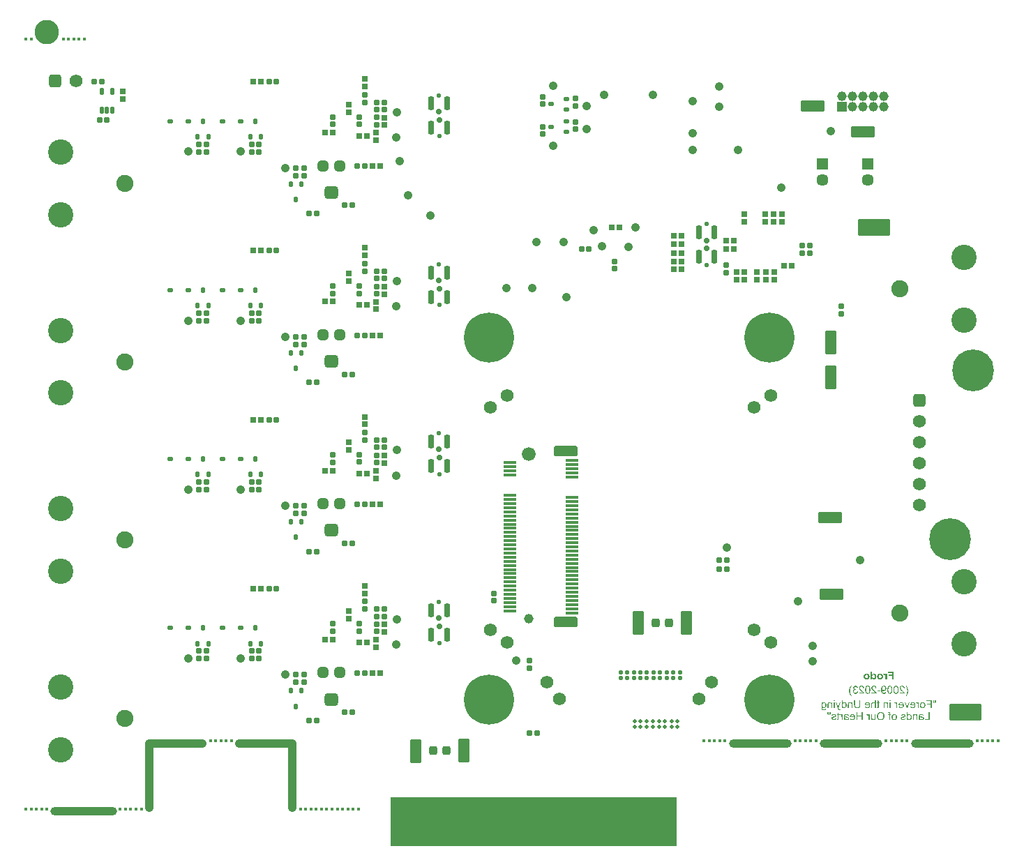
<source format=gbs>
G04*
G04 #@! TF.GenerationSoftware,Altium Limited,Altium Designer,23.11.1 (41)*
G04*
G04 Layer_Color=16711935*
%FSAX25Y25*%
%MOIN*%
G70*
G04*
G04 #@! TF.SameCoordinates,37B83967-70CE-4148-B612-7C6AA95693ED*
G04*
G04*
G04 #@! TF.FilePolarity,Negative*
G04*
G01*
G75*
%ADD71R,1.37008X0.23524*%
G04:AMPARAMS|DCode=73|XSize=26.62mil|YSize=26.62mil|CornerRadius=7.41mil|HoleSize=0mil|Usage=FLASHONLY|Rotation=270.000|XOffset=0mil|YOffset=0mil|HoleType=Round|Shape=RoundedRectangle|*
%AMROUNDEDRECTD73*
21,1,0.02662,0.01181,0,0,270.0*
21,1,0.01181,0.02662,0,0,270.0*
1,1,0.01481,-0.00591,-0.00591*
1,1,0.01481,-0.00591,0.00591*
1,1,0.01481,0.00591,0.00591*
1,1,0.01481,0.00591,-0.00591*
%
%ADD73ROUNDEDRECTD73*%
G04:AMPARAMS|DCode=80|XSize=26.62mil|YSize=26.62mil|CornerRadius=7.41mil|HoleSize=0mil|Usage=FLASHONLY|Rotation=0.000|XOffset=0mil|YOffset=0mil|HoleType=Round|Shape=RoundedRectangle|*
%AMROUNDEDRECTD80*
21,1,0.02662,0.01181,0,0,0.0*
21,1,0.01181,0.02662,0,0,0.0*
1,1,0.01481,0.00591,-0.00591*
1,1,0.01481,-0.00591,-0.00591*
1,1,0.01481,-0.00591,0.00591*
1,1,0.01481,0.00591,0.00591*
%
%ADD80ROUNDEDRECTD80*%
G04:AMPARAMS|DCode=83|XSize=28.2mil|YSize=28.2mil|CornerRadius=7.8mil|HoleSize=0mil|Usage=FLASHONLY|Rotation=270.000|XOffset=0mil|YOffset=0mil|HoleType=Round|Shape=RoundedRectangle|*
%AMROUNDEDRECTD83*
21,1,0.02820,0.01260,0,0,270.0*
21,1,0.01260,0.02820,0,0,270.0*
1,1,0.01560,-0.00630,-0.00630*
1,1,0.01560,-0.00630,0.00630*
1,1,0.01560,0.00630,0.00630*
1,1,0.01560,0.00630,-0.00630*
%
%ADD83ROUNDEDRECTD83*%
G04:AMPARAMS|DCode=87|XSize=42.37mil|YSize=38.43mil|CornerRadius=10.36mil|HoleSize=0mil|Usage=FLASHONLY|Rotation=90.000|XOffset=0mil|YOffset=0mil|HoleType=Round|Shape=RoundedRectangle|*
%AMROUNDEDRECTD87*
21,1,0.04237,0.01772,0,0,90.0*
21,1,0.02165,0.03843,0,0,90.0*
1,1,0.02072,0.00886,0.01083*
1,1,0.02072,0.00886,-0.01083*
1,1,0.02072,-0.00886,-0.01083*
1,1,0.02072,-0.00886,0.01083*
%
%ADD87ROUNDEDRECTD87*%
G04:AMPARAMS|DCode=89|XSize=28.2mil|YSize=28.2mil|CornerRadius=7.8mil|HoleSize=0mil|Usage=FLASHONLY|Rotation=180.000|XOffset=0mil|YOffset=0mil|HoleType=Round|Shape=RoundedRectangle|*
%AMROUNDEDRECTD89*
21,1,0.02820,0.01260,0,0,180.0*
21,1,0.01260,0.02820,0,0,180.0*
1,1,0.01560,-0.00630,0.00630*
1,1,0.01560,0.00630,0.00630*
1,1,0.01560,0.00630,-0.00630*
1,1,0.01560,-0.00630,-0.00630*
%
%ADD89ROUNDEDRECTD89*%
G04:AMPARAMS|DCode=116|XSize=16.78mil|YSize=18.75mil|CornerRadius=4.95mil|HoleSize=0mil|Usage=FLASHONLY|Rotation=0.000|XOffset=0mil|YOffset=0mil|HoleType=Round|Shape=RoundedRectangle|*
%AMROUNDEDRECTD116*
21,1,0.01678,0.00886,0,0,0.0*
21,1,0.00689,0.01875,0,0,0.0*
1,1,0.00989,0.00345,-0.00443*
1,1,0.00989,-0.00345,-0.00443*
1,1,0.00989,-0.00345,0.00443*
1,1,0.00989,0.00345,0.00443*
%
%ADD116ROUNDEDRECTD116*%
%ADD117R,0.03056X0.16835*%
%ADD118R,0.03056X0.12898*%
G04:AMPARAMS|DCode=123|XSize=19.54mil|YSize=21.11mil|CornerRadius=5.63mil|HoleSize=0mil|Usage=FLASHONLY|Rotation=0.000|XOffset=0mil|YOffset=0mil|HoleType=Round|Shape=RoundedRectangle|*
%AMROUNDEDRECTD123*
21,1,0.01954,0.00984,0,0,0.0*
21,1,0.00827,0.02111,0,0,0.0*
1,1,0.01127,0.00413,-0.00492*
1,1,0.01127,-0.00413,-0.00492*
1,1,0.01127,-0.00413,0.00492*
1,1,0.01127,0.00413,0.00492*
%
%ADD123ROUNDEDRECTD123*%
%ADD124C,0.04591*%
%ADD125R,0.04591X0.04591*%
%ADD126R,0.05686X0.05686*%
%ADD127C,0.05686*%
%ADD128C,0.01496*%
%ADD129O,0.29828X0.04237*%
%ADD130O,0.29434X0.04237*%
%ADD131O,0.04237X0.34749*%
%ADD132C,0.08174*%
G04:AMPARAMS|DCode=133|XSize=62.06mil|YSize=62.06mil|CornerRadius=16.26mil|HoleSize=0mil|Usage=FLASHONLY|Rotation=270.000|XOffset=0mil|YOffset=0mil|HoleType=Round|Shape=RoundedRectangle|*
%AMROUNDEDRECTD133*
21,1,0.06206,0.02953,0,0,270.0*
21,1,0.02953,0.06206,0,0,270.0*
1,1,0.03253,-0.01476,-0.01476*
1,1,0.03253,-0.01476,0.01476*
1,1,0.03253,0.01476,0.01476*
1,1,0.03253,0.01476,-0.01476*
%
%ADD133ROUNDEDRECTD133*%
%ADD134C,0.06206*%
%ADD135C,0.23922*%
%ADD136C,0.04600*%
%ADD137C,0.06600*%
%ADD138C,0.12111*%
G04:AMPARAMS|DCode=139|XSize=62.06mil|YSize=62.06mil|CornerRadius=16.26mil|HoleSize=0mil|Usage=FLASHONLY|Rotation=0.000|XOffset=0mil|YOffset=0mil|HoleType=Round|Shape=RoundedRectangle|*
%AMROUNDEDRECTD139*
21,1,0.06206,0.02953,0,0,0.0*
21,1,0.02953,0.06206,0,0,0.0*
1,1,0.03253,0.01476,-0.01476*
1,1,0.03253,-0.01476,-0.01476*
1,1,0.03253,-0.01476,0.01476*
1,1,0.03253,0.01476,0.01476*
%
%ADD139ROUNDEDRECTD139*%
%ADD140O,0.31796X0.04237*%
%ADD141C,0.19985*%
%ADD142C,0.11639*%
G04:AMPARAMS|DCode=199|XSize=12mil|YSize=61mil|CornerRadius=3mil|HoleSize=0mil|Usage=FLASHONLY|Rotation=90.000|XOffset=0mil|YOffset=0mil|HoleType=Round|Shape=RoundedRectangle|*
%AMROUNDEDRECTD199*
21,1,0.01200,0.05500,0,0,90.0*
21,1,0.00600,0.06100,0,0,90.0*
1,1,0.00600,0.02750,0.00300*
1,1,0.00600,0.02750,-0.00300*
1,1,0.00600,-0.02750,-0.00300*
1,1,0.00600,-0.02750,0.00300*
%
%ADD199ROUNDEDRECTD199*%
%ADD201C,0.04237*%
G04:AMPARAMS|DCode=202|XSize=111.27mil|YSize=50.24mil|CornerRadius=3.86mil|HoleSize=0mil|Usage=FLASHONLY|Rotation=0.000|XOffset=0mil|YOffset=0mil|HoleType=Round|Shape=RoundedRectangle|*
%AMROUNDEDRECTD202*
21,1,0.11127,0.04252,0,0,0.0*
21,1,0.10354,0.05024,0,0,0.0*
1,1,0.00772,0.05177,-0.02126*
1,1,0.00772,-0.05177,-0.02126*
1,1,0.00772,-0.05177,0.02126*
1,1,0.00772,0.05177,0.02126*
%
%ADD202ROUNDEDRECTD202*%
G04:AMPARAMS|DCode=203|XSize=152.61mil|YSize=82.92mil|CornerRadius=5.5mil|HoleSize=0mil|Usage=FLASHONLY|Rotation=180.000|XOffset=0mil|YOffset=0mil|HoleType=Round|Shape=RoundedRectangle|*
%AMROUNDEDRECTD203*
21,1,0.15261,0.07193,0,0,180.0*
21,1,0.14161,0.08292,0,0,180.0*
1,1,0.01099,-0.07081,0.03597*
1,1,0.01099,0.07081,0.03597*
1,1,0.01099,0.07081,-0.03597*
1,1,0.01099,-0.07081,-0.03597*
%
%ADD203ROUNDEDRECTD203*%
G04:AMPARAMS|DCode=204|XSize=21.5mil|YSize=26.62mil|CornerRadius=6.13mil|HoleSize=0mil|Usage=FLASHONLY|Rotation=270.000|XOffset=0mil|YOffset=0mil|HoleType=Round|Shape=RoundedRectangle|*
%AMROUNDEDRECTD204*
21,1,0.02150,0.01437,0,0,270.0*
21,1,0.00925,0.02662,0,0,270.0*
1,1,0.01225,-0.00719,-0.00463*
1,1,0.01225,-0.00719,0.00463*
1,1,0.01225,0.00719,0.00463*
1,1,0.01225,0.00719,-0.00463*
%
%ADD204ROUNDEDRECTD204*%
G04:AMPARAMS|DCode=205|XSize=28.59mil|YSize=22.69mil|CornerRadius=6.42mil|HoleSize=0mil|Usage=FLASHONLY|Rotation=0.000|XOffset=0mil|YOffset=0mil|HoleType=Round|Shape=RoundedRectangle|*
%AMROUNDEDRECTD205*
21,1,0.02859,0.00984,0,0,0.0*
21,1,0.01575,0.02269,0,0,0.0*
1,1,0.01284,0.00787,-0.00492*
1,1,0.01284,-0.00787,-0.00492*
1,1,0.01284,-0.00787,0.00492*
1,1,0.01284,0.00787,0.00492*
%
%ADD205ROUNDEDRECTD205*%
G04:AMPARAMS|DCode=206|XSize=21.5mil|YSize=26.62mil|CornerRadius=6.13mil|HoleSize=0mil|Usage=FLASHONLY|Rotation=180.000|XOffset=0mil|YOffset=0mil|HoleType=Round|Shape=RoundedRectangle|*
%AMROUNDEDRECTD206*
21,1,0.02150,0.01437,0,0,180.0*
21,1,0.00925,0.02662,0,0,180.0*
1,1,0.01225,-0.00463,0.00719*
1,1,0.01225,0.00463,0.00719*
1,1,0.01225,0.00463,-0.00719*
1,1,0.01225,-0.00463,-0.00719*
%
%ADD206ROUNDEDRECTD206*%
G04:AMPARAMS|DCode=207|XSize=50.24mil|YSize=50.24mil|CornerRadius=13.31mil|HoleSize=0mil|Usage=FLASHONLY|Rotation=0.000|XOffset=0mil|YOffset=0mil|HoleType=Round|Shape=RoundedRectangle|*
%AMROUNDEDRECTD207*
21,1,0.05024,0.02362,0,0,0.0*
21,1,0.02362,0.05024,0,0,0.0*
1,1,0.02662,0.01181,-0.01181*
1,1,0.02662,-0.01181,-0.01181*
1,1,0.02662,-0.01181,0.01181*
1,1,0.02662,0.01181,0.01181*
%
%ADD207ROUNDEDRECTD207*%
G04:AMPARAMS|DCode=208|XSize=65.99mil|YSize=62.06mil|CornerRadius=16.26mil|HoleSize=0mil|Usage=FLASHONLY|Rotation=0.000|XOffset=0mil|YOffset=0mil|HoleType=Round|Shape=RoundedRectangle|*
%AMROUNDEDRECTD208*
21,1,0.06599,0.02953,0,0,0.0*
21,1,0.03347,0.06206,0,0,0.0*
1,1,0.03253,0.01673,-0.01476*
1,1,0.03253,-0.01673,-0.01476*
1,1,0.03253,-0.01673,0.01476*
1,1,0.03253,0.01673,0.01476*
%
%ADD208ROUNDEDRECTD208*%
G04:AMPARAMS|DCode=209|XSize=22.69mil|YSize=22.69mil|CornerRadius=6.42mil|HoleSize=0mil|Usage=FLASHONLY|Rotation=180.000|XOffset=0mil|YOffset=0mil|HoleType=Round|Shape=RoundedRectangle|*
%AMROUNDEDRECTD209*
21,1,0.02269,0.00984,0,0,180.0*
21,1,0.00984,0.02269,0,0,180.0*
1,1,0.01284,-0.00492,0.00492*
1,1,0.01284,0.00492,0.00492*
1,1,0.01284,0.00492,-0.00492*
1,1,0.01284,-0.00492,-0.00492*
%
%ADD209ROUNDEDRECTD209*%
G04:AMPARAMS|DCode=210|XSize=26.62mil|YSize=24.65mil|CornerRadius=6.91mil|HoleSize=0mil|Usage=FLASHONLY|Rotation=180.000|XOffset=0mil|YOffset=0mil|HoleType=Round|Shape=RoundedRectangle|*
%AMROUNDEDRECTD210*
21,1,0.02662,0.01083,0,0,180.0*
21,1,0.01280,0.02465,0,0,180.0*
1,1,0.01383,-0.00640,0.00541*
1,1,0.01383,0.00640,0.00541*
1,1,0.01383,0.00640,-0.00541*
1,1,0.01383,-0.00640,-0.00541*
%
%ADD210ROUNDEDRECTD210*%
G04:AMPARAMS|DCode=211|XSize=25.84mil|YSize=65.21mil|CornerRadius=7.21mil|HoleSize=0mil|Usage=FLASHONLY|Rotation=180.000|XOffset=0mil|YOffset=0mil|HoleType=Round|Shape=RoundedRectangle|*
%AMROUNDEDRECTD211*
21,1,0.02584,0.05079,0,0,180.0*
21,1,0.01142,0.06521,0,0,180.0*
1,1,0.01442,-0.00571,0.02539*
1,1,0.01442,0.00571,0.02539*
1,1,0.01442,0.00571,-0.02539*
1,1,0.01442,-0.00571,-0.02539*
%
%ADD211ROUNDEDRECTD211*%
G04:AMPARAMS|DCode=212|XSize=111.27mil|YSize=50.24mil|CornerRadius=3.86mil|HoleSize=0mil|Usage=FLASHONLY|Rotation=270.000|XOffset=0mil|YOffset=0mil|HoleType=Round|Shape=RoundedRectangle|*
%AMROUNDEDRECTD212*
21,1,0.11127,0.04252,0,0,270.0*
21,1,0.10354,0.05024,0,0,270.0*
1,1,0.00772,-0.02126,-0.05177*
1,1,0.00772,-0.02126,0.05177*
1,1,0.00772,0.02126,0.05177*
1,1,0.00772,0.02126,-0.05177*
%
%ADD212ROUNDEDRECTD212*%
G04:AMPARAMS|DCode=213|XSize=18.75mil|YSize=36.47mil|CornerRadius=5.44mil|HoleSize=0mil|Usage=FLASHONLY|Rotation=0.000|XOffset=0mil|YOffset=0mil|HoleType=Round|Shape=RoundedRectangle|*
%AMROUNDEDRECTD213*
21,1,0.01875,0.02559,0,0,0.0*
21,1,0.00787,0.03647,0,0,0.0*
1,1,0.01087,0.00394,-0.01280*
1,1,0.01087,-0.00394,-0.01280*
1,1,0.01087,-0.00394,0.01280*
1,1,0.01087,0.00394,0.01280*
%
%ADD213ROUNDEDRECTD213*%
G04:AMPARAMS|DCode=214|XSize=50mil|YSize=111mil|CornerRadius=6.2mil|HoleSize=0mil|Usage=FLASHONLY|Rotation=90.000|XOffset=0mil|YOffset=0mil|HoleType=Round|Shape=RoundedRectangle|*
%AMROUNDEDRECTD214*
21,1,0.05000,0.09860,0,0,90.0*
21,1,0.03760,0.11100,0,0,90.0*
1,1,0.01240,0.04930,0.01880*
1,1,0.01240,0.04930,-0.01880*
1,1,0.01240,-0.04930,-0.01880*
1,1,0.01240,-0.04930,0.01880*
%
%ADD214ROUNDEDRECTD214*%
G36*
X0398578Y0083638D02*
X0398725Y0083610D01*
X0398851Y0083567D01*
X0398960Y0083523D01*
X0399009Y0083496D01*
X0399047Y0083474D01*
X0399086Y0083452D01*
X0399113Y0083430D01*
X0399135Y0083414D01*
X0399151Y0083403D01*
X0399162Y0083398D01*
X0399168Y0083392D01*
X0399271Y0083288D01*
X0399353Y0083174D01*
X0399419Y0083054D01*
X0399473Y0082933D01*
X0399506Y0082830D01*
X0399522Y0082786D01*
X0399534Y0082748D01*
X0399539Y0082715D01*
X0399544Y0082693D01*
X0399550Y0082677D01*
Y0082671D01*
X0399086Y0082590D01*
X0399064Y0082710D01*
X0399031Y0082813D01*
X0398993Y0082901D01*
X0398955Y0082972D01*
X0398917Y0083026D01*
X0398884Y0083065D01*
X0398862Y0083092D01*
X0398856Y0083097D01*
X0398785Y0083152D01*
X0398709Y0083196D01*
X0398638Y0083223D01*
X0398567Y0083245D01*
X0398501Y0083256D01*
X0398452Y0083267D01*
X0398409D01*
X0398310Y0083261D01*
X0398223Y0083239D01*
X0398147Y0083212D01*
X0398081Y0083185D01*
X0398032Y0083152D01*
X0397994Y0083125D01*
X0397966Y0083103D01*
X0397961Y0083097D01*
X0397901Y0083032D01*
X0397857Y0082961D01*
X0397830Y0082890D01*
X0397808Y0082824D01*
X0397797Y0082764D01*
X0397786Y0082721D01*
Y0082688D01*
Y0082682D01*
Y0082677D01*
Y0082617D01*
X0397797Y0082562D01*
X0397825Y0082469D01*
X0397863Y0082387D01*
X0397906Y0082316D01*
X0397950Y0082267D01*
X0397988Y0082229D01*
X0398016Y0082207D01*
X0398021Y0082202D01*
X0398026D01*
X0398119Y0082153D01*
X0398207Y0082114D01*
X0398300Y0082087D01*
X0398381Y0082071D01*
X0398452Y0082060D01*
X0398512Y0082049D01*
X0398583D01*
X0398605Y0082054D01*
X0398633D01*
X0398687Y0081645D01*
X0398616Y0081661D01*
X0398551Y0081672D01*
X0398496Y0081683D01*
X0398447Y0081689D01*
X0398409Y0081694D01*
X0398360D01*
X0398245Y0081683D01*
X0398141Y0081661D01*
X0398048Y0081629D01*
X0397972Y0081590D01*
X0397912Y0081552D01*
X0397868Y0081519D01*
X0397841Y0081498D01*
X0397830Y0081486D01*
X0397759Y0081405D01*
X0397704Y0081317D01*
X0397666Y0081230D01*
X0397644Y0081143D01*
X0397628Y0081072D01*
X0397622Y0081011D01*
X0397617Y0080990D01*
Y0080973D01*
Y0080962D01*
Y0080957D01*
X0397628Y0080837D01*
X0397655Y0080728D01*
X0397688Y0080635D01*
X0397732Y0080553D01*
X0397775Y0080487D01*
X0397808Y0080438D01*
X0397835Y0080405D01*
X0397846Y0080395D01*
X0397934Y0080318D01*
X0398026Y0080264D01*
X0398119Y0080225D01*
X0398207Y0080198D01*
X0398283Y0080182D01*
X0398343Y0080176D01*
X0398365Y0080171D01*
X0398398D01*
X0398496Y0080176D01*
X0398589Y0080198D01*
X0398671Y0080225D01*
X0398736Y0080258D01*
X0398791Y0080285D01*
X0398835Y0080313D01*
X0398856Y0080335D01*
X0398867Y0080340D01*
X0398933Y0080416D01*
X0398988Y0080504D01*
X0399037Y0080597D01*
X0399075Y0080695D01*
X0399102Y0080777D01*
X0399113Y0080815D01*
X0399118Y0080848D01*
X0399124Y0080875D01*
X0399129Y0080897D01*
X0399135Y0080908D01*
Y0080913D01*
X0399599Y0080853D01*
X0399588Y0080766D01*
X0399572Y0080684D01*
X0399522Y0080531D01*
X0399463Y0080400D01*
X0399430Y0080345D01*
X0399397Y0080291D01*
X0399364Y0080242D01*
X0399331Y0080203D01*
X0399304Y0080165D01*
X0399277Y0080138D01*
X0399260Y0080116D01*
X0399244Y0080100D01*
X0399233Y0080089D01*
X0399228Y0080083D01*
X0399162Y0080034D01*
X0399097Y0079985D01*
X0399031Y0079947D01*
X0398960Y0079914D01*
X0398824Y0079860D01*
X0398693Y0079827D01*
X0398633Y0079816D01*
X0398578Y0079805D01*
X0398529Y0079799D01*
X0398485Y0079794D01*
X0398452Y0079789D01*
X0398403D01*
X0398300Y0079794D01*
X0398207Y0079805D01*
X0398114Y0079821D01*
X0398026Y0079843D01*
X0397945Y0079870D01*
X0397874Y0079898D01*
X0397803Y0079930D01*
X0397743Y0079963D01*
X0397682Y0079991D01*
X0397633Y0080023D01*
X0397590Y0080051D01*
X0397557Y0080078D01*
X0397530Y0080100D01*
X0397508Y0080116D01*
X0397497Y0080127D01*
X0397491Y0080133D01*
X0397426Y0080198D01*
X0397371Y0080269D01*
X0397322Y0080340D01*
X0397278Y0080411D01*
X0397246Y0080476D01*
X0397213Y0080547D01*
X0397169Y0080678D01*
X0397158Y0080739D01*
X0397147Y0080793D01*
X0397136Y0080842D01*
X0397131Y0080886D01*
X0397126Y0080919D01*
Y0080946D01*
Y0080962D01*
Y0080968D01*
X0397131Y0081099D01*
X0397153Y0081219D01*
X0397186Y0081323D01*
X0397218Y0081410D01*
X0397251Y0081481D01*
X0397284Y0081536D01*
X0397306Y0081568D01*
X0397311Y0081579D01*
X0397388Y0081661D01*
X0397470Y0081732D01*
X0397557Y0081787D01*
X0397644Y0081831D01*
X0397721Y0081863D01*
X0397781Y0081885D01*
X0397803Y0081891D01*
X0397819Y0081896D01*
X0397830Y0081902D01*
X0397835D01*
X0397743Y0081951D01*
X0397666Y0082000D01*
X0397601Y0082054D01*
X0397546Y0082104D01*
X0397502Y0082147D01*
X0397470Y0082185D01*
X0397453Y0082207D01*
X0397448Y0082218D01*
X0397404Y0082295D01*
X0397371Y0082371D01*
X0397344Y0082447D01*
X0397328Y0082519D01*
X0397317Y0082578D01*
X0397311Y0082622D01*
Y0082655D01*
Y0082666D01*
X0397317Y0082759D01*
X0397333Y0082851D01*
X0397355Y0082933D01*
X0397382Y0083004D01*
X0397410Y0083065D01*
X0397431Y0083114D01*
X0397448Y0083141D01*
X0397453Y0083152D01*
X0397508Y0083234D01*
X0397573Y0083305D01*
X0397639Y0083365D01*
X0397704Y0083419D01*
X0397759Y0083458D01*
X0397808Y0083490D01*
X0397841Y0083507D01*
X0397846Y0083512D01*
X0397852D01*
X0397950Y0083556D01*
X0398048Y0083589D01*
X0398147Y0083616D01*
X0398234Y0083632D01*
X0398305Y0083643D01*
X0398365Y0083649D01*
X0398501D01*
X0398578Y0083638D01*
D02*
G37*
G36*
X0420773Y0083643D02*
X0420866Y0083638D01*
X0420953Y0083621D01*
X0421035Y0083605D01*
X0421111Y0083583D01*
X0421182Y0083561D01*
X0421248Y0083534D01*
X0421308Y0083507D01*
X0421362Y0083479D01*
X0421406Y0083452D01*
X0421444Y0083430D01*
X0421477Y0083408D01*
X0421504Y0083392D01*
X0421521Y0083376D01*
X0421532Y0083370D01*
X0421537Y0083365D01*
X0421592Y0083310D01*
X0421641Y0083250D01*
X0421690Y0083185D01*
X0421728Y0083119D01*
X0421794Y0082988D01*
X0421838Y0082857D01*
X0421854Y0082797D01*
X0421870Y0082737D01*
X0421881Y0082688D01*
X0421892Y0082644D01*
X0421898Y0082606D01*
Y0082578D01*
X0421903Y0082562D01*
Y0082557D01*
X0421428Y0082508D01*
X0421417Y0082633D01*
X0421395Y0082742D01*
X0421362Y0082841D01*
X0421324Y0082917D01*
X0421292Y0082983D01*
X0421259Y0083026D01*
X0421237Y0083054D01*
X0421226Y0083065D01*
X0421144Y0083130D01*
X0421057Y0083179D01*
X0420964Y0083217D01*
X0420882Y0083239D01*
X0420806Y0083256D01*
X0420740Y0083261D01*
X0420718Y0083267D01*
X0420685D01*
X0420571Y0083261D01*
X0420467Y0083239D01*
X0420380Y0083206D01*
X0420303Y0083174D01*
X0420243Y0083135D01*
X0420205Y0083108D01*
X0420178Y0083086D01*
X0420167Y0083075D01*
X0420101Y0082999D01*
X0420052Y0082923D01*
X0420014Y0082846D01*
X0419992Y0082770D01*
X0419976Y0082710D01*
X0419970Y0082655D01*
X0419965Y0082622D01*
Y0082617D01*
Y0082611D01*
X0419976Y0082513D01*
X0419998Y0082409D01*
X0420036Y0082316D01*
X0420074Y0082229D01*
X0420118Y0082158D01*
X0420156Y0082098D01*
X0420167Y0082076D01*
X0420178Y0082060D01*
X0420189Y0082054D01*
Y0082049D01*
X0420232Y0081989D01*
X0420287Y0081929D01*
X0420347Y0081863D01*
X0420412Y0081798D01*
X0420549Y0081667D01*
X0420685Y0081536D01*
X0420756Y0081476D01*
X0420817Y0081421D01*
X0420877Y0081372D01*
X0420926Y0081328D01*
X0420964Y0081295D01*
X0420997Y0081268D01*
X0421019Y0081252D01*
X0421024Y0081246D01*
X0421161Y0081132D01*
X0421286Y0081022D01*
X0421390Y0080924D01*
X0421472Y0080842D01*
X0421543Y0080771D01*
X0421592Y0080722D01*
X0421619Y0080689D01*
X0421630Y0080684D01*
Y0080678D01*
X0421706Y0080586D01*
X0421767Y0080498D01*
X0421821Y0080411D01*
X0421865Y0080335D01*
X0421898Y0080269D01*
X0421919Y0080220D01*
X0421930Y0080187D01*
X0421936Y0080182D01*
Y0080176D01*
X0421958Y0080116D01*
X0421969Y0080062D01*
X0421980Y0080007D01*
X0421985Y0079958D01*
X0421990Y0079914D01*
Y0079881D01*
Y0079860D01*
Y0079854D01*
X0419484D01*
Y0080302D01*
X0421346D01*
X0421281Y0080395D01*
X0421248Y0080433D01*
X0421221Y0080471D01*
X0421193Y0080504D01*
X0421171Y0080526D01*
X0421155Y0080542D01*
X0421150Y0080547D01*
X0421122Y0080575D01*
X0421090Y0080602D01*
X0421013Y0080673D01*
X0420926Y0080755D01*
X0420833Y0080837D01*
X0420746Y0080908D01*
X0420707Y0080941D01*
X0420675Y0080973D01*
X0420647Y0080995D01*
X0420625Y0081011D01*
X0420614Y0081022D01*
X0420609Y0081028D01*
X0420522Y0081104D01*
X0420434Y0081175D01*
X0420358Y0081246D01*
X0420287Y0081306D01*
X0420221Y0081366D01*
X0420167Y0081421D01*
X0420112Y0081470D01*
X0420069Y0081514D01*
X0420025Y0081558D01*
X0419992Y0081590D01*
X0419965Y0081618D01*
X0419938Y0081645D01*
X0419910Y0081678D01*
X0419899Y0081689D01*
X0419823Y0081781D01*
X0419757Y0081863D01*
X0419703Y0081945D01*
X0419659Y0082011D01*
X0419626Y0082071D01*
X0419604Y0082114D01*
X0419593Y0082142D01*
X0419588Y0082153D01*
X0419555Y0082235D01*
X0419533Y0082316D01*
X0419512Y0082393D01*
X0419501Y0082458D01*
X0419495Y0082519D01*
X0419490Y0082562D01*
Y0082590D01*
Y0082600D01*
X0419495Y0082682D01*
X0419506Y0082759D01*
X0419517Y0082835D01*
X0419539Y0082901D01*
X0419593Y0083032D01*
X0419648Y0083135D01*
X0419681Y0083185D01*
X0419708Y0083223D01*
X0419735Y0083261D01*
X0419763Y0083288D01*
X0419785Y0083310D01*
X0419796Y0083332D01*
X0419806Y0083337D01*
X0419812Y0083343D01*
X0419872Y0083398D01*
X0419938Y0083447D01*
X0420009Y0083485D01*
X0420079Y0083518D01*
X0420221Y0083572D01*
X0420363Y0083610D01*
X0420423Y0083621D01*
X0420483Y0083632D01*
X0420538Y0083638D01*
X0420582Y0083643D01*
X0420620Y0083649D01*
X0420675D01*
X0420773Y0083643D01*
D02*
G37*
G36*
X0407265D02*
X0407358Y0083638D01*
X0407445Y0083621D01*
X0407527Y0083605D01*
X0407603Y0083583D01*
X0407674Y0083561D01*
X0407740Y0083534D01*
X0407800Y0083507D01*
X0407855Y0083479D01*
X0407898Y0083452D01*
X0407936Y0083430D01*
X0407969Y0083408D01*
X0407997Y0083392D01*
X0408013Y0083376D01*
X0408024Y0083370D01*
X0408029Y0083365D01*
X0408084Y0083310D01*
X0408133Y0083250D01*
X0408182Y0083185D01*
X0408220Y0083119D01*
X0408286Y0082988D01*
X0408329Y0082857D01*
X0408346Y0082797D01*
X0408362Y0082737D01*
X0408373Y0082688D01*
X0408384Y0082644D01*
X0408390Y0082606D01*
Y0082578D01*
X0408395Y0082562D01*
Y0082557D01*
X0407920Y0082508D01*
X0407909Y0082633D01*
X0407887Y0082742D01*
X0407855Y0082841D01*
X0407816Y0082917D01*
X0407784Y0082983D01*
X0407751Y0083026D01*
X0407729Y0083054D01*
X0407718Y0083065D01*
X0407636Y0083130D01*
X0407549Y0083179D01*
X0407456Y0083217D01*
X0407374Y0083239D01*
X0407298Y0083256D01*
X0407232Y0083261D01*
X0407210Y0083267D01*
X0407177D01*
X0407063Y0083261D01*
X0406959Y0083239D01*
X0406872Y0083206D01*
X0406795Y0083174D01*
X0406735Y0083135D01*
X0406697Y0083108D01*
X0406670Y0083086D01*
X0406659Y0083075D01*
X0406593Y0082999D01*
X0406544Y0082923D01*
X0406506Y0082846D01*
X0406484Y0082770D01*
X0406468Y0082710D01*
X0406462Y0082655D01*
X0406457Y0082622D01*
Y0082617D01*
Y0082611D01*
X0406468Y0082513D01*
X0406490Y0082409D01*
X0406528Y0082316D01*
X0406566Y0082229D01*
X0406610Y0082158D01*
X0406648Y0082098D01*
X0406659Y0082076D01*
X0406670Y0082060D01*
X0406681Y0082054D01*
Y0082049D01*
X0406724Y0081989D01*
X0406779Y0081929D01*
X0406839Y0081863D01*
X0406905Y0081798D01*
X0407041Y0081667D01*
X0407177Y0081536D01*
X0407248Y0081476D01*
X0407308Y0081421D01*
X0407369Y0081372D01*
X0407418Y0081328D01*
X0407456Y0081295D01*
X0407489Y0081268D01*
X0407511Y0081252D01*
X0407516Y0081246D01*
X0407653Y0081132D01*
X0407778Y0081022D01*
X0407882Y0080924D01*
X0407964Y0080842D01*
X0408035Y0080771D01*
X0408084Y0080722D01*
X0408111Y0080689D01*
X0408122Y0080684D01*
Y0080678D01*
X0408198Y0080586D01*
X0408258Y0080498D01*
X0408313Y0080411D01*
X0408357Y0080335D01*
X0408390Y0080269D01*
X0408411Y0080220D01*
X0408422Y0080187D01*
X0408428Y0080182D01*
Y0080176D01*
X0408450Y0080116D01*
X0408461Y0080062D01*
X0408471Y0080007D01*
X0408477Y0079958D01*
X0408482Y0079914D01*
Y0079881D01*
Y0079860D01*
Y0079854D01*
X0405976D01*
Y0080302D01*
X0407838D01*
X0407773Y0080395D01*
X0407740Y0080433D01*
X0407713Y0080471D01*
X0407685Y0080504D01*
X0407663Y0080526D01*
X0407647Y0080542D01*
X0407642Y0080547D01*
X0407614Y0080575D01*
X0407582Y0080602D01*
X0407505Y0080673D01*
X0407418Y0080755D01*
X0407325Y0080837D01*
X0407237Y0080908D01*
X0407199Y0080941D01*
X0407166Y0080973D01*
X0407139Y0080995D01*
X0407117Y0081011D01*
X0407106Y0081022D01*
X0407101Y0081028D01*
X0407014Y0081104D01*
X0406926Y0081175D01*
X0406850Y0081246D01*
X0406779Y0081306D01*
X0406713Y0081366D01*
X0406659Y0081421D01*
X0406604Y0081470D01*
X0406561Y0081514D01*
X0406517Y0081558D01*
X0406484Y0081590D01*
X0406457Y0081618D01*
X0406429Y0081645D01*
X0406402Y0081678D01*
X0406391Y0081689D01*
X0406315Y0081781D01*
X0406249Y0081863D01*
X0406195Y0081945D01*
X0406151Y0082011D01*
X0406118Y0082071D01*
X0406096Y0082114D01*
X0406085Y0082142D01*
X0406080Y0082153D01*
X0406047Y0082235D01*
X0406025Y0082316D01*
X0406004Y0082393D01*
X0405993Y0082458D01*
X0405987Y0082519D01*
X0405982Y0082562D01*
Y0082590D01*
Y0082600D01*
X0405987Y0082682D01*
X0405998Y0082759D01*
X0406009Y0082835D01*
X0406031Y0082901D01*
X0406085Y0083032D01*
X0406140Y0083135D01*
X0406173Y0083185D01*
X0406200Y0083223D01*
X0406227Y0083261D01*
X0406255Y0083288D01*
X0406277Y0083310D01*
X0406287Y0083332D01*
X0406298Y0083337D01*
X0406304Y0083343D01*
X0406364Y0083398D01*
X0406429Y0083447D01*
X0406500Y0083485D01*
X0406571Y0083518D01*
X0406713Y0083572D01*
X0406855Y0083610D01*
X0406915Y0083621D01*
X0406975Y0083632D01*
X0407030Y0083638D01*
X0407074Y0083643D01*
X0407112Y0083649D01*
X0407166D01*
X0407265Y0083643D01*
D02*
G37*
G36*
X0401390D02*
X0401483Y0083638D01*
X0401570Y0083621D01*
X0401652Y0083605D01*
X0401728Y0083583D01*
X0401799Y0083561D01*
X0401865Y0083534D01*
X0401925Y0083507D01*
X0401979Y0083479D01*
X0402023Y0083452D01*
X0402061Y0083430D01*
X0402094Y0083408D01*
X0402121Y0083392D01*
X0402138Y0083376D01*
X0402149Y0083370D01*
X0402154Y0083365D01*
X0402209Y0083310D01*
X0402258Y0083250D01*
X0402307Y0083185D01*
X0402345Y0083119D01*
X0402411Y0082988D01*
X0402455Y0082857D01*
X0402471Y0082797D01*
X0402487Y0082737D01*
X0402498Y0082688D01*
X0402509Y0082644D01*
X0402515Y0082606D01*
Y0082578D01*
X0402520Y0082562D01*
Y0082557D01*
X0402045Y0082508D01*
X0402034Y0082633D01*
X0402012Y0082742D01*
X0401979Y0082841D01*
X0401941Y0082917D01*
X0401909Y0082983D01*
X0401876Y0083026D01*
X0401854Y0083054D01*
X0401843Y0083065D01*
X0401761Y0083130D01*
X0401674Y0083179D01*
X0401581Y0083217D01*
X0401499Y0083239D01*
X0401423Y0083256D01*
X0401357Y0083261D01*
X0401335Y0083267D01*
X0401302D01*
X0401188Y0083261D01*
X0401084Y0083239D01*
X0400997Y0083206D01*
X0400920Y0083174D01*
X0400860Y0083135D01*
X0400822Y0083108D01*
X0400795Y0083086D01*
X0400784Y0083075D01*
X0400718Y0082999D01*
X0400669Y0082923D01*
X0400631Y0082846D01*
X0400609Y0082770D01*
X0400593Y0082710D01*
X0400587Y0082655D01*
X0400582Y0082622D01*
Y0082617D01*
Y0082611D01*
X0400593Y0082513D01*
X0400615Y0082409D01*
X0400653Y0082316D01*
X0400691Y0082229D01*
X0400735Y0082158D01*
X0400773Y0082098D01*
X0400784Y0082076D01*
X0400795Y0082060D01*
X0400806Y0082054D01*
Y0082049D01*
X0400849Y0081989D01*
X0400904Y0081929D01*
X0400964Y0081863D01*
X0401029Y0081798D01*
X0401166Y0081667D01*
X0401302Y0081536D01*
X0401373Y0081476D01*
X0401434Y0081421D01*
X0401494Y0081372D01*
X0401543Y0081328D01*
X0401581Y0081295D01*
X0401614Y0081268D01*
X0401636Y0081252D01*
X0401641Y0081246D01*
X0401778Y0081132D01*
X0401903Y0081022D01*
X0402007Y0080924D01*
X0402089Y0080842D01*
X0402160Y0080771D01*
X0402209Y0080722D01*
X0402236Y0080689D01*
X0402247Y0080684D01*
Y0080678D01*
X0402323Y0080586D01*
X0402384Y0080498D01*
X0402438Y0080411D01*
X0402482Y0080335D01*
X0402515Y0080269D01*
X0402536Y0080220D01*
X0402547Y0080187D01*
X0402553Y0080182D01*
Y0080176D01*
X0402575Y0080116D01*
X0402586Y0080062D01*
X0402597Y0080007D01*
X0402602Y0079958D01*
X0402607Y0079914D01*
Y0079881D01*
Y0079860D01*
Y0079854D01*
X0400101D01*
Y0080302D01*
X0401963D01*
X0401898Y0080395D01*
X0401865Y0080433D01*
X0401838Y0080471D01*
X0401810Y0080504D01*
X0401788Y0080526D01*
X0401772Y0080542D01*
X0401767Y0080547D01*
X0401739Y0080575D01*
X0401707Y0080602D01*
X0401630Y0080673D01*
X0401543Y0080755D01*
X0401450Y0080837D01*
X0401363Y0080908D01*
X0401324Y0080941D01*
X0401292Y0080973D01*
X0401264Y0080995D01*
X0401242Y0081011D01*
X0401231Y0081022D01*
X0401226Y0081028D01*
X0401139Y0081104D01*
X0401051Y0081175D01*
X0400975Y0081246D01*
X0400904Y0081306D01*
X0400838Y0081366D01*
X0400784Y0081421D01*
X0400729Y0081470D01*
X0400686Y0081514D01*
X0400642Y0081558D01*
X0400609Y0081590D01*
X0400582Y0081618D01*
X0400555Y0081645D01*
X0400527Y0081678D01*
X0400516Y0081689D01*
X0400440Y0081781D01*
X0400374Y0081863D01*
X0400320Y0081945D01*
X0400276Y0082011D01*
X0400243Y0082071D01*
X0400221Y0082114D01*
X0400211Y0082142D01*
X0400205Y0082153D01*
X0400172Y0082235D01*
X0400150Y0082316D01*
X0400129Y0082393D01*
X0400118Y0082458D01*
X0400112Y0082519D01*
X0400107Y0082562D01*
Y0082590D01*
Y0082600D01*
X0400112Y0082682D01*
X0400123Y0082759D01*
X0400134Y0082835D01*
X0400156Y0082901D01*
X0400211Y0083032D01*
X0400265Y0083135D01*
X0400298Y0083185D01*
X0400325Y0083223D01*
X0400352Y0083261D01*
X0400380Y0083288D01*
X0400402Y0083310D01*
X0400413Y0083332D01*
X0400423Y0083337D01*
X0400429Y0083343D01*
X0400489Y0083398D01*
X0400555Y0083447D01*
X0400626Y0083485D01*
X0400696Y0083518D01*
X0400838Y0083572D01*
X0400980Y0083610D01*
X0401040Y0083621D01*
X0401100Y0083632D01*
X0401155Y0083638D01*
X0401199Y0083643D01*
X0401237Y0083649D01*
X0401292D01*
X0401390Y0083643D01*
D02*
G37*
G36*
X0412020D02*
X0412108Y0083632D01*
X0412195Y0083616D01*
X0412272Y0083594D01*
X0412419Y0083534D01*
X0412485Y0083507D01*
X0412539Y0083474D01*
X0412594Y0083436D01*
X0412638Y0083408D01*
X0412681Y0083376D01*
X0412714Y0083348D01*
X0412741Y0083327D01*
X0412758Y0083310D01*
X0412769Y0083299D01*
X0412774Y0083294D01*
X0412834Y0083228D01*
X0412883Y0083152D01*
X0412932Y0083081D01*
X0412970Y0083004D01*
X0413003Y0082923D01*
X0413031Y0082846D01*
X0413069Y0082704D01*
X0413085Y0082633D01*
X0413096Y0082573D01*
X0413102Y0082513D01*
X0413107Y0082464D01*
X0413112Y0082426D01*
Y0082398D01*
Y0082376D01*
Y0082371D01*
X0413107Y0082267D01*
X0413096Y0082174D01*
X0413085Y0082082D01*
X0413063Y0081994D01*
X0413036Y0081918D01*
X0413009Y0081841D01*
X0412981Y0081776D01*
X0412949Y0081716D01*
X0412921Y0081661D01*
X0412894Y0081612D01*
X0412867Y0081574D01*
X0412840Y0081536D01*
X0412818Y0081508D01*
X0412807Y0081492D01*
X0412796Y0081481D01*
X0412790Y0081476D01*
X0412730Y0081416D01*
X0412665Y0081366D01*
X0412599Y0081317D01*
X0412528Y0081279D01*
X0412463Y0081246D01*
X0412397Y0081219D01*
X0412272Y0081181D01*
X0412217Y0081164D01*
X0412162Y0081154D01*
X0412119Y0081148D01*
X0412075Y0081143D01*
X0412042Y0081137D01*
X0411999D01*
X0411895Y0081143D01*
X0411797Y0081159D01*
X0411709Y0081181D01*
X0411627Y0081208D01*
X0411567Y0081230D01*
X0411518Y0081252D01*
X0411485Y0081268D01*
X0411475Y0081274D01*
X0411387Y0081328D01*
X0411311Y0081388D01*
X0411245Y0081448D01*
X0411191Y0081503D01*
X0411152Y0081558D01*
X0411120Y0081596D01*
X0411098Y0081623D01*
X0411092Y0081634D01*
Y0081590D01*
Y0081563D01*
Y0081547D01*
Y0081541D01*
X0411098Y0081432D01*
X0411103Y0081328D01*
X0411114Y0081235D01*
X0411125Y0081148D01*
X0411141Y0081077D01*
X0411152Y0081022D01*
X0411158Y0081001D01*
Y0080984D01*
X0411163Y0080979D01*
Y0080973D01*
X0411191Y0080875D01*
X0411218Y0080788D01*
X0411245Y0080711D01*
X0411272Y0080646D01*
X0411294Y0080597D01*
X0411316Y0080558D01*
X0411327Y0080531D01*
X0411333Y0080526D01*
X0411376Y0080466D01*
X0411420Y0080416D01*
X0411464Y0080373D01*
X0411507Y0080335D01*
X0411540Y0080302D01*
X0411573Y0080280D01*
X0411595Y0080269D01*
X0411600Y0080264D01*
X0411660Y0080231D01*
X0411726Y0080209D01*
X0411786Y0080193D01*
X0411846Y0080182D01*
X0411895Y0080176D01*
X0411933Y0080171D01*
X0411971D01*
X0412059Y0080176D01*
X0412141Y0080193D01*
X0412212Y0080214D01*
X0412272Y0080242D01*
X0412315Y0080264D01*
X0412354Y0080285D01*
X0412375Y0080302D01*
X0412381Y0080307D01*
X0412435Y0080367D01*
X0412479Y0080438D01*
X0412517Y0080515D01*
X0412545Y0080591D01*
X0412567Y0080657D01*
X0412583Y0080717D01*
X0412588Y0080739D01*
Y0080749D01*
X0412594Y0080760D01*
Y0080766D01*
X0413041Y0080728D01*
X0413009Y0080569D01*
X0412965Y0080433D01*
X0412911Y0080313D01*
X0412856Y0080214D01*
X0412801Y0080138D01*
X0412774Y0080105D01*
X0412752Y0080078D01*
X0412736Y0080062D01*
X0412719Y0080045D01*
X0412714Y0080040D01*
X0412708Y0080034D01*
X0412654Y0079991D01*
X0412594Y0079952D01*
X0412474Y0079892D01*
X0412354Y0079848D01*
X0412239Y0079821D01*
X0412135Y0079799D01*
X0412091Y0079794D01*
X0412053D01*
X0412026Y0079789D01*
X0411982D01*
X0411829Y0079799D01*
X0411693Y0079821D01*
X0411567Y0079860D01*
X0411464Y0079903D01*
X0411420Y0079919D01*
X0411376Y0079941D01*
X0411343Y0079963D01*
X0411311Y0079980D01*
X0411289Y0079991D01*
X0411272Y0080001D01*
X0411262Y0080012D01*
X0411256D01*
X0411147Y0080105D01*
X0411049Y0080209D01*
X0410972Y0080318D01*
X0410907Y0080422D01*
X0410852Y0080515D01*
X0410830Y0080558D01*
X0410814Y0080591D01*
X0410803Y0080624D01*
X0410792Y0080646D01*
X0410786Y0080657D01*
Y0080662D01*
X0410759Y0080744D01*
X0410732Y0080837D01*
X0410694Y0081022D01*
X0410666Y0081219D01*
X0410650Y0081405D01*
X0410639Y0081486D01*
X0410634Y0081568D01*
Y0081639D01*
X0410628Y0081700D01*
Y0081749D01*
Y0081787D01*
Y0081814D01*
Y0081820D01*
Y0081945D01*
X0410634Y0082065D01*
X0410645Y0082174D01*
X0410655Y0082278D01*
X0410666Y0082371D01*
X0410677Y0082458D01*
X0410694Y0082540D01*
X0410710Y0082611D01*
X0410726Y0082671D01*
X0410737Y0082726D01*
X0410754Y0082775D01*
X0410765Y0082813D01*
X0410776Y0082841D01*
X0410786Y0082863D01*
X0410792Y0082873D01*
Y0082879D01*
X0410857Y0083010D01*
X0410928Y0083125D01*
X0411010Y0083223D01*
X0411081Y0083305D01*
X0411152Y0083365D01*
X0411207Y0083408D01*
X0411229Y0083425D01*
X0411245Y0083436D01*
X0411251Y0083447D01*
X0411256D01*
X0411371Y0083512D01*
X0411485Y0083561D01*
X0411600Y0083600D01*
X0411704Y0083621D01*
X0411797Y0083638D01*
X0411835Y0083643D01*
X0411862D01*
X0411889Y0083649D01*
X0411928D01*
X0412020Y0083643D01*
D02*
G37*
G36*
X0410230Y0080990D02*
X0408794D01*
Y0081454D01*
X0410230D01*
Y0080990D01*
D02*
G37*
G36*
X0417901Y0083638D02*
X0418037Y0083616D01*
X0418152Y0083578D01*
X0418250Y0083539D01*
X0418332Y0083496D01*
X0418365Y0083479D01*
X0418392Y0083458D01*
X0418414Y0083447D01*
X0418431Y0083436D01*
X0418436Y0083425D01*
X0418441D01*
X0418540Y0083337D01*
X0418622Y0083234D01*
X0418693Y0083130D01*
X0418747Y0083032D01*
X0418791Y0082939D01*
X0418813Y0082901D01*
X0418824Y0082863D01*
X0418835Y0082835D01*
X0418846Y0082813D01*
X0418851Y0082802D01*
Y0082797D01*
X0418873Y0082715D01*
X0418895Y0082633D01*
X0418927Y0082453D01*
X0418955Y0082273D01*
X0418971Y0082104D01*
X0418976Y0082022D01*
X0418982Y0081951D01*
Y0081885D01*
X0418987Y0081825D01*
Y0081781D01*
Y0081743D01*
Y0081721D01*
Y0081716D01*
X0418982Y0081525D01*
X0418971Y0081345D01*
X0418955Y0081181D01*
X0418927Y0081028D01*
X0418900Y0080886D01*
X0418867Y0080760D01*
X0418835Y0080646D01*
X0418802Y0080547D01*
X0418769Y0080460D01*
X0418731Y0080384D01*
X0418704Y0080318D01*
X0418676Y0080269D01*
X0418649Y0080225D01*
X0418633Y0080198D01*
X0418622Y0080182D01*
X0418616Y0080176D01*
X0418556Y0080111D01*
X0418491Y0080051D01*
X0418420Y0079996D01*
X0418349Y0079952D01*
X0418278Y0079914D01*
X0418207Y0079881D01*
X0418136Y0079860D01*
X0418070Y0079838D01*
X0418005Y0079821D01*
X0417945Y0079810D01*
X0417890Y0079799D01*
X0417846Y0079794D01*
X0417808Y0079789D01*
X0417754D01*
X0417606Y0079799D01*
X0417470Y0079821D01*
X0417355Y0079860D01*
X0417257Y0079898D01*
X0417175Y0079936D01*
X0417147Y0079958D01*
X0417120Y0079974D01*
X0417098Y0079985D01*
X0417082Y0079996D01*
X0417076Y0080007D01*
X0417071D01*
X0416973Y0080100D01*
X0416891Y0080198D01*
X0416820Y0080307D01*
X0416765Y0080405D01*
X0416721Y0080498D01*
X0416700Y0080537D01*
X0416689Y0080575D01*
X0416678Y0080602D01*
X0416667Y0080624D01*
X0416662Y0080635D01*
Y0080640D01*
X0416634Y0080722D01*
X0416612Y0080804D01*
X0416580Y0080979D01*
X0416552Y0081159D01*
X0416536Y0081334D01*
X0416530Y0081410D01*
X0416525Y0081481D01*
Y0081547D01*
X0416519Y0081607D01*
Y0081650D01*
Y0081689D01*
Y0081710D01*
Y0081716D01*
Y0081820D01*
X0416525Y0081918D01*
Y0082005D01*
X0416530Y0082093D01*
X0416541Y0082169D01*
X0416547Y0082245D01*
X0416552Y0082311D01*
X0416563Y0082371D01*
X0416569Y0082426D01*
X0416580Y0082475D01*
X0416585Y0082513D01*
X0416590Y0082546D01*
X0416596Y0082573D01*
X0416601Y0082590D01*
X0416607Y0082600D01*
Y0082606D01*
X0416640Y0082726D01*
X0416678Y0082835D01*
X0416721Y0082928D01*
X0416754Y0083010D01*
X0416792Y0083081D01*
X0416814Y0083130D01*
X0416836Y0083157D01*
X0416842Y0083168D01*
X0416902Y0083250D01*
X0416962Y0083321D01*
X0417027Y0083381D01*
X0417087Y0083436D01*
X0417142Y0083474D01*
X0417186Y0083501D01*
X0417213Y0083518D01*
X0417218Y0083523D01*
X0417224D01*
X0417311Y0083567D01*
X0417404Y0083594D01*
X0417491Y0083616D01*
X0417573Y0083632D01*
X0417644Y0083643D01*
X0417704Y0083649D01*
X0417754D01*
X0417901Y0083638D01*
D02*
G37*
G36*
X0414963D02*
X0415100Y0083616D01*
X0415215Y0083578D01*
X0415313Y0083539D01*
X0415395Y0083496D01*
X0415427Y0083479D01*
X0415455Y0083458D01*
X0415477Y0083447D01*
X0415493Y0083436D01*
X0415498Y0083425D01*
X0415504D01*
X0415602Y0083337D01*
X0415684Y0083234D01*
X0415755Y0083130D01*
X0415810Y0083032D01*
X0415853Y0082939D01*
X0415875Y0082901D01*
X0415886Y0082863D01*
X0415897Y0082835D01*
X0415908Y0082813D01*
X0415913Y0082802D01*
Y0082797D01*
X0415935Y0082715D01*
X0415957Y0082633D01*
X0415990Y0082453D01*
X0416017Y0082273D01*
X0416034Y0082104D01*
X0416039Y0082022D01*
X0416045Y0081951D01*
Y0081885D01*
X0416050Y0081825D01*
Y0081781D01*
Y0081743D01*
Y0081721D01*
Y0081716D01*
X0416045Y0081525D01*
X0416034Y0081345D01*
X0416017Y0081181D01*
X0415990Y0081028D01*
X0415963Y0080886D01*
X0415930Y0080760D01*
X0415897Y0080646D01*
X0415864Y0080547D01*
X0415832Y0080460D01*
X0415793Y0080384D01*
X0415766Y0080318D01*
X0415739Y0080269D01*
X0415711Y0080225D01*
X0415695Y0080198D01*
X0415684Y0080182D01*
X0415679Y0080176D01*
X0415619Y0080111D01*
X0415553Y0080051D01*
X0415482Y0079996D01*
X0415411Y0079952D01*
X0415340Y0079914D01*
X0415269Y0079881D01*
X0415198Y0079860D01*
X0415133Y0079838D01*
X0415067Y0079821D01*
X0415007Y0079810D01*
X0414953Y0079799D01*
X0414909Y0079794D01*
X0414871Y0079789D01*
X0414816D01*
X0414669Y0079799D01*
X0414532Y0079821D01*
X0414417Y0079860D01*
X0414319Y0079898D01*
X0414237Y0079936D01*
X0414210Y0079958D01*
X0414183Y0079974D01*
X0414161Y0079985D01*
X0414144Y0079996D01*
X0414139Y0080007D01*
X0414134D01*
X0414035Y0080100D01*
X0413953Y0080198D01*
X0413882Y0080307D01*
X0413828Y0080405D01*
X0413784Y0080498D01*
X0413762Y0080537D01*
X0413751Y0080575D01*
X0413740Y0080602D01*
X0413729Y0080624D01*
X0413724Y0080635D01*
Y0080640D01*
X0413697Y0080722D01*
X0413675Y0080804D01*
X0413642Y0080979D01*
X0413615Y0081159D01*
X0413598Y0081334D01*
X0413593Y0081410D01*
X0413588Y0081481D01*
Y0081547D01*
X0413582Y0081607D01*
Y0081650D01*
Y0081689D01*
Y0081710D01*
Y0081716D01*
Y0081820D01*
X0413588Y0081918D01*
Y0082005D01*
X0413593Y0082093D01*
X0413604Y0082169D01*
X0413609Y0082245D01*
X0413615Y0082311D01*
X0413626Y0082371D01*
X0413631Y0082426D01*
X0413642Y0082475D01*
X0413648Y0082513D01*
X0413653Y0082546D01*
X0413659Y0082573D01*
X0413664Y0082590D01*
X0413669Y0082600D01*
Y0082606D01*
X0413702Y0082726D01*
X0413740Y0082835D01*
X0413784Y0082928D01*
X0413817Y0083010D01*
X0413855Y0083081D01*
X0413877Y0083130D01*
X0413899Y0083157D01*
X0413904Y0083168D01*
X0413964Y0083250D01*
X0414024Y0083321D01*
X0414090Y0083381D01*
X0414150Y0083436D01*
X0414205Y0083474D01*
X0414248Y0083501D01*
X0414276Y0083518D01*
X0414281Y0083523D01*
X0414286D01*
X0414374Y0083567D01*
X0414467Y0083594D01*
X0414554Y0083616D01*
X0414636Y0083632D01*
X0414707Y0083643D01*
X0414767Y0083649D01*
X0414816D01*
X0414963Y0083638D01*
D02*
G37*
G36*
X0404393D02*
X0404529Y0083616D01*
X0404644Y0083578D01*
X0404742Y0083539D01*
X0404824Y0083496D01*
X0404857Y0083479D01*
X0404884Y0083458D01*
X0404906Y0083447D01*
X0404922Y0083436D01*
X0404928Y0083425D01*
X0404933D01*
X0405032Y0083337D01*
X0405114Y0083234D01*
X0405185Y0083130D01*
X0405239Y0083032D01*
X0405283Y0082939D01*
X0405305Y0082901D01*
X0405316Y0082863D01*
X0405327Y0082835D01*
X0405337Y0082813D01*
X0405343Y0082802D01*
Y0082797D01*
X0405365Y0082715D01*
X0405387Y0082633D01*
X0405419Y0082453D01*
X0405447Y0082273D01*
X0405463Y0082104D01*
X0405469Y0082022D01*
X0405474Y0081951D01*
Y0081885D01*
X0405479Y0081825D01*
Y0081781D01*
Y0081743D01*
Y0081721D01*
Y0081716D01*
X0405474Y0081525D01*
X0405463Y0081345D01*
X0405447Y0081181D01*
X0405419Y0081028D01*
X0405392Y0080886D01*
X0405359Y0080760D01*
X0405327Y0080646D01*
X0405294Y0080547D01*
X0405261Y0080460D01*
X0405223Y0080384D01*
X0405196Y0080318D01*
X0405168Y0080269D01*
X0405141Y0080225D01*
X0405125Y0080198D01*
X0405114Y0080182D01*
X0405108Y0080176D01*
X0405048Y0080111D01*
X0404983Y0080051D01*
X0404912Y0079996D01*
X0404841Y0079952D01*
X0404770Y0079914D01*
X0404699Y0079881D01*
X0404628Y0079860D01*
X0404562Y0079838D01*
X0404497Y0079821D01*
X0404436Y0079810D01*
X0404382Y0079799D01*
X0404338Y0079794D01*
X0404300Y0079789D01*
X0404245D01*
X0404098Y0079799D01*
X0403962Y0079821D01*
X0403847Y0079860D01*
X0403749Y0079898D01*
X0403667Y0079936D01*
X0403639Y0079958D01*
X0403612Y0079974D01*
X0403590Y0079985D01*
X0403574Y0079996D01*
X0403568Y0080007D01*
X0403563D01*
X0403465Y0080100D01*
X0403383Y0080198D01*
X0403312Y0080307D01*
X0403257Y0080405D01*
X0403214Y0080498D01*
X0403192Y0080537D01*
X0403181Y0080575D01*
X0403170Y0080602D01*
X0403159Y0080624D01*
X0403153Y0080635D01*
Y0080640D01*
X0403126Y0080722D01*
X0403104Y0080804D01*
X0403071Y0080979D01*
X0403044Y0081159D01*
X0403028Y0081334D01*
X0403022Y0081410D01*
X0403017Y0081481D01*
Y0081547D01*
X0403012Y0081607D01*
Y0081650D01*
Y0081689D01*
Y0081710D01*
Y0081716D01*
Y0081820D01*
X0403017Y0081918D01*
Y0082005D01*
X0403022Y0082093D01*
X0403033Y0082169D01*
X0403039Y0082245D01*
X0403044Y0082311D01*
X0403055Y0082371D01*
X0403061Y0082426D01*
X0403071Y0082475D01*
X0403077Y0082513D01*
X0403083Y0082546D01*
X0403088Y0082573D01*
X0403093Y0082590D01*
X0403099Y0082600D01*
Y0082606D01*
X0403132Y0082726D01*
X0403170Y0082835D01*
X0403214Y0082928D01*
X0403246Y0083010D01*
X0403285Y0083081D01*
X0403306Y0083130D01*
X0403328Y0083157D01*
X0403334Y0083168D01*
X0403394Y0083250D01*
X0403454Y0083321D01*
X0403519Y0083381D01*
X0403579Y0083436D01*
X0403634Y0083474D01*
X0403678Y0083501D01*
X0403705Y0083518D01*
X0403710Y0083523D01*
X0403716D01*
X0403803Y0083567D01*
X0403896Y0083594D01*
X0403983Y0083616D01*
X0404065Y0083632D01*
X0404136Y0083643D01*
X0404196Y0083649D01*
X0404245D01*
X0404393Y0083638D01*
D02*
G37*
G36*
X0422755Y0083578D02*
X0422837Y0083458D01*
X0422913Y0083337D01*
X0422984Y0083217D01*
X0423050Y0083108D01*
X0423110Y0082999D01*
X0423159Y0082895D01*
X0423208Y0082802D01*
X0423246Y0082715D01*
X0423284Y0082633D01*
X0423317Y0082562D01*
X0423339Y0082508D01*
X0423361Y0082458D01*
X0423372Y0082420D01*
X0423377Y0082398D01*
X0423383Y0082393D01*
X0423448Y0082180D01*
X0423497Y0081972D01*
X0423530Y0081776D01*
X0423547Y0081683D01*
X0423552Y0081596D01*
X0423563Y0081514D01*
X0423568Y0081443D01*
X0423574Y0081377D01*
Y0081323D01*
X0423579Y0081279D01*
Y0081246D01*
Y0081225D01*
Y0081219D01*
X0423574Y0081088D01*
X0423568Y0080962D01*
X0423536Y0080711D01*
X0423519Y0080597D01*
X0423497Y0080487D01*
X0423470Y0080378D01*
X0423448Y0080285D01*
X0423421Y0080193D01*
X0423399Y0080111D01*
X0423377Y0080045D01*
X0423355Y0079985D01*
X0423339Y0079936D01*
X0423328Y0079898D01*
X0423323Y0079876D01*
X0423317Y0079870D01*
X0423213Y0079636D01*
X0423159Y0079526D01*
X0423104Y0079423D01*
X0423050Y0079324D01*
X0422995Y0079232D01*
X0422946Y0079144D01*
X0422891Y0079062D01*
X0422848Y0078991D01*
X0422804Y0078926D01*
X0422766Y0078871D01*
X0422733Y0078828D01*
X0422706Y0078789D01*
X0422684Y0078762D01*
X0422673Y0078746D01*
X0422668Y0078740D01*
X0422334D01*
X0422471Y0078970D01*
X0422591Y0079199D01*
X0422689Y0079428D01*
X0422777Y0079646D01*
X0422853Y0079860D01*
X0422919Y0080067D01*
X0422968Y0080264D01*
X0423006Y0080444D01*
X0423039Y0080607D01*
X0423066Y0080760D01*
X0423082Y0080891D01*
X0423093Y0081006D01*
Y0081055D01*
X0423099Y0081099D01*
Y0081132D01*
X0423104Y0081164D01*
Y0081186D01*
Y0081203D01*
Y0081213D01*
Y0081219D01*
X0423099Y0081399D01*
X0423088Y0081574D01*
X0423071Y0081738D01*
X0423061Y0081814D01*
X0423050Y0081885D01*
X0423039Y0081951D01*
X0423028Y0082005D01*
X0423022Y0082060D01*
X0423011Y0082104D01*
X0423006Y0082136D01*
X0423000Y0082164D01*
X0422995Y0082180D01*
Y0082185D01*
X0422957Y0082327D01*
X0422919Y0082464D01*
X0422880Y0082590D01*
X0422837Y0082704D01*
X0422820Y0082753D01*
X0422804Y0082797D01*
X0422788Y0082835D01*
X0422777Y0082868D01*
X0422766Y0082895D01*
X0422755Y0082912D01*
X0422749Y0082923D01*
Y0082928D01*
X0422727Y0082977D01*
X0422706Y0083026D01*
X0422640Y0083146D01*
X0422575Y0083272D01*
X0422504Y0083398D01*
X0422438Y0083512D01*
X0422411Y0083567D01*
X0422384Y0083610D01*
X0422362Y0083649D01*
X0422345Y0083676D01*
X0422340Y0083692D01*
X0422334Y0083698D01*
X0422668D01*
X0422755Y0083578D01*
D02*
G37*
G36*
X0396509Y0083600D02*
X0396454Y0083507D01*
X0396410Y0083425D01*
X0396367Y0083348D01*
X0396328Y0083277D01*
X0396296Y0083212D01*
X0396268Y0083157D01*
X0396241Y0083108D01*
X0396219Y0083059D01*
X0396203Y0083026D01*
X0396186Y0082994D01*
X0396176Y0082966D01*
X0396165Y0082950D01*
X0396159Y0082933D01*
X0396154Y0082928D01*
Y0082923D01*
X0396099Y0082792D01*
X0396050Y0082655D01*
X0396006Y0082529D01*
X0395973Y0082420D01*
X0395946Y0082322D01*
X0395935Y0082278D01*
X0395924Y0082245D01*
X0395919Y0082218D01*
X0395914Y0082196D01*
X0395908Y0082185D01*
Y0082180D01*
X0395870Y0082000D01*
X0395843Y0081825D01*
X0395821Y0081667D01*
X0395815Y0081590D01*
X0395810Y0081519D01*
X0395804Y0081454D01*
X0395799Y0081399D01*
Y0081345D01*
X0395793Y0081301D01*
Y0081268D01*
Y0081241D01*
Y0081225D01*
Y0081219D01*
X0395804Y0080984D01*
X0395826Y0080755D01*
X0395864Y0080526D01*
X0395914Y0080307D01*
X0395973Y0080094D01*
X0396039Y0079887D01*
X0396105Y0079696D01*
X0396176Y0079515D01*
X0396252Y0079346D01*
X0396318Y0079199D01*
X0396383Y0079062D01*
X0396443Y0078953D01*
X0396470Y0078904D01*
X0396492Y0078860D01*
X0396514Y0078828D01*
X0396531Y0078795D01*
X0396541Y0078773D01*
X0396552Y0078756D01*
X0396563Y0078746D01*
Y0078740D01*
X0396230D01*
X0396094Y0078926D01*
X0395968Y0079122D01*
X0395859Y0079313D01*
X0395810Y0079401D01*
X0395766Y0079488D01*
X0395728Y0079570D01*
X0395690Y0079641D01*
X0395657Y0079707D01*
X0395635Y0079761D01*
X0395613Y0079810D01*
X0395597Y0079843D01*
X0395591Y0079865D01*
X0395586Y0079870D01*
X0395537Y0079991D01*
X0395498Y0080116D01*
X0395460Y0080236D01*
X0395433Y0080356D01*
X0395384Y0080580D01*
X0395368Y0080689D01*
X0395351Y0080788D01*
X0395340Y0080880D01*
X0395335Y0080962D01*
X0395324Y0081039D01*
Y0081099D01*
X0395318Y0081148D01*
Y0081186D01*
Y0081213D01*
Y0081219D01*
X0395329Y0081443D01*
X0395351Y0081661D01*
X0395368Y0081765D01*
X0395384Y0081858D01*
X0395400Y0081951D01*
X0395417Y0082038D01*
X0395439Y0082114D01*
X0395455Y0082185D01*
X0395471Y0082245D01*
X0395488Y0082295D01*
X0395504Y0082338D01*
X0395509Y0082366D01*
X0395520Y0082387D01*
Y0082393D01*
X0395564Y0082513D01*
X0395619Y0082639D01*
X0395728Y0082873D01*
X0395788Y0082988D01*
X0395848Y0083092D01*
X0395903Y0083196D01*
X0395963Y0083294D01*
X0396017Y0083381D01*
X0396066Y0083458D01*
X0396110Y0083529D01*
X0396154Y0083589D01*
X0396186Y0083632D01*
X0396208Y0083671D01*
X0396225Y0083692D01*
X0396230Y0083698D01*
X0396563D01*
X0396509Y0083600D01*
D02*
G37*
G36*
X0415157Y0076242D02*
X0414693D01*
Y0076772D01*
X0415157D01*
Y0076242D01*
D02*
G37*
G36*
X0388436D02*
X0387972D01*
Y0076772D01*
X0388436D01*
Y0076242D01*
D02*
G37*
G36*
X0436806Y0076149D02*
X0436681Y0075434D01*
X0436397D01*
X0436276Y0076149D01*
Y0076772D01*
X0436806D01*
Y0076149D01*
D02*
G37*
G36*
X0435949D02*
X0435823Y0075434D01*
X0435545D01*
X0435419Y0076149D01*
Y0076772D01*
X0435949D01*
Y0076149D01*
D02*
G37*
G36*
X0408108Y0072993D02*
X0407644D01*
Y0074489D01*
X0407639Y0074604D01*
X0407633Y0074702D01*
X0407622Y0074790D01*
X0407606Y0074861D01*
X0407590Y0074915D01*
X0407579Y0074959D01*
X0407573Y0074981D01*
X0407568Y0074992D01*
X0407535Y0075057D01*
X0407497Y0075117D01*
X0407453Y0075166D01*
X0407409Y0075210D01*
X0407371Y0075243D01*
X0407338Y0075265D01*
X0407317Y0075281D01*
X0407311Y0075287D01*
X0407240Y0075325D01*
X0407175Y0075352D01*
X0407109Y0075368D01*
X0407055Y0075385D01*
X0407000Y0075390D01*
X0406962Y0075396D01*
X0406929D01*
X0406831Y0075390D01*
X0406743Y0075368D01*
X0406672Y0075347D01*
X0406612Y0075314D01*
X0406563Y0075287D01*
X0406531Y0075259D01*
X0406509Y0075237D01*
X0406503Y0075232D01*
X0406454Y0075166D01*
X0406416Y0075085D01*
X0406389Y0075003D01*
X0406367Y0074921D01*
X0406356Y0074844D01*
X0406350Y0074784D01*
Y0074762D01*
Y0074746D01*
Y0074735D01*
Y0074730D01*
Y0072993D01*
X0405886D01*
Y0074724D01*
X0405892Y0074866D01*
X0405903Y0074992D01*
X0405919Y0075095D01*
X0405935Y0075183D01*
X0405952Y0075254D01*
X0405968Y0075303D01*
X0405979Y0075330D01*
X0405984Y0075341D01*
X0406028Y0075418D01*
X0406077Y0075483D01*
X0406132Y0075538D01*
X0406181Y0075587D01*
X0406230Y0075625D01*
X0406268Y0075652D01*
X0406296Y0075669D01*
X0406307Y0075674D01*
X0406394Y0075712D01*
X0406481Y0075745D01*
X0406569Y0075767D01*
X0406651Y0075778D01*
X0406721Y0075789D01*
X0406782Y0075794D01*
X0406831D01*
X0406918Y0075789D01*
X0407006Y0075778D01*
X0407087Y0075762D01*
X0407164Y0075734D01*
X0407306Y0075674D01*
X0407366Y0075641D01*
X0407420Y0075609D01*
X0407470Y0075570D01*
X0407519Y0075538D01*
X0407557Y0075505D01*
X0407584Y0075478D01*
X0407612Y0075450D01*
X0407628Y0075434D01*
X0407639Y0075423D01*
X0407644Y0075418D01*
Y0076772D01*
X0408108D01*
Y0072993D01*
D02*
G37*
G36*
X0383451Y0075789D02*
X0383571Y0075767D01*
X0383680Y0075734D01*
X0383773Y0075701D01*
X0383850Y0075669D01*
X0383904Y0075636D01*
X0383926Y0075625D01*
X0383942Y0075614D01*
X0383948Y0075609D01*
X0383953D01*
X0384046Y0075538D01*
X0384128Y0075450D01*
X0384199Y0075368D01*
X0384259Y0075287D01*
X0384303Y0075210D01*
X0384336Y0075150D01*
X0384347Y0075128D01*
X0384357Y0075112D01*
X0384363Y0075101D01*
Y0075095D01*
X0384412Y0074970D01*
X0384445Y0074844D01*
X0384472Y0074724D01*
X0384488Y0074615D01*
X0384499Y0074517D01*
Y0074479D01*
X0384505Y0074440D01*
Y0074413D01*
Y0074391D01*
Y0074380D01*
Y0074375D01*
X0384499Y0074271D01*
X0384494Y0074167D01*
X0384456Y0073982D01*
X0384434Y0073894D01*
X0384406Y0073818D01*
X0384379Y0073741D01*
X0384352Y0073676D01*
X0384325Y0073610D01*
X0384297Y0073556D01*
X0384270Y0073512D01*
X0384248Y0073468D01*
X0384226Y0073441D01*
X0384210Y0073414D01*
X0384205Y0073403D01*
X0384199Y0073397D01*
X0384139Y0073326D01*
X0384073Y0073266D01*
X0384002Y0073212D01*
X0383931Y0073163D01*
X0383855Y0073124D01*
X0383784Y0073092D01*
X0383713Y0073064D01*
X0383642Y0073043D01*
X0383577Y0073026D01*
X0383517Y0073015D01*
X0383462Y0073004D01*
X0383413Y0072999D01*
X0383375D01*
X0383347Y0072993D01*
X0383320D01*
X0383238Y0072999D01*
X0383156Y0073010D01*
X0383080Y0073026D01*
X0383009Y0073048D01*
X0382883Y0073108D01*
X0382769Y0073173D01*
X0382725Y0073206D01*
X0382681Y0073239D01*
X0382643Y0073272D01*
X0382616Y0073299D01*
X0382594Y0073321D01*
X0382577Y0073337D01*
X0382566Y0073348D01*
X0382561Y0073354D01*
Y0073272D01*
Y0073201D01*
X0382566Y0073130D01*
Y0073070D01*
Y0073015D01*
X0382572Y0072966D01*
Y0072922D01*
X0382577Y0072884D01*
X0382583Y0072830D01*
X0382588Y0072786D01*
X0382594Y0072764D01*
Y0072759D01*
X0382621Y0072677D01*
X0382659Y0072606D01*
X0382698Y0072546D01*
X0382736Y0072491D01*
X0382774Y0072453D01*
X0382807Y0072420D01*
X0382829Y0072404D01*
X0382834Y0072398D01*
X0382905Y0072355D01*
X0382987Y0072322D01*
X0383069Y0072300D01*
X0383145Y0072284D01*
X0383222Y0072273D01*
X0383276Y0072267D01*
X0383331D01*
X0383435Y0072273D01*
X0383533Y0072289D01*
X0383615Y0072311D01*
X0383680Y0072338D01*
X0383735Y0072360D01*
X0383773Y0072382D01*
X0383795Y0072398D01*
X0383806Y0072404D01*
X0383850Y0072442D01*
X0383882Y0072491D01*
X0383910Y0072540D01*
X0383931Y0072589D01*
X0383942Y0072638D01*
X0383953Y0072677D01*
X0383959Y0072698D01*
Y0072709D01*
X0384412Y0072769D01*
Y0072688D01*
X0384401Y0072617D01*
X0384390Y0072546D01*
X0384374Y0072480D01*
X0384325Y0072365D01*
X0384270Y0072273D01*
X0384215Y0072202D01*
X0384172Y0072153D01*
X0384134Y0072120D01*
X0384128Y0072114D01*
X0384123Y0072109D01*
X0384002Y0072032D01*
X0383872Y0071978D01*
X0383740Y0071940D01*
X0383615Y0071912D01*
X0383555Y0071901D01*
X0383500Y0071896D01*
X0383456Y0071890D01*
X0383413D01*
X0383380Y0071885D01*
X0383331D01*
X0383184Y0071890D01*
X0383047Y0071912D01*
X0382927Y0071934D01*
X0382829Y0071967D01*
X0382747Y0071994D01*
X0382714Y0072005D01*
X0382687Y0072022D01*
X0382665Y0072027D01*
X0382648Y0072038D01*
X0382643Y0072043D01*
X0382638D01*
X0382539Y0072103D01*
X0382452Y0072174D01*
X0382381Y0072245D01*
X0382321Y0072311D01*
X0382277Y0072371D01*
X0382250Y0072420D01*
X0382228Y0072453D01*
X0382223Y0072458D01*
Y0072464D01*
X0382201Y0072518D01*
X0382179Y0072578D01*
X0382162Y0072644D01*
X0382146Y0072715D01*
X0382124Y0072868D01*
X0382108Y0073015D01*
X0382102Y0073086D01*
X0382097Y0073152D01*
Y0073212D01*
X0382091Y0073261D01*
Y0073305D01*
Y0073337D01*
Y0073359D01*
Y0073365D01*
Y0075734D01*
X0382517D01*
Y0075396D01*
X0382577Y0075467D01*
X0382643Y0075527D01*
X0382709Y0075581D01*
X0382774Y0075625D01*
X0382845Y0075663D01*
X0382910Y0075696D01*
X0382976Y0075723D01*
X0383036Y0075745D01*
X0383096Y0075762D01*
X0383151Y0075773D01*
X0383200Y0075783D01*
X0383238Y0075789D01*
X0383271Y0075794D01*
X0383320D01*
X0383451Y0075789D01*
D02*
G37*
G36*
X0423222Y0072993D02*
X0422779D01*
X0421736Y0075734D01*
X0422217D01*
X0422823Y0074058D01*
X0422861Y0073949D01*
X0422899Y0073851D01*
X0422927Y0073758D01*
X0422954Y0073687D01*
X0422970Y0073621D01*
X0422987Y0073578D01*
X0422992Y0073550D01*
X0422998Y0073539D01*
X0423031Y0073643D01*
X0423058Y0073747D01*
X0423091Y0073840D01*
X0423118Y0073922D01*
X0423140Y0073993D01*
X0423156Y0074047D01*
X0423162Y0074063D01*
X0423167Y0074080D01*
X0423173Y0074085D01*
Y0074091D01*
X0423762Y0075734D01*
X0424254D01*
X0423222Y0072993D01*
D02*
G37*
G36*
X0390309D02*
X0390331Y0072944D01*
X0390342Y0072906D01*
X0390353Y0072884D01*
Y0072879D01*
X0390385Y0072786D01*
X0390418Y0072709D01*
X0390440Y0072644D01*
X0390462Y0072600D01*
X0390473Y0072567D01*
X0390483Y0072546D01*
X0390494Y0072535D01*
Y0072529D01*
X0390538Y0072469D01*
X0390587Y0072426D01*
X0390609Y0072409D01*
X0390626Y0072398D01*
X0390636Y0072387D01*
X0390642D01*
X0390680Y0072371D01*
X0390718Y0072355D01*
X0390800Y0072338D01*
X0390833D01*
X0390860Y0072333D01*
X0390888D01*
X0390975Y0072338D01*
X0391062Y0072355D01*
X0391095Y0072365D01*
X0391122Y0072371D01*
X0391144Y0072376D01*
X0391150D01*
X0391101Y0071945D01*
X0391040Y0071923D01*
X0390986Y0071912D01*
X0390937Y0071901D01*
X0390893Y0071890D01*
X0390855D01*
X0390827Y0071885D01*
X0390806D01*
X0390724Y0071890D01*
X0390653Y0071901D01*
X0390587Y0071918D01*
X0390533Y0071940D01*
X0390483Y0071961D01*
X0390451Y0071978D01*
X0390429Y0071989D01*
X0390423Y0071994D01*
X0390363Y0072038D01*
X0390314Y0072092D01*
X0390265Y0072147D01*
X0390221Y0072202D01*
X0390189Y0072251D01*
X0390161Y0072289D01*
X0390145Y0072316D01*
X0390140Y0072327D01*
X0390123Y0072365D01*
X0390101Y0072404D01*
X0390058Y0072496D01*
X0390014Y0072600D01*
X0389976Y0072704D01*
X0389937Y0072797D01*
X0389921Y0072840D01*
X0389905Y0072879D01*
X0389894Y0072906D01*
X0389883Y0072928D01*
X0389877Y0072944D01*
Y0072950D01*
X0388835Y0075734D01*
X0389299D01*
X0389888Y0074134D01*
X0389932Y0074020D01*
X0389965Y0073911D01*
X0390003Y0073801D01*
X0390030Y0073709D01*
X0390052Y0073627D01*
X0390063Y0073594D01*
X0390069Y0073567D01*
X0390074Y0073545D01*
X0390079Y0073528D01*
X0390085Y0073518D01*
Y0073512D01*
X0390118Y0073638D01*
X0390150Y0073752D01*
X0390183Y0073861D01*
X0390216Y0073954D01*
X0390243Y0074031D01*
X0390254Y0074063D01*
X0390265Y0074091D01*
X0390271Y0074118D01*
X0390276Y0074134D01*
X0390282Y0074140D01*
Y0074145D01*
X0390855Y0075734D01*
X0391346D01*
X0390309Y0072993D01*
D02*
G37*
G36*
X0409501Y0076411D02*
Y0075734D01*
X0409845D01*
Y0075374D01*
X0409501D01*
Y0073791D01*
Y0073714D01*
Y0073649D01*
X0409495Y0073589D01*
X0409490Y0073528D01*
Y0073479D01*
X0409484Y0073436D01*
X0409473Y0073365D01*
X0409462Y0073310D01*
X0409457Y0073272D01*
X0409446Y0073250D01*
Y0073245D01*
X0409424Y0073195D01*
X0409391Y0073157D01*
X0409359Y0073119D01*
X0409331Y0073092D01*
X0409299Y0073064D01*
X0409277Y0073048D01*
X0409260Y0073037D01*
X0409255Y0073032D01*
X0409195Y0073004D01*
X0409135Y0072988D01*
X0409069Y0072971D01*
X0409004Y0072966D01*
X0408949Y0072961D01*
X0408906Y0072955D01*
X0408862D01*
X0408742Y0072961D01*
X0408682Y0072966D01*
X0408627Y0072977D01*
X0408578Y0072982D01*
X0408540Y0072988D01*
X0408518Y0072993D01*
X0408507D01*
X0408567Y0073403D01*
X0408611Y0073397D01*
X0408654Y0073392D01*
X0408693D01*
X0408720Y0073387D01*
X0408775D01*
X0408846Y0073392D01*
X0408895Y0073403D01*
X0408922Y0073414D01*
X0408933Y0073419D01*
X0408971Y0073447D01*
X0408993Y0073474D01*
X0409009Y0073496D01*
X0409015Y0073507D01*
X0409020Y0073534D01*
X0409026Y0073572D01*
X0409031Y0073659D01*
X0409037Y0073698D01*
Y0073730D01*
Y0073752D01*
Y0073763D01*
Y0075374D01*
X0408567D01*
Y0075734D01*
X0409037D01*
Y0076690D01*
X0409501Y0076411D01*
D02*
G37*
G36*
X0400699Y0074588D02*
Y0074479D01*
X0400694Y0074375D01*
X0400688Y0074276D01*
X0400677Y0074184D01*
X0400666Y0074102D01*
X0400656Y0074025D01*
X0400639Y0073954D01*
X0400628Y0073889D01*
X0400617Y0073829D01*
X0400601Y0073780D01*
X0400590Y0073736D01*
X0400579Y0073703D01*
X0400568Y0073676D01*
X0400563Y0073654D01*
X0400557Y0073643D01*
Y0073638D01*
X0400497Y0073518D01*
X0400421Y0073408D01*
X0400344Y0073321D01*
X0400262Y0073245D01*
X0400191Y0073184D01*
X0400131Y0073141D01*
X0400109Y0073130D01*
X0400093Y0073119D01*
X0400082Y0073108D01*
X0400077D01*
X0399940Y0073048D01*
X0399798Y0073004D01*
X0399651Y0072971D01*
X0399514Y0072950D01*
X0399454Y0072944D01*
X0399394Y0072939D01*
X0399340Y0072933D01*
X0399296D01*
X0399258Y0072928D01*
X0399209D01*
X0399012Y0072939D01*
X0398925Y0072950D01*
X0398843Y0072961D01*
X0398761Y0072977D01*
X0398690Y0072993D01*
X0398624Y0073010D01*
X0398564Y0073032D01*
X0398510Y0073053D01*
X0398466Y0073070D01*
X0398422Y0073086D01*
X0398390Y0073102D01*
X0398362Y0073119D01*
X0398346Y0073124D01*
X0398335Y0073135D01*
X0398329D01*
X0398209Y0073217D01*
X0398111Y0073310D01*
X0398035Y0073397D01*
X0397969Y0073485D01*
X0397920Y0073561D01*
X0397887Y0073621D01*
X0397876Y0073643D01*
X0397865Y0073659D01*
X0397860Y0073670D01*
Y0073676D01*
X0397838Y0073741D01*
X0397816Y0073812D01*
X0397783Y0073960D01*
X0397762Y0074113D01*
X0397745Y0074260D01*
X0397740Y0074326D01*
X0397734Y0074391D01*
Y0074446D01*
X0397729Y0074495D01*
Y0074533D01*
Y0074560D01*
Y0074582D01*
Y0074588D01*
Y0076772D01*
X0398231D01*
Y0074588D01*
Y0074462D01*
X0398242Y0074342D01*
X0398253Y0074238D01*
X0398270Y0074140D01*
X0398286Y0074053D01*
X0398308Y0073971D01*
X0398324Y0073900D01*
X0398346Y0073840D01*
X0398368Y0073791D01*
X0398390Y0073741D01*
X0398411Y0073709D01*
X0398428Y0073676D01*
X0398444Y0073654D01*
X0398455Y0073638D01*
X0398461Y0073632D01*
X0398466Y0073627D01*
X0398515Y0073583D01*
X0398570Y0073545D01*
X0398690Y0073485D01*
X0398815Y0073441D01*
X0398946Y0073414D01*
X0399067Y0073392D01*
X0399116Y0073387D01*
X0399165D01*
X0399198Y0073381D01*
X0399252D01*
X0399367Y0073387D01*
X0399471Y0073403D01*
X0399569Y0073419D01*
X0399645Y0073447D01*
X0399711Y0073468D01*
X0399760Y0073485D01*
X0399787Y0073501D01*
X0399798Y0073507D01*
X0399875Y0073556D01*
X0399940Y0073616D01*
X0399995Y0073676D01*
X0400033Y0073730D01*
X0400066Y0073785D01*
X0400093Y0073823D01*
X0400104Y0073851D01*
X0400109Y0073861D01*
X0400126Y0073911D01*
X0400137Y0073960D01*
X0400159Y0074074D01*
X0400175Y0074195D01*
X0400186Y0074315D01*
X0400191Y0074418D01*
Y0074467D01*
X0400197Y0074506D01*
Y0074538D01*
Y0074566D01*
Y0074582D01*
Y0074588D01*
Y0076772D01*
X0400699D01*
Y0074588D01*
D02*
G37*
G36*
X0425886Y0075789D02*
X0425984Y0075778D01*
X0426077Y0075762D01*
X0426165Y0075734D01*
X0426247Y0075707D01*
X0426323Y0075674D01*
X0426394Y0075641D01*
X0426454Y0075603D01*
X0426514Y0075570D01*
X0426563Y0075532D01*
X0426607Y0075499D01*
X0426640Y0075472D01*
X0426667Y0075445D01*
X0426689Y0075428D01*
X0426700Y0075418D01*
X0426705Y0075412D01*
X0426765Y0075336D01*
X0426820Y0075254D01*
X0426869Y0075172D01*
X0426913Y0075085D01*
X0426945Y0074992D01*
X0426973Y0074904D01*
X0427016Y0074730D01*
X0427033Y0074653D01*
X0427044Y0074577D01*
X0427049Y0074511D01*
X0427055Y0074451D01*
X0427060Y0074402D01*
Y0074369D01*
Y0074342D01*
Y0074336D01*
X0427055Y0074216D01*
X0427044Y0074102D01*
X0427027Y0073993D01*
X0427005Y0073894D01*
X0426978Y0073801D01*
X0426951Y0073714D01*
X0426918Y0073638D01*
X0426885Y0073567D01*
X0426853Y0073507D01*
X0426820Y0073452D01*
X0426792Y0073408D01*
X0426765Y0073370D01*
X0426743Y0073337D01*
X0426727Y0073316D01*
X0426716Y0073305D01*
X0426711Y0073299D01*
X0426640Y0073234D01*
X0426569Y0073179D01*
X0426492Y0073130D01*
X0426410Y0073086D01*
X0426334Y0073053D01*
X0426252Y0073021D01*
X0426099Y0072977D01*
X0426028Y0072966D01*
X0425963Y0072955D01*
X0425903Y0072944D01*
X0425853Y0072939D01*
X0425815Y0072933D01*
X0425755D01*
X0425586Y0072944D01*
X0425433Y0072971D01*
X0425296Y0073004D01*
X0425242Y0073026D01*
X0425187Y0073048D01*
X0425138Y0073070D01*
X0425094Y0073092D01*
X0425062Y0073108D01*
X0425029Y0073124D01*
X0425007Y0073141D01*
X0424991Y0073152D01*
X0424980Y0073163D01*
X0424974D01*
X0424865Y0073261D01*
X0424778Y0073365D01*
X0424701Y0073474D01*
X0424647Y0073578D01*
X0424603Y0073670D01*
X0424587Y0073714D01*
X0424570Y0073747D01*
X0424559Y0073780D01*
X0424554Y0073801D01*
X0424548Y0073812D01*
Y0073818D01*
X0425029Y0073878D01*
X0425073Y0073774D01*
X0425122Y0073687D01*
X0425171Y0073610D01*
X0425215Y0073550D01*
X0425253Y0073507D01*
X0425285Y0073474D01*
X0425313Y0073452D01*
X0425318Y0073447D01*
X0425389Y0073403D01*
X0425460Y0073370D01*
X0425537Y0073348D01*
X0425602Y0073332D01*
X0425662Y0073321D01*
X0425711Y0073316D01*
X0425755D01*
X0425821Y0073321D01*
X0425881Y0073326D01*
X0425990Y0073354D01*
X0426088Y0073392D01*
X0426175Y0073436D01*
X0426241Y0073474D01*
X0426290Y0073512D01*
X0426323Y0073539D01*
X0426328Y0073550D01*
X0426334D01*
X0426410Y0073649D01*
X0426470Y0073758D01*
X0426514Y0073878D01*
X0426547Y0073987D01*
X0426563Y0074085D01*
X0426574Y0074129D01*
X0426580Y0074167D01*
Y0074200D01*
X0426585Y0074222D01*
Y0074238D01*
Y0074244D01*
X0424538D01*
X0424532Y0074298D01*
Y0074336D01*
Y0074358D01*
Y0074364D01*
X0424538Y0074489D01*
X0424548Y0074604D01*
X0424565Y0074713D01*
X0424587Y0074817D01*
X0424614Y0074910D01*
X0424641Y0074997D01*
X0424674Y0075074D01*
X0424707Y0075145D01*
X0424740Y0075210D01*
X0424772Y0075265D01*
X0424800Y0075308D01*
X0424827Y0075347D01*
X0424849Y0075379D01*
X0424865Y0075401D01*
X0424876Y0075412D01*
X0424882Y0075418D01*
X0424947Y0075483D01*
X0425018Y0075543D01*
X0425094Y0075592D01*
X0425171Y0075636D01*
X0425247Y0075674D01*
X0425318Y0075701D01*
X0425395Y0075729D01*
X0425460Y0075745D01*
X0425531Y0075762D01*
X0425591Y0075773D01*
X0425646Y0075783D01*
X0425690Y0075789D01*
X0425728Y0075794D01*
X0425782D01*
X0425886Y0075789D01*
D02*
G37*
G36*
X0420306D02*
X0420404Y0075778D01*
X0420497Y0075762D01*
X0420584Y0075734D01*
X0420666Y0075707D01*
X0420743Y0075674D01*
X0420814Y0075641D01*
X0420874Y0075603D01*
X0420934Y0075570D01*
X0420983Y0075532D01*
X0421027Y0075499D01*
X0421060Y0075472D01*
X0421087Y0075445D01*
X0421109Y0075428D01*
X0421120Y0075418D01*
X0421125Y0075412D01*
X0421185Y0075336D01*
X0421240Y0075254D01*
X0421289Y0075172D01*
X0421333Y0075085D01*
X0421365Y0074992D01*
X0421393Y0074904D01*
X0421436Y0074730D01*
X0421453Y0074653D01*
X0421464Y0074577D01*
X0421469Y0074511D01*
X0421475Y0074451D01*
X0421480Y0074402D01*
Y0074369D01*
Y0074342D01*
Y0074336D01*
X0421475Y0074216D01*
X0421464Y0074102D01*
X0421447Y0073993D01*
X0421425Y0073894D01*
X0421398Y0073801D01*
X0421371Y0073714D01*
X0421338Y0073638D01*
X0421305Y0073567D01*
X0421273Y0073507D01*
X0421240Y0073452D01*
X0421212Y0073408D01*
X0421185Y0073370D01*
X0421163Y0073337D01*
X0421147Y0073316D01*
X0421136Y0073305D01*
X0421131Y0073299D01*
X0421060Y0073234D01*
X0420989Y0073179D01*
X0420912Y0073130D01*
X0420830Y0073086D01*
X0420754Y0073053D01*
X0420672Y0073021D01*
X0420519Y0072977D01*
X0420448Y0072966D01*
X0420382Y0072955D01*
X0420322Y0072944D01*
X0420273Y0072939D01*
X0420235Y0072933D01*
X0420175D01*
X0420006Y0072944D01*
X0419853Y0072971D01*
X0419716Y0073004D01*
X0419662Y0073026D01*
X0419607Y0073048D01*
X0419558Y0073070D01*
X0419514Y0073092D01*
X0419482Y0073108D01*
X0419449Y0073124D01*
X0419427Y0073141D01*
X0419411Y0073152D01*
X0419400Y0073163D01*
X0419394D01*
X0419285Y0073261D01*
X0419198Y0073365D01*
X0419121Y0073474D01*
X0419067Y0073578D01*
X0419023Y0073670D01*
X0419006Y0073714D01*
X0418990Y0073747D01*
X0418979Y0073780D01*
X0418974Y0073801D01*
X0418968Y0073812D01*
Y0073818D01*
X0419449Y0073878D01*
X0419492Y0073774D01*
X0419542Y0073687D01*
X0419591Y0073610D01*
X0419634Y0073550D01*
X0419673Y0073507D01*
X0419705Y0073474D01*
X0419733Y0073452D01*
X0419738Y0073447D01*
X0419809Y0073403D01*
X0419880Y0073370D01*
X0419957Y0073348D01*
X0420022Y0073332D01*
X0420082Y0073321D01*
X0420131Y0073316D01*
X0420175D01*
X0420240Y0073321D01*
X0420301Y0073326D01*
X0420410Y0073354D01*
X0420508Y0073392D01*
X0420595Y0073436D01*
X0420661Y0073474D01*
X0420710Y0073512D01*
X0420743Y0073539D01*
X0420748Y0073550D01*
X0420754D01*
X0420830Y0073649D01*
X0420890Y0073758D01*
X0420934Y0073878D01*
X0420967Y0073987D01*
X0420983Y0074085D01*
X0420994Y0074129D01*
X0420999Y0074167D01*
Y0074200D01*
X0421005Y0074222D01*
Y0074238D01*
Y0074244D01*
X0418957D01*
X0418952Y0074298D01*
Y0074336D01*
Y0074358D01*
Y0074364D01*
X0418957Y0074489D01*
X0418968Y0074604D01*
X0418985Y0074713D01*
X0419006Y0074817D01*
X0419034Y0074910D01*
X0419061Y0074997D01*
X0419094Y0075074D01*
X0419127Y0075145D01*
X0419159Y0075210D01*
X0419192Y0075265D01*
X0419219Y0075308D01*
X0419247Y0075347D01*
X0419269Y0075379D01*
X0419285Y0075401D01*
X0419296Y0075412D01*
X0419301Y0075418D01*
X0419367Y0075483D01*
X0419438Y0075543D01*
X0419514Y0075592D01*
X0419591Y0075636D01*
X0419667Y0075674D01*
X0419738Y0075701D01*
X0419815Y0075729D01*
X0419880Y0075745D01*
X0419951Y0075762D01*
X0420011Y0075773D01*
X0420066Y0075783D01*
X0420110Y0075789D01*
X0420148Y0075794D01*
X0420202D01*
X0420306Y0075789D01*
D02*
G37*
G36*
X0404155D02*
X0404254Y0075778D01*
X0404347Y0075762D01*
X0404434Y0075734D01*
X0404516Y0075707D01*
X0404592Y0075674D01*
X0404663Y0075641D01*
X0404723Y0075603D01*
X0404783Y0075570D01*
X0404832Y0075532D01*
X0404876Y0075499D01*
X0404909Y0075472D01*
X0404936Y0075445D01*
X0404958Y0075428D01*
X0404969Y0075418D01*
X0404974Y0075412D01*
X0405034Y0075336D01*
X0405089Y0075254D01*
X0405138Y0075172D01*
X0405182Y0075085D01*
X0405215Y0074992D01*
X0405242Y0074904D01*
X0405286Y0074730D01*
X0405302Y0074653D01*
X0405313Y0074577D01*
X0405318Y0074511D01*
X0405324Y0074451D01*
X0405329Y0074402D01*
Y0074369D01*
Y0074342D01*
Y0074336D01*
X0405324Y0074216D01*
X0405313Y0074102D01*
X0405297Y0073993D01*
X0405275Y0073894D01*
X0405247Y0073801D01*
X0405220Y0073714D01*
X0405187Y0073638D01*
X0405155Y0073567D01*
X0405122Y0073507D01*
X0405089Y0073452D01*
X0405062Y0073408D01*
X0405034Y0073370D01*
X0405013Y0073337D01*
X0404996Y0073316D01*
X0404985Y0073305D01*
X0404980Y0073299D01*
X0404909Y0073234D01*
X0404838Y0073179D01*
X0404761Y0073130D01*
X0404679Y0073086D01*
X0404603Y0073053D01*
X0404521Y0073021D01*
X0404368Y0072977D01*
X0404297Y0072966D01*
X0404232Y0072955D01*
X0404172Y0072944D01*
X0404123Y0072939D01*
X0404084Y0072933D01*
X0404024D01*
X0403855Y0072944D01*
X0403702Y0072971D01*
X0403566Y0073004D01*
X0403511Y0073026D01*
X0403456Y0073048D01*
X0403407Y0073070D01*
X0403364Y0073092D01*
X0403331Y0073108D01*
X0403298Y0073124D01*
X0403276Y0073141D01*
X0403260Y0073152D01*
X0403249Y0073163D01*
X0403243D01*
X0403134Y0073261D01*
X0403047Y0073365D01*
X0402971Y0073474D01*
X0402916Y0073578D01*
X0402872Y0073670D01*
X0402856Y0073714D01*
X0402840Y0073747D01*
X0402829Y0073780D01*
X0402823Y0073801D01*
X0402818Y0073812D01*
Y0073818D01*
X0403298Y0073878D01*
X0403342Y0073774D01*
X0403391Y0073687D01*
X0403440Y0073610D01*
X0403484Y0073550D01*
X0403522Y0073507D01*
X0403555Y0073474D01*
X0403582Y0073452D01*
X0403587Y0073447D01*
X0403658Y0073403D01*
X0403729Y0073370D01*
X0403806Y0073348D01*
X0403871Y0073332D01*
X0403932Y0073321D01*
X0403981Y0073316D01*
X0404024D01*
X0404090Y0073321D01*
X0404150Y0073326D01*
X0404259Y0073354D01*
X0404357Y0073392D01*
X0404445Y0073436D01*
X0404510Y0073474D01*
X0404559Y0073512D01*
X0404592Y0073539D01*
X0404598Y0073550D01*
X0404603D01*
X0404679Y0073649D01*
X0404740Y0073758D01*
X0404783Y0073878D01*
X0404816Y0073987D01*
X0404832Y0074085D01*
X0404843Y0074129D01*
X0404849Y0074167D01*
Y0074200D01*
X0404854Y0074222D01*
Y0074238D01*
Y0074244D01*
X0402807D01*
X0402801Y0074298D01*
Y0074336D01*
Y0074358D01*
Y0074364D01*
X0402807Y0074489D01*
X0402818Y0074604D01*
X0402834Y0074713D01*
X0402856Y0074817D01*
X0402883Y0074910D01*
X0402911Y0074997D01*
X0402943Y0075074D01*
X0402976Y0075145D01*
X0403009Y0075210D01*
X0403042Y0075265D01*
X0403069Y0075308D01*
X0403096Y0075347D01*
X0403118Y0075379D01*
X0403134Y0075401D01*
X0403145Y0075412D01*
X0403151Y0075418D01*
X0403216Y0075483D01*
X0403287Y0075543D01*
X0403364Y0075592D01*
X0403440Y0075636D01*
X0403516Y0075674D01*
X0403587Y0075701D01*
X0403664Y0075729D01*
X0403729Y0075745D01*
X0403800Y0075762D01*
X0403861Y0075773D01*
X0403915Y0075783D01*
X0403959Y0075789D01*
X0403997Y0075794D01*
X0404052D01*
X0404155Y0075789D01*
D02*
G37*
G36*
X0434742Y0072993D02*
X0434240D01*
Y0074708D01*
X0432465D01*
Y0075156D01*
X0434240D01*
Y0076324D01*
X0432187D01*
Y0076772D01*
X0434742D01*
Y0072993D01*
D02*
G37*
G36*
X0427715Y0075789D02*
X0427770Y0075778D01*
X0427824Y0075762D01*
X0427868Y0075745D01*
X0427901Y0075729D01*
X0427934Y0075712D01*
X0427950Y0075701D01*
X0427955Y0075696D01*
X0428005Y0075652D01*
X0428054Y0075598D01*
X0428103Y0075532D01*
X0428147Y0075472D01*
X0428190Y0075412D01*
X0428218Y0075363D01*
X0428239Y0075325D01*
X0428245Y0075319D01*
Y0075734D01*
X0428665D01*
Y0072993D01*
X0428201D01*
Y0074424D01*
X0428196Y0074533D01*
X0428190Y0074631D01*
X0428179Y0074724D01*
X0428163Y0074806D01*
X0428147Y0074872D01*
X0428136Y0074921D01*
X0428130Y0074954D01*
X0428125Y0074964D01*
X0428103Y0075024D01*
X0428076Y0075074D01*
X0428048Y0075117D01*
X0428021Y0075156D01*
X0427994Y0075183D01*
X0427977Y0075205D01*
X0427961Y0075216D01*
X0427955Y0075221D01*
X0427912Y0075254D01*
X0427863Y0075276D01*
X0427813Y0075292D01*
X0427775Y0075303D01*
X0427737Y0075308D01*
X0427710Y0075314D01*
X0427682D01*
X0427622Y0075308D01*
X0427562Y0075297D01*
X0427502Y0075281D01*
X0427453Y0075265D01*
X0427410Y0075248D01*
X0427377Y0075232D01*
X0427355Y0075221D01*
X0427349Y0075216D01*
X0427180Y0075641D01*
X0427273Y0075691D01*
X0427360Y0075729D01*
X0427437Y0075756D01*
X0427508Y0075778D01*
X0427568Y0075789D01*
X0427617Y0075794D01*
X0427655D01*
X0427715Y0075789D01*
D02*
G37*
G36*
X0417440D02*
X0417494Y0075778D01*
X0417549Y0075762D01*
X0417592Y0075745D01*
X0417625Y0075729D01*
X0417658Y0075712D01*
X0417674Y0075701D01*
X0417680Y0075696D01*
X0417729Y0075652D01*
X0417778Y0075598D01*
X0417827Y0075532D01*
X0417871Y0075472D01*
X0417914Y0075412D01*
X0417942Y0075363D01*
X0417964Y0075325D01*
X0417969Y0075319D01*
Y0075734D01*
X0418390D01*
Y0072993D01*
X0417926D01*
Y0074424D01*
X0417920Y0074533D01*
X0417914Y0074631D01*
X0417904Y0074724D01*
X0417887Y0074806D01*
X0417871Y0074872D01*
X0417860Y0074921D01*
X0417854Y0074954D01*
X0417849Y0074964D01*
X0417827Y0075024D01*
X0417800Y0075074D01*
X0417773Y0075117D01*
X0417745Y0075156D01*
X0417718Y0075183D01*
X0417702Y0075205D01*
X0417685Y0075216D01*
X0417680Y0075221D01*
X0417636Y0075254D01*
X0417587Y0075276D01*
X0417538Y0075292D01*
X0417500Y0075303D01*
X0417461Y0075308D01*
X0417434Y0075314D01*
X0417407D01*
X0417347Y0075308D01*
X0417287Y0075297D01*
X0417227Y0075281D01*
X0417177Y0075265D01*
X0417134Y0075248D01*
X0417101Y0075232D01*
X0417079Y0075221D01*
X0417074Y0075216D01*
X0416904Y0075641D01*
X0416997Y0075691D01*
X0417085Y0075729D01*
X0417161Y0075756D01*
X0417232Y0075778D01*
X0417292Y0075789D01*
X0417341Y0075794D01*
X0417380D01*
X0417440Y0075789D01*
D02*
G37*
G36*
X0415157Y0072993D02*
X0414693D01*
Y0075734D01*
X0415157D01*
Y0072993D01*
D02*
G37*
G36*
X0412804Y0075789D02*
X0412902Y0075773D01*
X0412990Y0075751D01*
X0413077Y0075723D01*
X0413153Y0075691D01*
X0413224Y0075652D01*
X0413290Y0075609D01*
X0413344Y0075570D01*
X0413399Y0075527D01*
X0413443Y0075483D01*
X0413481Y0075445D01*
X0413514Y0075412D01*
X0413536Y0075385D01*
X0413552Y0075363D01*
X0413563Y0075347D01*
X0413568Y0075341D01*
Y0075734D01*
X0413983D01*
Y0072993D01*
X0413519D01*
Y0074484D01*
Y0074577D01*
X0413508Y0074670D01*
X0413497Y0074746D01*
X0413486Y0074817D01*
X0413470Y0074883D01*
X0413454Y0074943D01*
X0413432Y0074997D01*
X0413410Y0075041D01*
X0413394Y0075079D01*
X0413372Y0075112D01*
X0413355Y0075139D01*
X0413339Y0075161D01*
X0413317Y0075188D01*
X0413306Y0075199D01*
X0413224Y0075265D01*
X0413137Y0075308D01*
X0413050Y0075341D01*
X0412973Y0075368D01*
X0412902Y0075379D01*
X0412848Y0075385D01*
X0412826Y0075390D01*
X0412799D01*
X0412733Y0075385D01*
X0412668Y0075379D01*
X0412613Y0075363D01*
X0412569Y0075347D01*
X0412531Y0075330D01*
X0412498Y0075319D01*
X0412482Y0075308D01*
X0412476Y0075303D01*
X0412427Y0075270D01*
X0412384Y0075232D01*
X0412351Y0075194D01*
X0412324Y0075161D01*
X0412307Y0075128D01*
X0412291Y0075101D01*
X0412280Y0075085D01*
Y0075079D01*
X0412263Y0075019D01*
X0412247Y0074954D01*
X0412236Y0074883D01*
X0412231Y0074812D01*
X0412225Y0074752D01*
Y0074702D01*
Y0074664D01*
Y0074659D01*
Y0074653D01*
Y0072993D01*
X0411761D01*
Y0074675D01*
Y0074790D01*
X0411767Y0074883D01*
X0411772Y0074959D01*
Y0075024D01*
X0411777Y0075068D01*
X0411783Y0075101D01*
X0411788Y0075123D01*
Y0075128D01*
X0411805Y0075199D01*
X0411832Y0075265D01*
X0411854Y0075319D01*
X0411876Y0075374D01*
X0411903Y0075412D01*
X0411919Y0075439D01*
X0411930Y0075461D01*
X0411936Y0075467D01*
X0411979Y0075521D01*
X0412029Y0075565D01*
X0412078Y0075609D01*
X0412132Y0075641D01*
X0412176Y0075669D01*
X0412214Y0075685D01*
X0412236Y0075696D01*
X0412247Y0075701D01*
X0412324Y0075734D01*
X0412405Y0075756D01*
X0412482Y0075773D01*
X0412553Y0075783D01*
X0412613Y0075789D01*
X0412657Y0075794D01*
X0412700D01*
X0412804Y0075789D01*
D02*
G37*
G36*
X0395774D02*
X0395872Y0075773D01*
X0395960Y0075751D01*
X0396047Y0075723D01*
X0396124Y0075691D01*
X0396195Y0075652D01*
X0396260Y0075609D01*
X0396315Y0075570D01*
X0396369Y0075527D01*
X0396413Y0075483D01*
X0396451Y0075445D01*
X0396484Y0075412D01*
X0396506Y0075385D01*
X0396522Y0075363D01*
X0396533Y0075347D01*
X0396539Y0075341D01*
Y0075734D01*
X0396954D01*
Y0072993D01*
X0396490D01*
Y0074484D01*
Y0074577D01*
X0396479Y0074670D01*
X0396468Y0074746D01*
X0396457Y0074817D01*
X0396440Y0074883D01*
X0396424Y0074943D01*
X0396402Y0074997D01*
X0396380Y0075041D01*
X0396364Y0075079D01*
X0396342Y0075112D01*
X0396326Y0075139D01*
X0396309Y0075161D01*
X0396287Y0075188D01*
X0396277Y0075199D01*
X0396195Y0075265D01*
X0396107Y0075308D01*
X0396020Y0075341D01*
X0395943Y0075368D01*
X0395872Y0075379D01*
X0395818Y0075385D01*
X0395796Y0075390D01*
X0395769D01*
X0395703Y0075385D01*
X0395638Y0075379D01*
X0395583Y0075363D01*
X0395539Y0075347D01*
X0395501Y0075330D01*
X0395468Y0075319D01*
X0395452Y0075308D01*
X0395447Y0075303D01*
X0395397Y0075270D01*
X0395354Y0075232D01*
X0395321Y0075194D01*
X0395294Y0075161D01*
X0395277Y0075128D01*
X0395261Y0075101D01*
X0395250Y0075085D01*
Y0075079D01*
X0395234Y0075019D01*
X0395217Y0074954D01*
X0395206Y0074883D01*
X0395201Y0074812D01*
X0395196Y0074752D01*
Y0074702D01*
Y0074664D01*
Y0074659D01*
Y0074653D01*
Y0072993D01*
X0394731D01*
Y0074675D01*
Y0074790D01*
X0394737Y0074883D01*
X0394742Y0074959D01*
Y0075024D01*
X0394748Y0075068D01*
X0394753Y0075101D01*
X0394759Y0075123D01*
Y0075128D01*
X0394775Y0075199D01*
X0394802Y0075265D01*
X0394824Y0075319D01*
X0394846Y0075374D01*
X0394873Y0075412D01*
X0394890Y0075439D01*
X0394901Y0075461D01*
X0394906Y0075467D01*
X0394950Y0075521D01*
X0394999Y0075565D01*
X0395048Y0075609D01*
X0395103Y0075641D01*
X0395146Y0075669D01*
X0395185Y0075685D01*
X0395206Y0075696D01*
X0395217Y0075701D01*
X0395294Y0075734D01*
X0395376Y0075756D01*
X0395452Y0075773D01*
X0395523Y0075783D01*
X0395583Y0075789D01*
X0395627Y0075794D01*
X0395671D01*
X0395774Y0075789D01*
D02*
G37*
G36*
X0388436Y0072993D02*
X0387972D01*
Y0075734D01*
X0388436D01*
Y0072993D01*
D02*
G37*
G36*
X0386083Y0075789D02*
X0386181Y0075773D01*
X0386268Y0075751D01*
X0386356Y0075723D01*
X0386432Y0075691D01*
X0386503Y0075652D01*
X0386569Y0075609D01*
X0386623Y0075570D01*
X0386678Y0075527D01*
X0386722Y0075483D01*
X0386760Y0075445D01*
X0386792Y0075412D01*
X0386814Y0075385D01*
X0386831Y0075363D01*
X0386842Y0075347D01*
X0386847Y0075341D01*
Y0075734D01*
X0387262D01*
Y0072993D01*
X0386798D01*
Y0074484D01*
Y0074577D01*
X0386787Y0074670D01*
X0386776Y0074746D01*
X0386765Y0074817D01*
X0386749Y0074883D01*
X0386733Y0074943D01*
X0386711Y0074997D01*
X0386689Y0075041D01*
X0386672Y0075079D01*
X0386651Y0075112D01*
X0386634Y0075139D01*
X0386618Y0075161D01*
X0386596Y0075188D01*
X0386585Y0075199D01*
X0386503Y0075265D01*
X0386416Y0075308D01*
X0386329Y0075341D01*
X0386252Y0075368D01*
X0386181Y0075379D01*
X0386126Y0075385D01*
X0386105Y0075390D01*
X0386077D01*
X0386012Y0075385D01*
X0385946Y0075379D01*
X0385892Y0075363D01*
X0385848Y0075347D01*
X0385810Y0075330D01*
X0385777Y0075319D01*
X0385761Y0075308D01*
X0385755Y0075303D01*
X0385706Y0075270D01*
X0385662Y0075232D01*
X0385630Y0075194D01*
X0385602Y0075161D01*
X0385586Y0075128D01*
X0385570Y0075101D01*
X0385559Y0075085D01*
Y0075079D01*
X0385542Y0075019D01*
X0385526Y0074954D01*
X0385515Y0074883D01*
X0385509Y0074812D01*
X0385504Y0074752D01*
Y0074702D01*
Y0074664D01*
Y0074659D01*
Y0074653D01*
Y0072993D01*
X0385040D01*
Y0074675D01*
Y0074790D01*
X0385045Y0074883D01*
X0385051Y0074959D01*
Y0075024D01*
X0385056Y0075068D01*
X0385062Y0075101D01*
X0385067Y0075123D01*
Y0075128D01*
X0385084Y0075199D01*
X0385111Y0075265D01*
X0385133Y0075319D01*
X0385155Y0075374D01*
X0385182Y0075412D01*
X0385198Y0075439D01*
X0385209Y0075461D01*
X0385215Y0075467D01*
X0385258Y0075521D01*
X0385307Y0075565D01*
X0385357Y0075609D01*
X0385411Y0075641D01*
X0385455Y0075669D01*
X0385493Y0075685D01*
X0385515Y0075696D01*
X0385526Y0075701D01*
X0385602Y0075734D01*
X0385684Y0075756D01*
X0385761Y0075773D01*
X0385832Y0075783D01*
X0385892Y0075789D01*
X0385935Y0075794D01*
X0385979D01*
X0386083Y0075789D01*
D02*
G37*
G36*
X0430582D02*
X0430669Y0075783D01*
X0430838Y0075745D01*
X0430986Y0075696D01*
X0431051Y0075669D01*
X0431111Y0075641D01*
X0431166Y0075614D01*
X0431210Y0075587D01*
X0431253Y0075560D01*
X0431286Y0075538D01*
X0431313Y0075516D01*
X0431335Y0075499D01*
X0431346Y0075494D01*
X0431352Y0075489D01*
X0431428Y0075418D01*
X0431488Y0075336D01*
X0431548Y0075248D01*
X0431592Y0075161D01*
X0431636Y0075068D01*
X0431668Y0074970D01*
X0431696Y0074877D01*
X0431717Y0074790D01*
X0431739Y0074702D01*
X0431750Y0074626D01*
X0431761Y0074549D01*
X0431767Y0074489D01*
Y0074435D01*
X0431772Y0074397D01*
Y0074375D01*
Y0074364D01*
X0431767Y0074238D01*
X0431756Y0074118D01*
X0431739Y0074009D01*
X0431717Y0073905D01*
X0431690Y0073812D01*
X0431663Y0073725D01*
X0431630Y0073643D01*
X0431597Y0073572D01*
X0431565Y0073507D01*
X0431532Y0073452D01*
X0431504Y0073408D01*
X0431477Y0073370D01*
X0431455Y0073337D01*
X0431439Y0073316D01*
X0431428Y0073305D01*
X0431423Y0073299D01*
X0431352Y0073234D01*
X0431281Y0073179D01*
X0431204Y0073130D01*
X0431128Y0073086D01*
X0431051Y0073053D01*
X0430969Y0073021D01*
X0430822Y0072977D01*
X0430757Y0072966D01*
X0430691Y0072955D01*
X0430636Y0072944D01*
X0430587Y0072939D01*
X0430544Y0072933D01*
X0430489D01*
X0430358Y0072939D01*
X0430238Y0072961D01*
X0430123Y0072988D01*
X0430030Y0073015D01*
X0429948Y0073048D01*
X0429916Y0073059D01*
X0429888Y0073070D01*
X0429861Y0073081D01*
X0429845Y0073092D01*
X0429839Y0073097D01*
X0429834D01*
X0429725Y0073168D01*
X0429632Y0073245D01*
X0429550Y0073321D01*
X0429484Y0073397D01*
X0429435Y0073463D01*
X0429397Y0073518D01*
X0429386Y0073539D01*
X0429375Y0073556D01*
X0429370Y0073561D01*
Y0073567D01*
X0429315Y0073692D01*
X0429277Y0073829D01*
X0429244Y0073965D01*
X0429228Y0074102D01*
X0429217Y0074162D01*
Y0074216D01*
X0429211Y0074271D01*
X0429206Y0074315D01*
Y0074353D01*
Y0074380D01*
Y0074397D01*
Y0074402D01*
X0429211Y0074522D01*
X0429222Y0074631D01*
X0429239Y0074735D01*
X0429260Y0074833D01*
X0429288Y0074926D01*
X0429320Y0075008D01*
X0429353Y0075090D01*
X0429386Y0075156D01*
X0429419Y0075216D01*
X0429452Y0075270D01*
X0429484Y0075319D01*
X0429512Y0075358D01*
X0429533Y0075385D01*
X0429550Y0075407D01*
X0429561Y0075418D01*
X0429566Y0075423D01*
X0429637Y0075489D01*
X0429708Y0075543D01*
X0429785Y0075598D01*
X0429861Y0075636D01*
X0429938Y0075674D01*
X0430014Y0075701D01*
X0430161Y0075751D01*
X0430232Y0075762D01*
X0430292Y0075773D01*
X0430347Y0075783D01*
X0430396Y0075789D01*
X0430434Y0075794D01*
X0430489D01*
X0430582Y0075789D01*
D02*
G37*
G36*
X0392280Y0075418D02*
X0392329Y0075478D01*
X0392384Y0075527D01*
X0392433Y0075576D01*
X0392487Y0075614D01*
X0392531Y0075641D01*
X0392564Y0075669D01*
X0392586Y0075680D01*
X0392597Y0075685D01*
X0392668Y0075723D01*
X0392744Y0075751D01*
X0392820Y0075767D01*
X0392891Y0075783D01*
X0392951Y0075789D01*
X0392995Y0075794D01*
X0393039D01*
X0393159Y0075789D01*
X0393274Y0075767D01*
X0393377Y0075740D01*
X0393465Y0075707D01*
X0393541Y0075669D01*
X0393596Y0075641D01*
X0393618Y0075630D01*
X0393634Y0075620D01*
X0393639Y0075614D01*
X0393645D01*
X0393743Y0075543D01*
X0393825Y0075456D01*
X0393896Y0075374D01*
X0393951Y0075292D01*
X0393994Y0075216D01*
X0394027Y0075156D01*
X0394038Y0075134D01*
X0394049Y0075117D01*
X0394054Y0075106D01*
Y0075101D01*
X0394098Y0074975D01*
X0394131Y0074844D01*
X0394158Y0074719D01*
X0394175Y0074604D01*
X0394185Y0074506D01*
Y0074462D01*
X0394191Y0074429D01*
Y0074397D01*
Y0074375D01*
Y0074364D01*
Y0074358D01*
X0394185Y0074205D01*
X0394169Y0074063D01*
X0394142Y0073938D01*
X0394114Y0073829D01*
X0394104Y0073780D01*
X0394093Y0073741D01*
X0394076Y0073703D01*
X0394065Y0073670D01*
X0394054Y0073649D01*
X0394049Y0073632D01*
X0394043Y0073621D01*
Y0073616D01*
X0393983Y0073501D01*
X0393912Y0073403D01*
X0393841Y0073316D01*
X0393770Y0073245D01*
X0393710Y0073190D01*
X0393661Y0073146D01*
X0393629Y0073124D01*
X0393623Y0073114D01*
X0393618D01*
X0393514Y0073053D01*
X0393410Y0073010D01*
X0393306Y0072977D01*
X0393214Y0072955D01*
X0393137Y0072944D01*
X0393072Y0072939D01*
X0393050Y0072933D01*
X0393017D01*
X0392924Y0072939D01*
X0392837Y0072950D01*
X0392755Y0072971D01*
X0392684Y0072999D01*
X0392613Y0073026D01*
X0392547Y0073059D01*
X0392493Y0073097D01*
X0392444Y0073135D01*
X0392394Y0073173D01*
X0392356Y0073212D01*
X0392323Y0073245D01*
X0392296Y0073272D01*
X0392274Y0073299D01*
X0392258Y0073321D01*
X0392253Y0073332D01*
X0392247Y0073337D01*
Y0072993D01*
X0391816D01*
Y0076772D01*
X0392280D01*
Y0075418D01*
D02*
G37*
G36*
X0386435Y0070441D02*
X0386309Y0069726D01*
X0386025D01*
X0385905Y0070441D01*
Y0071064D01*
X0386435D01*
Y0070441D01*
D02*
G37*
G36*
X0385578D02*
X0385452Y0069726D01*
X0385174D01*
X0385048Y0070441D01*
Y0071064D01*
X0385578D01*
Y0070441D01*
D02*
G37*
G36*
X0401805Y0067286D02*
X0401302D01*
Y0069065D01*
X0399348D01*
Y0067286D01*
X0398846D01*
Y0071064D01*
X0399348D01*
Y0069513D01*
X0401302D01*
Y0071064D01*
X0401805D01*
Y0067286D01*
D02*
G37*
G36*
X0429924Y0070081D02*
X0430038Y0070070D01*
X0430148Y0070054D01*
X0430235Y0070037D01*
X0430311Y0070021D01*
X0430366Y0070004D01*
X0430388Y0069999D01*
X0430404Y0069994D01*
X0430410Y0069988D01*
X0430415D01*
X0430508Y0069950D01*
X0430590Y0069901D01*
X0430661Y0069857D01*
X0430721Y0069813D01*
X0430765Y0069770D01*
X0430797Y0069737D01*
X0430819Y0069715D01*
X0430825Y0069710D01*
X0430874Y0069639D01*
X0430918Y0069562D01*
X0430950Y0069486D01*
X0430978Y0069415D01*
X0430999Y0069344D01*
X0431016Y0069295D01*
X0431021Y0069273D01*
Y0069257D01*
X0431027Y0069251D01*
Y0069246D01*
X0430574Y0069186D01*
X0430541Y0069284D01*
X0430508Y0069371D01*
X0430470Y0069442D01*
X0430437Y0069497D01*
X0430404Y0069540D01*
X0430377Y0069568D01*
X0430355Y0069584D01*
X0430350Y0069590D01*
X0430284Y0069628D01*
X0430208Y0069655D01*
X0430126Y0069677D01*
X0430049Y0069688D01*
X0429973Y0069699D01*
X0429918Y0069704D01*
X0429864D01*
X0429738Y0069699D01*
X0429629Y0069682D01*
X0429542Y0069655D01*
X0429465Y0069628D01*
X0429411Y0069595D01*
X0429367Y0069573D01*
X0429340Y0069551D01*
X0429334Y0069546D01*
X0429290Y0069497D01*
X0429258Y0069437D01*
X0429230Y0069371D01*
X0429214Y0069306D01*
X0429203Y0069246D01*
X0429198Y0069191D01*
Y0069158D01*
Y0069153D01*
Y0069147D01*
Y0069136D01*
Y0069115D01*
Y0069076D01*
X0429203Y0069044D01*
Y0069033D01*
Y0069027D01*
X0429258Y0069011D01*
X0429318Y0068994D01*
X0429443Y0068962D01*
X0429585Y0068934D01*
X0429716Y0068907D01*
X0429782Y0068896D01*
X0429842Y0068891D01*
X0429896Y0068880D01*
X0429940Y0068874D01*
X0429978Y0068869D01*
X0430006D01*
X0430028Y0068863D01*
X0430033D01*
X0430131Y0068853D01*
X0430213Y0068836D01*
X0430284Y0068825D01*
X0430339Y0068814D01*
X0430382Y0068809D01*
X0430415Y0068798D01*
X0430437Y0068792D01*
X0430442D01*
X0430513Y0068771D01*
X0430574Y0068749D01*
X0430634Y0068721D01*
X0430683Y0068700D01*
X0430726Y0068678D01*
X0430754Y0068656D01*
X0430776Y0068645D01*
X0430781Y0068639D01*
X0430836Y0068601D01*
X0430879Y0068558D01*
X0430923Y0068514D01*
X0430956Y0068470D01*
X0430983Y0068432D01*
X0431005Y0068399D01*
X0431016Y0068378D01*
X0431021Y0068372D01*
X0431049Y0068312D01*
X0431070Y0068246D01*
X0431087Y0068186D01*
X0431098Y0068126D01*
X0431103Y0068077D01*
X0431109Y0068039D01*
Y0068017D01*
Y0068006D01*
X0431103Y0067941D01*
X0431098Y0067886D01*
X0431070Y0067771D01*
X0431032Y0067679D01*
X0430989Y0067597D01*
X0430945Y0067531D01*
X0430907Y0067482D01*
X0430879Y0067455D01*
X0430868Y0067444D01*
X0430770Y0067373D01*
X0430661Y0067318D01*
X0430541Y0067280D01*
X0430432Y0067253D01*
X0430333Y0067236D01*
X0430290Y0067231D01*
X0430251D01*
X0430219Y0067225D01*
X0430175D01*
X0430077Y0067231D01*
X0429978Y0067242D01*
X0429891Y0067253D01*
X0429815Y0067269D01*
X0429755Y0067286D01*
X0429705Y0067302D01*
X0429673Y0067307D01*
X0429662Y0067313D01*
X0429569Y0067351D01*
X0429482Y0067400D01*
X0429400Y0067455D01*
X0429318Y0067504D01*
X0429252Y0067553D01*
X0429203Y0067591D01*
X0429170Y0067619D01*
X0429165Y0067629D01*
X0429159D01*
X0429148Y0067558D01*
X0429138Y0067493D01*
X0429127Y0067433D01*
X0429110Y0067384D01*
X0429094Y0067340D01*
X0429083Y0067313D01*
X0429077Y0067291D01*
X0429072Y0067286D01*
X0428586D01*
X0428613Y0067345D01*
X0428641Y0067406D01*
X0428663Y0067460D01*
X0428674Y0067509D01*
X0428690Y0067553D01*
X0428695Y0067586D01*
X0428701Y0067608D01*
Y0067613D01*
X0428706Y0067651D01*
X0428712Y0067700D01*
Y0067755D01*
X0428717Y0067815D01*
X0428723Y0067952D01*
Y0068088D01*
X0428728Y0068219D01*
Y0068279D01*
Y0068328D01*
Y0068372D01*
Y0068405D01*
Y0068427D01*
Y0068432D01*
Y0069055D01*
Y0069158D01*
X0428733Y0069251D01*
X0428739Y0069322D01*
Y0069382D01*
X0428745Y0069426D01*
X0428750Y0069459D01*
X0428755Y0069475D01*
Y0069480D01*
X0428772Y0069551D01*
X0428794Y0069611D01*
X0428815Y0069661D01*
X0428843Y0069710D01*
X0428865Y0069743D01*
X0428881Y0069770D01*
X0428892Y0069786D01*
X0428897Y0069792D01*
X0428941Y0069835D01*
X0428990Y0069879D01*
X0429045Y0069912D01*
X0429099Y0069945D01*
X0429148Y0069966D01*
X0429187Y0069983D01*
X0429214Y0069994D01*
X0429225Y0069999D01*
X0429312Y0070026D01*
X0429405Y0070048D01*
X0429498Y0070065D01*
X0429591Y0070076D01*
X0429673Y0070081D01*
X0429733Y0070086D01*
X0429793D01*
X0429924Y0070081D01*
D02*
G37*
G36*
X0394106D02*
X0394221Y0070070D01*
X0394330Y0070054D01*
X0394417Y0070037D01*
X0394494Y0070021D01*
X0394549Y0070004D01*
X0394570Y0069999D01*
X0394587Y0069994D01*
X0394592Y0069988D01*
X0394598D01*
X0394690Y0069950D01*
X0394772Y0069901D01*
X0394843Y0069857D01*
X0394903Y0069813D01*
X0394947Y0069770D01*
X0394980Y0069737D01*
X0395002Y0069715D01*
X0395007Y0069710D01*
X0395056Y0069639D01*
X0395100Y0069562D01*
X0395133Y0069486D01*
X0395160Y0069415D01*
X0395182Y0069344D01*
X0395198Y0069295D01*
X0395204Y0069273D01*
Y0069257D01*
X0395209Y0069251D01*
Y0069246D01*
X0394756Y0069186D01*
X0394723Y0069284D01*
X0394690Y0069371D01*
X0394652Y0069442D01*
X0394619Y0069497D01*
X0394587Y0069540D01*
X0394559Y0069568D01*
X0394538Y0069584D01*
X0394532Y0069590D01*
X0394467Y0069628D01*
X0394390Y0069655D01*
X0394308Y0069677D01*
X0394232Y0069688D01*
X0394155Y0069699D01*
X0394101Y0069704D01*
X0394046D01*
X0393921Y0069699D01*
X0393811Y0069682D01*
X0393724Y0069655D01*
X0393648Y0069628D01*
X0393593Y0069595D01*
X0393549Y0069573D01*
X0393522Y0069551D01*
X0393516Y0069546D01*
X0393473Y0069497D01*
X0393440Y0069437D01*
X0393413Y0069371D01*
X0393396Y0069306D01*
X0393386Y0069246D01*
X0393380Y0069191D01*
Y0069158D01*
Y0069153D01*
Y0069147D01*
Y0069136D01*
Y0069115D01*
Y0069076D01*
X0393386Y0069044D01*
Y0069033D01*
Y0069027D01*
X0393440Y0069011D01*
X0393500Y0068994D01*
X0393626Y0068962D01*
X0393768Y0068934D01*
X0393899Y0068907D01*
X0393964Y0068896D01*
X0394024Y0068891D01*
X0394079Y0068880D01*
X0394123Y0068874D01*
X0394161Y0068869D01*
X0394188D01*
X0394210Y0068863D01*
X0394215D01*
X0394314Y0068853D01*
X0394396Y0068836D01*
X0394467Y0068825D01*
X0394521Y0068814D01*
X0394565Y0068809D01*
X0394598Y0068798D01*
X0394619Y0068792D01*
X0394625D01*
X0394696Y0068771D01*
X0394756Y0068749D01*
X0394816Y0068721D01*
X0394865Y0068700D01*
X0394909Y0068678D01*
X0394936Y0068656D01*
X0394958Y0068645D01*
X0394963Y0068639D01*
X0395018Y0068601D01*
X0395062Y0068558D01*
X0395105Y0068514D01*
X0395138Y0068470D01*
X0395165Y0068432D01*
X0395187Y0068399D01*
X0395198Y0068378D01*
X0395204Y0068372D01*
X0395231Y0068312D01*
X0395253Y0068246D01*
X0395269Y0068186D01*
X0395280Y0068126D01*
X0395286Y0068077D01*
X0395291Y0068039D01*
Y0068017D01*
Y0068006D01*
X0395286Y0067941D01*
X0395280Y0067886D01*
X0395253Y0067771D01*
X0395215Y0067679D01*
X0395171Y0067597D01*
X0395127Y0067531D01*
X0395089Y0067482D01*
X0395062Y0067455D01*
X0395051Y0067444D01*
X0394953Y0067373D01*
X0394843Y0067318D01*
X0394723Y0067280D01*
X0394614Y0067253D01*
X0394516Y0067236D01*
X0394472Y0067231D01*
X0394434D01*
X0394401Y0067225D01*
X0394357D01*
X0394259Y0067231D01*
X0394161Y0067242D01*
X0394074Y0067253D01*
X0393997Y0067269D01*
X0393937Y0067286D01*
X0393888Y0067302D01*
X0393855Y0067307D01*
X0393844Y0067313D01*
X0393751Y0067351D01*
X0393664Y0067400D01*
X0393582Y0067455D01*
X0393500Y0067504D01*
X0393435Y0067553D01*
X0393386Y0067591D01*
X0393353Y0067619D01*
X0393347Y0067629D01*
X0393342D01*
X0393331Y0067558D01*
X0393320Y0067493D01*
X0393309Y0067433D01*
X0393293Y0067384D01*
X0393276Y0067340D01*
X0393265Y0067313D01*
X0393260Y0067291D01*
X0393254Y0067286D01*
X0392769D01*
X0392796Y0067345D01*
X0392823Y0067406D01*
X0392845Y0067460D01*
X0392856Y0067509D01*
X0392872Y0067553D01*
X0392878Y0067586D01*
X0392883Y0067608D01*
Y0067613D01*
X0392889Y0067651D01*
X0392894Y0067700D01*
Y0067755D01*
X0392900Y0067815D01*
X0392905Y0067952D01*
Y0068088D01*
X0392911Y0068219D01*
Y0068279D01*
Y0068328D01*
Y0068372D01*
Y0068405D01*
Y0068427D01*
Y0068432D01*
Y0069055D01*
Y0069158D01*
X0392916Y0069251D01*
X0392921Y0069322D01*
Y0069382D01*
X0392927Y0069426D01*
X0392932Y0069459D01*
X0392938Y0069475D01*
Y0069480D01*
X0392954Y0069551D01*
X0392976Y0069611D01*
X0392998Y0069661D01*
X0393025Y0069710D01*
X0393047Y0069743D01*
X0393063Y0069770D01*
X0393074Y0069786D01*
X0393080Y0069792D01*
X0393123Y0069835D01*
X0393173Y0069879D01*
X0393227Y0069912D01*
X0393282Y0069945D01*
X0393331Y0069966D01*
X0393369Y0069983D01*
X0393396Y0069994D01*
X0393407Y0069999D01*
X0393495Y0070026D01*
X0393587Y0070048D01*
X0393680Y0070065D01*
X0393773Y0070076D01*
X0393855Y0070081D01*
X0393915Y0070086D01*
X0393975D01*
X0394106Y0070081D01*
D02*
G37*
G36*
X0390361Y0070703D02*
Y0070026D01*
X0390705D01*
Y0069666D01*
X0390361D01*
Y0068083D01*
Y0068006D01*
Y0067941D01*
X0390355Y0067881D01*
X0390350Y0067821D01*
Y0067771D01*
X0390344Y0067728D01*
X0390333Y0067657D01*
X0390322Y0067602D01*
X0390317Y0067564D01*
X0390306Y0067542D01*
Y0067537D01*
X0390284Y0067488D01*
X0390251Y0067449D01*
X0390219Y0067411D01*
X0390191Y0067384D01*
X0390159Y0067356D01*
X0390137Y0067340D01*
X0390120Y0067329D01*
X0390115Y0067324D01*
X0390055Y0067296D01*
X0389995Y0067280D01*
X0389929Y0067264D01*
X0389864Y0067258D01*
X0389809Y0067253D01*
X0389766Y0067247D01*
X0389722D01*
X0389602Y0067253D01*
X0389542Y0067258D01*
X0389487Y0067269D01*
X0389438Y0067274D01*
X0389400Y0067280D01*
X0389378Y0067286D01*
X0389367D01*
X0389427Y0067695D01*
X0389471Y0067690D01*
X0389514Y0067684D01*
X0389553D01*
X0389580Y0067679D01*
X0389634D01*
X0389705Y0067684D01*
X0389755Y0067695D01*
X0389782Y0067706D01*
X0389793Y0067711D01*
X0389831Y0067739D01*
X0389853Y0067766D01*
X0389869Y0067788D01*
X0389875Y0067799D01*
X0389880Y0067826D01*
X0389886Y0067864D01*
X0389891Y0067952D01*
X0389897Y0067990D01*
Y0068023D01*
Y0068044D01*
Y0068055D01*
Y0069666D01*
X0389427D01*
Y0070026D01*
X0389897D01*
Y0070982D01*
X0390361Y0070703D01*
D02*
G37*
G36*
X0408056Y0068328D02*
Y0068225D01*
X0408051Y0068132D01*
X0408046Y0068061D01*
X0408040Y0067995D01*
Y0067952D01*
X0408035Y0067919D01*
X0408029Y0067897D01*
Y0067892D01*
X0408013Y0067821D01*
X0407991Y0067755D01*
X0407969Y0067695D01*
X0407942Y0067646D01*
X0407920Y0067602D01*
X0407904Y0067575D01*
X0407893Y0067553D01*
X0407887Y0067548D01*
X0407844Y0067498D01*
X0407794Y0067455D01*
X0407745Y0067417D01*
X0407691Y0067384D01*
X0407647Y0067356D01*
X0407609Y0067335D01*
X0407587Y0067324D01*
X0407576Y0067318D01*
X0407494Y0067286D01*
X0407418Y0067264D01*
X0407341Y0067247D01*
X0407270Y0067236D01*
X0407210Y0067231D01*
X0407161Y0067225D01*
X0407123D01*
X0407025Y0067231D01*
X0406926Y0067247D01*
X0406839Y0067269D01*
X0406752Y0067296D01*
X0406675Y0067335D01*
X0406604Y0067373D01*
X0406539Y0067411D01*
X0406479Y0067455D01*
X0406424Y0067498D01*
X0406380Y0067537D01*
X0406342Y0067580D01*
X0406309Y0067613D01*
X0406282Y0067640D01*
X0406266Y0067662D01*
X0406255Y0067679D01*
X0406249Y0067684D01*
Y0067286D01*
X0405834D01*
Y0070026D01*
X0406298D01*
Y0068558D01*
X0406304Y0068432D01*
X0406309Y0068323D01*
X0406320Y0068230D01*
X0406337Y0068154D01*
X0406353Y0068094D01*
X0406364Y0068050D01*
X0406369Y0068028D01*
X0406375Y0068017D01*
X0406408Y0067952D01*
X0406446Y0067897D01*
X0406490Y0067848D01*
X0406533Y0067804D01*
X0406571Y0067771D01*
X0406604Y0067750D01*
X0406626Y0067733D01*
X0406637Y0067728D01*
X0406708Y0067695D01*
X0406779Y0067668D01*
X0406844Y0067651D01*
X0406905Y0067635D01*
X0406954Y0067629D01*
X0406992Y0067624D01*
X0407030D01*
X0407106Y0067629D01*
X0407172Y0067640D01*
X0407232Y0067657D01*
X0407281Y0067679D01*
X0407325Y0067695D01*
X0407352Y0067711D01*
X0407374Y0067722D01*
X0407379Y0067728D01*
X0407429Y0067771D01*
X0407467Y0067815D01*
X0407500Y0067864D01*
X0407527Y0067908D01*
X0407543Y0067952D01*
X0407554Y0067984D01*
X0407565Y0068006D01*
Y0068012D01*
X0407576Y0068072D01*
X0407582Y0068143D01*
X0407587Y0068225D01*
Y0068306D01*
X0407592Y0068383D01*
Y0068443D01*
Y0068470D01*
Y0068487D01*
Y0068498D01*
Y0068503D01*
Y0070026D01*
X0408056D01*
Y0068328D01*
D02*
G37*
G36*
X0397055Y0070081D02*
X0397153Y0070070D01*
X0397246Y0070054D01*
X0397333Y0070026D01*
X0397415Y0069999D01*
X0397491Y0069966D01*
X0397562Y0069934D01*
X0397622Y0069895D01*
X0397682Y0069863D01*
X0397732Y0069824D01*
X0397775Y0069792D01*
X0397808Y0069764D01*
X0397835Y0069737D01*
X0397857Y0069721D01*
X0397868Y0069710D01*
X0397874Y0069704D01*
X0397934Y0069628D01*
X0397988Y0069546D01*
X0398037Y0069464D01*
X0398081Y0069377D01*
X0398114Y0069284D01*
X0398141Y0069196D01*
X0398185Y0069022D01*
X0398201Y0068945D01*
X0398212Y0068869D01*
X0398218Y0068803D01*
X0398223Y0068743D01*
X0398229Y0068694D01*
Y0068661D01*
Y0068634D01*
Y0068629D01*
X0398223Y0068508D01*
X0398212Y0068394D01*
X0398196Y0068285D01*
X0398174Y0068186D01*
X0398147Y0068094D01*
X0398119Y0068006D01*
X0398087Y0067930D01*
X0398054Y0067859D01*
X0398021Y0067799D01*
X0397988Y0067744D01*
X0397961Y0067700D01*
X0397934Y0067662D01*
X0397912Y0067629D01*
X0397896Y0067608D01*
X0397884Y0067597D01*
X0397879Y0067591D01*
X0397808Y0067526D01*
X0397737Y0067471D01*
X0397661Y0067422D01*
X0397579Y0067378D01*
X0397502Y0067345D01*
X0397420Y0067313D01*
X0397268Y0067269D01*
X0397197Y0067258D01*
X0397131Y0067247D01*
X0397071Y0067236D01*
X0397022Y0067231D01*
X0396984Y0067225D01*
X0396924D01*
X0396754Y0067236D01*
X0396601Y0067264D01*
X0396465Y0067296D01*
X0396410Y0067318D01*
X0396356Y0067340D01*
X0396307Y0067362D01*
X0396263Y0067384D01*
X0396230Y0067400D01*
X0396197Y0067417D01*
X0396176Y0067433D01*
X0396159Y0067444D01*
X0396148Y0067455D01*
X0396143D01*
X0396034Y0067553D01*
X0395946Y0067657D01*
X0395870Y0067766D01*
X0395815Y0067870D01*
X0395772Y0067962D01*
X0395755Y0068006D01*
X0395739Y0068039D01*
X0395728Y0068072D01*
X0395722Y0068094D01*
X0395717Y0068104D01*
Y0068110D01*
X0396197Y0068170D01*
X0396241Y0068066D01*
X0396290Y0067979D01*
X0396339Y0067902D01*
X0396383Y0067842D01*
X0396421Y0067799D01*
X0396454Y0067766D01*
X0396481Y0067744D01*
X0396487Y0067739D01*
X0396558Y0067695D01*
X0396629Y0067662D01*
X0396705Y0067640D01*
X0396771Y0067624D01*
X0396831Y0067613D01*
X0396880Y0067608D01*
X0396924D01*
X0396989Y0067613D01*
X0397049Y0067619D01*
X0397158Y0067646D01*
X0397257Y0067684D01*
X0397344Y0067728D01*
X0397410Y0067766D01*
X0397459Y0067804D01*
X0397491Y0067831D01*
X0397497Y0067842D01*
X0397502D01*
X0397579Y0067941D01*
X0397639Y0068050D01*
X0397682Y0068170D01*
X0397715Y0068279D01*
X0397732Y0068378D01*
X0397743Y0068421D01*
X0397748Y0068459D01*
Y0068492D01*
X0397754Y0068514D01*
Y0068530D01*
Y0068536D01*
X0395706D01*
X0395701Y0068590D01*
Y0068629D01*
Y0068651D01*
Y0068656D01*
X0395706Y0068782D01*
X0395717Y0068896D01*
X0395733Y0069005D01*
X0395755Y0069109D01*
X0395782Y0069202D01*
X0395810Y0069289D01*
X0395843Y0069366D01*
X0395875Y0069437D01*
X0395908Y0069502D01*
X0395941Y0069557D01*
X0395968Y0069600D01*
X0395995Y0069639D01*
X0396017Y0069671D01*
X0396034Y0069693D01*
X0396044Y0069704D01*
X0396050Y0069710D01*
X0396115Y0069775D01*
X0396186Y0069835D01*
X0396263Y0069884D01*
X0396339Y0069928D01*
X0396416Y0069966D01*
X0396487Y0069994D01*
X0396563Y0070021D01*
X0396629Y0070037D01*
X0396700Y0070054D01*
X0396760Y0070065D01*
X0396814Y0070076D01*
X0396858Y0070081D01*
X0396896Y0070086D01*
X0396951D01*
X0397055Y0070081D01*
D02*
G37*
G36*
X0433850Y0067286D02*
X0431485D01*
Y0067733D01*
X0433347D01*
Y0071064D01*
X0433850D01*
Y0067286D01*
D02*
G37*
G36*
X0426833Y0070081D02*
X0426932Y0070065D01*
X0427019Y0070043D01*
X0427107Y0070016D01*
X0427183Y0069983D01*
X0427254Y0069945D01*
X0427319Y0069901D01*
X0427374Y0069863D01*
X0427429Y0069819D01*
X0427472Y0069775D01*
X0427510Y0069737D01*
X0427543Y0069704D01*
X0427565Y0069677D01*
X0427582Y0069655D01*
X0427592Y0069639D01*
X0427598Y0069633D01*
Y0070026D01*
X0428013D01*
Y0067286D01*
X0427549D01*
Y0068776D01*
Y0068869D01*
X0427538Y0068962D01*
X0427527Y0069038D01*
X0427516Y0069109D01*
X0427500Y0069175D01*
X0427483Y0069235D01*
X0427461Y0069289D01*
X0427439Y0069333D01*
X0427423Y0069371D01*
X0427401Y0069404D01*
X0427385Y0069431D01*
X0427368Y0069453D01*
X0427347Y0069480D01*
X0427336Y0069491D01*
X0427254Y0069557D01*
X0427167Y0069600D01*
X0427079Y0069633D01*
X0427003Y0069661D01*
X0426932Y0069671D01*
X0426877Y0069677D01*
X0426855Y0069682D01*
X0426828D01*
X0426762Y0069677D01*
X0426697Y0069671D01*
X0426642Y0069655D01*
X0426599Y0069639D01*
X0426560Y0069622D01*
X0426528Y0069611D01*
X0426511Y0069600D01*
X0426506Y0069595D01*
X0426457Y0069562D01*
X0426413Y0069524D01*
X0426380Y0069486D01*
X0426353Y0069453D01*
X0426337Y0069420D01*
X0426320Y0069393D01*
X0426309Y0069377D01*
Y0069371D01*
X0426293Y0069311D01*
X0426276Y0069246D01*
X0426266Y0069175D01*
X0426260Y0069104D01*
X0426255Y0069044D01*
Y0068994D01*
Y0068956D01*
Y0068951D01*
Y0068945D01*
Y0067286D01*
X0425791D01*
Y0068967D01*
Y0069082D01*
X0425796Y0069175D01*
X0425802Y0069251D01*
Y0069317D01*
X0425807Y0069360D01*
X0425812Y0069393D01*
X0425818Y0069415D01*
Y0069420D01*
X0425834Y0069491D01*
X0425862Y0069557D01*
X0425883Y0069611D01*
X0425905Y0069666D01*
X0425933Y0069704D01*
X0425949Y0069731D01*
X0425960Y0069753D01*
X0425965Y0069759D01*
X0426009Y0069813D01*
X0426058Y0069857D01*
X0426107Y0069901D01*
X0426162Y0069934D01*
X0426206Y0069961D01*
X0426244Y0069977D01*
X0426266Y0069988D01*
X0426276Y0069994D01*
X0426353Y0070026D01*
X0426435Y0070048D01*
X0426511Y0070065D01*
X0426582Y0070076D01*
X0426642Y0070081D01*
X0426686Y0070086D01*
X0426730D01*
X0426833Y0070081D01*
D02*
G37*
G36*
X0414330Y0071124D02*
X0414423Y0071113D01*
X0414505Y0071091D01*
X0414570Y0071075D01*
X0414625Y0071053D01*
X0414663Y0071031D01*
X0414690Y0071020D01*
X0414696Y0071015D01*
X0414756Y0070971D01*
X0414805Y0070922D01*
X0414843Y0070873D01*
X0414876Y0070829D01*
X0414903Y0070791D01*
X0414920Y0070758D01*
X0414925Y0070731D01*
X0414931Y0070725D01*
X0414947Y0070671D01*
X0414958Y0070605D01*
X0414969Y0070534D01*
X0414974Y0070469D01*
Y0070409D01*
X0414980Y0070359D01*
Y0070327D01*
Y0070321D01*
Y0070316D01*
Y0070026D01*
X0415389D01*
Y0069666D01*
X0414980D01*
Y0067286D01*
X0414516D01*
Y0069666D01*
X0413986D01*
Y0070026D01*
X0414516D01*
Y0070278D01*
X0414510Y0070365D01*
X0414499Y0070436D01*
X0414488Y0070490D01*
X0414472Y0070534D01*
X0414456Y0070572D01*
X0414439Y0070594D01*
X0414434Y0070605D01*
X0414428Y0070611D01*
X0414390Y0070643D01*
X0414346Y0070665D01*
X0414297Y0070682D01*
X0414248Y0070692D01*
X0414205Y0070698D01*
X0414166Y0070703D01*
X0414134D01*
X0414035Y0070698D01*
X0413991Y0070692D01*
X0413948D01*
X0413910Y0070687D01*
X0413882Y0070682D01*
X0413866Y0070676D01*
X0413861D01*
X0413790Y0071080D01*
X0413877Y0071096D01*
X0413953Y0071108D01*
X0414030Y0071118D01*
X0414095Y0071124D01*
X0414144Y0071129D01*
X0414221D01*
X0414330Y0071124D01*
D02*
G37*
G36*
X0404164Y0070081D02*
X0404218Y0070070D01*
X0404273Y0070054D01*
X0404316Y0070037D01*
X0404349Y0070021D01*
X0404382Y0070004D01*
X0404398Y0069994D01*
X0404404Y0069988D01*
X0404453Y0069945D01*
X0404502Y0069890D01*
X0404551Y0069824D01*
X0404595Y0069764D01*
X0404639Y0069704D01*
X0404666Y0069655D01*
X0404688Y0069617D01*
X0404693Y0069611D01*
Y0070026D01*
X0405114D01*
Y0067286D01*
X0404649D01*
Y0068716D01*
X0404644Y0068825D01*
X0404639Y0068923D01*
X0404628Y0069016D01*
X0404611Y0069098D01*
X0404595Y0069164D01*
X0404584Y0069213D01*
X0404578Y0069246D01*
X0404573Y0069257D01*
X0404551Y0069317D01*
X0404524Y0069366D01*
X0404497Y0069409D01*
X0404469Y0069448D01*
X0404442Y0069475D01*
X0404426Y0069497D01*
X0404409Y0069508D01*
X0404404Y0069513D01*
X0404360Y0069546D01*
X0404311Y0069568D01*
X0404262Y0069584D01*
X0404224Y0069595D01*
X0404185Y0069600D01*
X0404158Y0069606D01*
X0404131D01*
X0404071Y0069600D01*
X0404011Y0069590D01*
X0403951Y0069573D01*
X0403901Y0069557D01*
X0403858Y0069540D01*
X0403825Y0069524D01*
X0403803Y0069513D01*
X0403798Y0069508D01*
X0403628Y0069934D01*
X0403721Y0069983D01*
X0403809Y0070021D01*
X0403885Y0070048D01*
X0403956Y0070070D01*
X0404016Y0070081D01*
X0404065Y0070086D01*
X0404104D01*
X0404164Y0070081D01*
D02*
G37*
G36*
X0391251D02*
X0391305Y0070070D01*
X0391360Y0070054D01*
X0391404Y0070037D01*
X0391436Y0070021D01*
X0391469Y0070004D01*
X0391485Y0069994D01*
X0391491Y0069988D01*
X0391540Y0069945D01*
X0391589Y0069890D01*
X0391638Y0069824D01*
X0391682Y0069764D01*
X0391726Y0069704D01*
X0391753Y0069655D01*
X0391775Y0069617D01*
X0391780Y0069611D01*
Y0070026D01*
X0392201D01*
Y0067286D01*
X0391737D01*
Y0068716D01*
X0391731Y0068825D01*
X0391726Y0068923D01*
X0391715Y0069016D01*
X0391698Y0069098D01*
X0391682Y0069164D01*
X0391671Y0069213D01*
X0391666Y0069246D01*
X0391660Y0069257D01*
X0391638Y0069317D01*
X0391611Y0069366D01*
X0391584Y0069409D01*
X0391556Y0069448D01*
X0391529Y0069475D01*
X0391513Y0069497D01*
X0391496Y0069508D01*
X0391491Y0069513D01*
X0391447Y0069546D01*
X0391398Y0069568D01*
X0391349Y0069584D01*
X0391311Y0069595D01*
X0391272Y0069600D01*
X0391245Y0069606D01*
X0391218D01*
X0391158Y0069600D01*
X0391098Y0069590D01*
X0391038Y0069573D01*
X0390989Y0069557D01*
X0390945Y0069540D01*
X0390912Y0069524D01*
X0390890Y0069513D01*
X0390885Y0069508D01*
X0390716Y0069934D01*
X0390808Y0069983D01*
X0390896Y0070021D01*
X0390972Y0070048D01*
X0391043Y0070070D01*
X0391103Y0070081D01*
X0391152Y0070086D01*
X0391191D01*
X0391251Y0070081D01*
D02*
G37*
G36*
X0423339Y0069710D02*
X0423388Y0069770D01*
X0423443Y0069819D01*
X0423492Y0069868D01*
X0423547Y0069906D01*
X0423590Y0069934D01*
X0423623Y0069961D01*
X0423645Y0069972D01*
X0423656Y0069977D01*
X0423727Y0070016D01*
X0423803Y0070043D01*
X0423880Y0070059D01*
X0423951Y0070076D01*
X0424011Y0070081D01*
X0424054Y0070086D01*
X0424098D01*
X0424218Y0070081D01*
X0424333Y0070059D01*
X0424437Y0070032D01*
X0424524Y0069999D01*
X0424600Y0069961D01*
X0424655Y0069934D01*
X0424677Y0069923D01*
X0424693Y0069912D01*
X0424699Y0069906D01*
X0424704D01*
X0424802Y0069835D01*
X0424884Y0069748D01*
X0424955Y0069666D01*
X0425010Y0069584D01*
X0425054Y0069508D01*
X0425086Y0069448D01*
X0425097Y0069426D01*
X0425108Y0069409D01*
X0425114Y0069398D01*
Y0069393D01*
X0425157Y0069267D01*
X0425190Y0069136D01*
X0425217Y0069011D01*
X0425234Y0068896D01*
X0425245Y0068798D01*
Y0068754D01*
X0425250Y0068721D01*
Y0068689D01*
Y0068667D01*
Y0068656D01*
Y0068651D01*
X0425245Y0068498D01*
X0425228Y0068356D01*
X0425201Y0068230D01*
X0425174Y0068121D01*
X0425163Y0068072D01*
X0425152Y0068033D01*
X0425135Y0067995D01*
X0425125Y0067962D01*
X0425114Y0067941D01*
X0425108Y0067924D01*
X0425103Y0067913D01*
Y0067908D01*
X0425043Y0067793D01*
X0424972Y0067695D01*
X0424901Y0067608D01*
X0424830Y0067537D01*
X0424770Y0067482D01*
X0424720Y0067438D01*
X0424688Y0067417D01*
X0424682Y0067406D01*
X0424677D01*
X0424573Y0067345D01*
X0424469Y0067302D01*
X0424366Y0067269D01*
X0424273Y0067247D01*
X0424196Y0067236D01*
X0424131Y0067231D01*
X0424109Y0067225D01*
X0424076D01*
X0423983Y0067231D01*
X0423896Y0067242D01*
X0423814Y0067264D01*
X0423743Y0067291D01*
X0423672Y0067318D01*
X0423607Y0067351D01*
X0423552Y0067389D01*
X0423503Y0067427D01*
X0423454Y0067466D01*
X0423416Y0067504D01*
X0423383Y0067537D01*
X0423355Y0067564D01*
X0423334Y0067591D01*
X0423317Y0067613D01*
X0423312Y0067624D01*
X0423306Y0067629D01*
Y0067286D01*
X0422875D01*
Y0071064D01*
X0423339D01*
Y0069710D01*
D02*
G37*
G36*
X0421395Y0070076D02*
X0421461Y0070070D01*
X0421521Y0070059D01*
X0421570Y0070048D01*
X0421608Y0070037D01*
X0421630Y0070032D01*
X0421641Y0070026D01*
X0421706Y0070004D01*
X0421767Y0069983D01*
X0421816Y0069961D01*
X0421859Y0069939D01*
X0421892Y0069923D01*
X0421914Y0069906D01*
X0421930Y0069901D01*
X0421936Y0069895D01*
X0421990Y0069857D01*
X0422034Y0069813D01*
X0422072Y0069764D01*
X0422105Y0069726D01*
X0422132Y0069688D01*
X0422149Y0069661D01*
X0422160Y0069639D01*
X0422165Y0069633D01*
X0422192Y0069573D01*
X0422214Y0069519D01*
X0422225Y0069459D01*
X0422236Y0069409D01*
X0422242Y0069360D01*
X0422247Y0069327D01*
Y0069306D01*
Y0069295D01*
X0422242Y0069218D01*
X0422231Y0069153D01*
X0422214Y0069087D01*
X0422198Y0069033D01*
X0422182Y0068989D01*
X0422165Y0068951D01*
X0422154Y0068929D01*
X0422149Y0068923D01*
X0422105Y0068863D01*
X0422056Y0068814D01*
X0422007Y0068771D01*
X0421958Y0068732D01*
X0421914Y0068705D01*
X0421881Y0068683D01*
X0421859Y0068672D01*
X0421848Y0068667D01*
X0421810Y0068651D01*
X0421761Y0068629D01*
X0421652Y0068590D01*
X0421537Y0068558D01*
X0421417Y0068519D01*
X0421313Y0068492D01*
X0421264Y0068476D01*
X0421221Y0068465D01*
X0421188Y0068454D01*
X0421161Y0068448D01*
X0421144Y0068443D01*
X0421139D01*
X0421068Y0068427D01*
X0421008Y0068410D01*
X0420953Y0068394D01*
X0420904Y0068378D01*
X0420860Y0068366D01*
X0420822Y0068350D01*
X0420756Y0068328D01*
X0420713Y0068312D01*
X0420685Y0068296D01*
X0420669Y0068290D01*
X0420664Y0068285D01*
X0420614Y0068252D01*
X0420582Y0068208D01*
X0420554Y0068170D01*
X0420538Y0068132D01*
X0420527Y0068094D01*
X0420522Y0068066D01*
Y0068044D01*
Y0068039D01*
X0420527Y0067973D01*
X0420543Y0067919D01*
X0420571Y0067864D01*
X0420598Y0067821D01*
X0420631Y0067782D01*
X0420653Y0067755D01*
X0420675Y0067739D01*
X0420680Y0067733D01*
X0420746Y0067690D01*
X0420817Y0067662D01*
X0420898Y0067640D01*
X0420975Y0067624D01*
X0421046Y0067613D01*
X0421101Y0067608D01*
X0421155D01*
X0421270Y0067613D01*
X0421368Y0067629D01*
X0421450Y0067651D01*
X0421521Y0067679D01*
X0421575Y0067706D01*
X0421619Y0067728D01*
X0421641Y0067744D01*
X0421652Y0067750D01*
X0421712Y0067810D01*
X0421761Y0067881D01*
X0421794Y0067952D01*
X0421821Y0068017D01*
X0421843Y0068077D01*
X0421854Y0068132D01*
X0421865Y0068164D01*
Y0068170D01*
Y0068175D01*
X0422324Y0068104D01*
X0422285Y0067952D01*
X0422236Y0067815D01*
X0422176Y0067706D01*
X0422116Y0067613D01*
X0422061Y0067537D01*
X0422012Y0067488D01*
X0421980Y0067455D01*
X0421974Y0067449D01*
X0421969Y0067444D01*
X0421914Y0067406D01*
X0421854Y0067373D01*
X0421723Y0067318D01*
X0421586Y0067280D01*
X0421455Y0067253D01*
X0421395Y0067242D01*
X0421341Y0067236D01*
X0421286Y0067231D01*
X0421242D01*
X0421204Y0067225D01*
X0421155D01*
X0421035Y0067231D01*
X0420931Y0067242D01*
X0420833Y0067258D01*
X0420746Y0067280D01*
X0420675Y0067302D01*
X0420620Y0067318D01*
X0420587Y0067329D01*
X0420582Y0067335D01*
X0420576D01*
X0420483Y0067384D01*
X0420407Y0067433D01*
X0420341Y0067488D01*
X0420282Y0067537D01*
X0420238Y0067580D01*
X0420211Y0067619D01*
X0420189Y0067640D01*
X0420183Y0067651D01*
X0420140Y0067728D01*
X0420107Y0067810D01*
X0420079Y0067881D01*
X0420063Y0067946D01*
X0420052Y0068006D01*
X0420047Y0068050D01*
Y0068077D01*
Y0068088D01*
X0420052Y0068175D01*
X0420063Y0068252D01*
X0420085Y0068317D01*
X0420101Y0068378D01*
X0420123Y0068427D01*
X0420145Y0068459D01*
X0420156Y0068481D01*
X0420161Y0068487D01*
X0420205Y0068541D01*
X0420254Y0068590D01*
X0420303Y0068634D01*
X0420352Y0068667D01*
X0420402Y0068694D01*
X0420434Y0068711D01*
X0420456Y0068721D01*
X0420467Y0068727D01*
X0420505Y0068743D01*
X0420549Y0068760D01*
X0420653Y0068798D01*
X0420767Y0068836D01*
X0420882Y0068869D01*
X0420986Y0068902D01*
X0421035Y0068913D01*
X0421073Y0068923D01*
X0421106Y0068934D01*
X0421133Y0068940D01*
X0421150Y0068945D01*
X0421155D01*
X0421215Y0068962D01*
X0421270Y0068978D01*
X0421319Y0068989D01*
X0421362Y0069005D01*
X0421433Y0069022D01*
X0421488Y0069038D01*
X0421526Y0069055D01*
X0421548Y0069060D01*
X0421559Y0069065D01*
X0421565D01*
X0421608Y0069087D01*
X0421646Y0069104D01*
X0421679Y0069125D01*
X0421701Y0069142D01*
X0421723Y0069158D01*
X0421734Y0069175D01*
X0421739Y0069180D01*
X0421745Y0069186D01*
X0421777Y0069240D01*
X0421794Y0069295D01*
Y0069317D01*
X0421799Y0069333D01*
Y0069344D01*
Y0069349D01*
X0421794Y0069398D01*
X0421777Y0069448D01*
X0421756Y0069491D01*
X0421728Y0069524D01*
X0421706Y0069557D01*
X0421685Y0069579D01*
X0421668Y0069590D01*
X0421663Y0069595D01*
X0421603Y0069633D01*
X0421532Y0069661D01*
X0421455Y0069677D01*
X0421384Y0069693D01*
X0421313Y0069699D01*
X0421259Y0069704D01*
X0421204D01*
X0421111Y0069699D01*
X0421024Y0069688D01*
X0420953Y0069666D01*
X0420898Y0069644D01*
X0420849Y0069622D01*
X0420817Y0069600D01*
X0420795Y0069590D01*
X0420789Y0069584D01*
X0420735Y0069535D01*
X0420696Y0069480D01*
X0420664Y0069426D01*
X0420636Y0069377D01*
X0420620Y0069327D01*
X0420609Y0069289D01*
X0420604Y0069267D01*
Y0069257D01*
X0420150Y0069317D01*
X0420172Y0069409D01*
X0420194Y0069491D01*
X0420221Y0069562D01*
X0420249Y0069628D01*
X0420276Y0069671D01*
X0420298Y0069710D01*
X0420309Y0069731D01*
X0420314Y0069737D01*
X0420363Y0069792D01*
X0420418Y0069841D01*
X0420478Y0069884D01*
X0420538Y0069923D01*
X0420593Y0069950D01*
X0420636Y0069972D01*
X0420664Y0069983D01*
X0420669Y0069988D01*
X0420675D01*
X0420767Y0070021D01*
X0420866Y0070043D01*
X0420959Y0070065D01*
X0421046Y0070076D01*
X0421128Y0070081D01*
X0421188Y0070086D01*
X0421319D01*
X0421395Y0070076D01*
D02*
G37*
G36*
X0417011Y0070081D02*
X0417098Y0070076D01*
X0417268Y0070037D01*
X0417415Y0069988D01*
X0417481Y0069961D01*
X0417541Y0069934D01*
X0417595Y0069906D01*
X0417639Y0069879D01*
X0417683Y0069852D01*
X0417715Y0069830D01*
X0417743Y0069808D01*
X0417764Y0069792D01*
X0417775Y0069786D01*
X0417781Y0069781D01*
X0417857Y0069710D01*
X0417917Y0069628D01*
X0417977Y0069540D01*
X0418021Y0069453D01*
X0418065Y0069360D01*
X0418097Y0069262D01*
X0418125Y0069169D01*
X0418147Y0069082D01*
X0418168Y0068994D01*
X0418179Y0068918D01*
X0418190Y0068842D01*
X0418196Y0068782D01*
Y0068727D01*
X0418201Y0068689D01*
Y0068667D01*
Y0068656D01*
X0418196Y0068530D01*
X0418185Y0068410D01*
X0418168Y0068301D01*
X0418147Y0068197D01*
X0418119Y0068104D01*
X0418092Y0068017D01*
X0418059Y0067935D01*
X0418026Y0067864D01*
X0417994Y0067799D01*
X0417961Y0067744D01*
X0417934Y0067700D01*
X0417906Y0067662D01*
X0417884Y0067629D01*
X0417868Y0067608D01*
X0417857Y0067597D01*
X0417852Y0067591D01*
X0417781Y0067526D01*
X0417710Y0067471D01*
X0417633Y0067422D01*
X0417557Y0067378D01*
X0417481Y0067345D01*
X0417399Y0067313D01*
X0417251Y0067269D01*
X0417186Y0067258D01*
X0417120Y0067247D01*
X0417065Y0067236D01*
X0417016Y0067231D01*
X0416973Y0067225D01*
X0416918D01*
X0416787Y0067231D01*
X0416667Y0067253D01*
X0416552Y0067280D01*
X0416460Y0067307D01*
X0416378Y0067340D01*
X0416345Y0067351D01*
X0416318Y0067362D01*
X0416290Y0067373D01*
X0416274Y0067384D01*
X0416268Y0067389D01*
X0416263D01*
X0416154Y0067460D01*
X0416061Y0067537D01*
X0415979Y0067613D01*
X0415913Y0067690D01*
X0415864Y0067755D01*
X0415826Y0067810D01*
X0415815Y0067831D01*
X0415804Y0067848D01*
X0415799Y0067853D01*
Y0067859D01*
X0415744Y0067984D01*
X0415706Y0068121D01*
X0415673Y0068257D01*
X0415657Y0068394D01*
X0415646Y0068454D01*
Y0068508D01*
X0415640Y0068563D01*
X0415635Y0068607D01*
Y0068645D01*
Y0068672D01*
Y0068689D01*
Y0068694D01*
X0415640Y0068814D01*
X0415651Y0068923D01*
X0415668Y0069027D01*
X0415690Y0069125D01*
X0415717Y0069218D01*
X0415750Y0069300D01*
X0415782Y0069382D01*
X0415815Y0069448D01*
X0415848Y0069508D01*
X0415881Y0069562D01*
X0415913Y0069611D01*
X0415941Y0069650D01*
X0415963Y0069677D01*
X0415979Y0069699D01*
X0415990Y0069710D01*
X0415995Y0069715D01*
X0416066Y0069781D01*
X0416137Y0069835D01*
X0416214Y0069890D01*
X0416290Y0069928D01*
X0416367Y0069966D01*
X0416443Y0069994D01*
X0416590Y0070043D01*
X0416662Y0070054D01*
X0416721Y0070065D01*
X0416776Y0070076D01*
X0416825Y0070081D01*
X0416863Y0070086D01*
X0416918D01*
X0417011Y0070081D01*
D02*
G37*
G36*
X0388226Y0070076D02*
X0388291Y0070070D01*
X0388351Y0070059D01*
X0388401Y0070048D01*
X0388439Y0070037D01*
X0388461Y0070032D01*
X0388472Y0070026D01*
X0388537Y0070004D01*
X0388597Y0069983D01*
X0388646Y0069961D01*
X0388690Y0069939D01*
X0388723Y0069923D01*
X0388744Y0069906D01*
X0388761Y0069901D01*
X0388766Y0069895D01*
X0388821Y0069857D01*
X0388865Y0069813D01*
X0388903Y0069764D01*
X0388936Y0069726D01*
X0388963Y0069688D01*
X0388979Y0069661D01*
X0388990Y0069639D01*
X0388996Y0069633D01*
X0389023Y0069573D01*
X0389045Y0069519D01*
X0389056Y0069459D01*
X0389067Y0069409D01*
X0389072Y0069360D01*
X0389078Y0069327D01*
Y0069306D01*
Y0069295D01*
X0389072Y0069218D01*
X0389061Y0069153D01*
X0389045Y0069087D01*
X0389028Y0069033D01*
X0389012Y0068989D01*
X0388996Y0068951D01*
X0388985Y0068929D01*
X0388979Y0068923D01*
X0388936Y0068863D01*
X0388886Y0068814D01*
X0388837Y0068771D01*
X0388788Y0068732D01*
X0388744Y0068705D01*
X0388712Y0068683D01*
X0388690Y0068672D01*
X0388679Y0068667D01*
X0388641Y0068651D01*
X0388592Y0068629D01*
X0388482Y0068590D01*
X0388368Y0068558D01*
X0388248Y0068519D01*
X0388144Y0068492D01*
X0388095Y0068476D01*
X0388051Y0068465D01*
X0388018Y0068454D01*
X0387991Y0068448D01*
X0387975Y0068443D01*
X0387969D01*
X0387898Y0068427D01*
X0387838Y0068410D01*
X0387784Y0068394D01*
X0387734Y0068378D01*
X0387691Y0068366D01*
X0387652Y0068350D01*
X0387587Y0068328D01*
X0387543Y0068312D01*
X0387516Y0068296D01*
X0387500Y0068290D01*
X0387494Y0068285D01*
X0387445Y0068252D01*
X0387412Y0068208D01*
X0387385Y0068170D01*
X0387369Y0068132D01*
X0387358Y0068094D01*
X0387352Y0068066D01*
Y0068044D01*
Y0068039D01*
X0387358Y0067973D01*
X0387374Y0067919D01*
X0387401Y0067864D01*
X0387429Y0067821D01*
X0387461Y0067782D01*
X0387483Y0067755D01*
X0387505Y0067739D01*
X0387510Y0067733D01*
X0387576Y0067690D01*
X0387647Y0067662D01*
X0387729Y0067640D01*
X0387805Y0067624D01*
X0387876Y0067613D01*
X0387931Y0067608D01*
X0387986D01*
X0388100Y0067613D01*
X0388198Y0067629D01*
X0388280Y0067651D01*
X0388351Y0067679D01*
X0388406Y0067706D01*
X0388450Y0067728D01*
X0388472Y0067744D01*
X0388482Y0067750D01*
X0388543Y0067810D01*
X0388592Y0067881D01*
X0388624Y0067952D01*
X0388652Y0068017D01*
X0388673Y0068077D01*
X0388684Y0068132D01*
X0388695Y0068164D01*
Y0068170D01*
Y0068175D01*
X0389154Y0068104D01*
X0389116Y0067952D01*
X0389067Y0067815D01*
X0389007Y0067706D01*
X0388947Y0067613D01*
X0388892Y0067537D01*
X0388843Y0067488D01*
X0388810Y0067455D01*
X0388805Y0067449D01*
X0388799Y0067444D01*
X0388744Y0067406D01*
X0388684Y0067373D01*
X0388553Y0067318D01*
X0388417Y0067280D01*
X0388286Y0067253D01*
X0388226Y0067242D01*
X0388171Y0067236D01*
X0388117Y0067231D01*
X0388073D01*
X0388035Y0067225D01*
X0387986D01*
X0387865Y0067231D01*
X0387762Y0067242D01*
X0387663Y0067258D01*
X0387576Y0067280D01*
X0387505Y0067302D01*
X0387451Y0067318D01*
X0387418Y0067329D01*
X0387412Y0067335D01*
X0387407D01*
X0387314Y0067384D01*
X0387238Y0067433D01*
X0387172Y0067488D01*
X0387112Y0067537D01*
X0387068Y0067580D01*
X0387041Y0067619D01*
X0387019Y0067640D01*
X0387014Y0067651D01*
X0386970Y0067728D01*
X0386937Y0067810D01*
X0386910Y0067881D01*
X0386894Y0067946D01*
X0386883Y0068006D01*
X0386877Y0068050D01*
Y0068077D01*
Y0068088D01*
X0386883Y0068175D01*
X0386894Y0068252D01*
X0386915Y0068317D01*
X0386932Y0068378D01*
X0386954Y0068427D01*
X0386976Y0068459D01*
X0386986Y0068481D01*
X0386992Y0068487D01*
X0387035Y0068541D01*
X0387085Y0068590D01*
X0387134Y0068634D01*
X0387183Y0068667D01*
X0387232Y0068694D01*
X0387265Y0068711D01*
X0387287Y0068721D01*
X0387298Y0068727D01*
X0387336Y0068743D01*
X0387380Y0068760D01*
X0387483Y0068798D01*
X0387598Y0068836D01*
X0387713Y0068869D01*
X0387816Y0068902D01*
X0387865Y0068913D01*
X0387904Y0068923D01*
X0387936Y0068934D01*
X0387964Y0068940D01*
X0387980Y0068945D01*
X0387986D01*
X0388046Y0068962D01*
X0388100Y0068978D01*
X0388149Y0068989D01*
X0388193Y0069005D01*
X0388264Y0069022D01*
X0388319Y0069038D01*
X0388357Y0069055D01*
X0388379Y0069060D01*
X0388390Y0069065D01*
X0388395D01*
X0388439Y0069087D01*
X0388477Y0069104D01*
X0388510Y0069125D01*
X0388532Y0069142D01*
X0388553Y0069158D01*
X0388564Y0069175D01*
X0388570Y0069180D01*
X0388575Y0069186D01*
X0388608Y0069240D01*
X0388624Y0069295D01*
Y0069317D01*
X0388630Y0069333D01*
Y0069344D01*
Y0069349D01*
X0388624Y0069398D01*
X0388608Y0069448D01*
X0388586Y0069491D01*
X0388559Y0069524D01*
X0388537Y0069557D01*
X0388515Y0069579D01*
X0388499Y0069590D01*
X0388493Y0069595D01*
X0388433Y0069633D01*
X0388362Y0069661D01*
X0388286Y0069677D01*
X0388215Y0069693D01*
X0388144Y0069699D01*
X0388089Y0069704D01*
X0388035D01*
X0387942Y0069699D01*
X0387855Y0069688D01*
X0387784Y0069666D01*
X0387729Y0069644D01*
X0387680Y0069622D01*
X0387647Y0069600D01*
X0387625Y0069590D01*
X0387620Y0069584D01*
X0387565Y0069535D01*
X0387527Y0069480D01*
X0387494Y0069426D01*
X0387467Y0069377D01*
X0387451Y0069327D01*
X0387440Y0069289D01*
X0387434Y0069267D01*
Y0069257D01*
X0386981Y0069317D01*
X0387003Y0069409D01*
X0387025Y0069491D01*
X0387052Y0069562D01*
X0387079Y0069628D01*
X0387106Y0069671D01*
X0387128Y0069710D01*
X0387139Y0069731D01*
X0387145Y0069737D01*
X0387194Y0069792D01*
X0387248Y0069841D01*
X0387309Y0069884D01*
X0387369Y0069923D01*
X0387423Y0069950D01*
X0387467Y0069972D01*
X0387494Y0069983D01*
X0387500Y0069988D01*
X0387505D01*
X0387598Y0070021D01*
X0387696Y0070043D01*
X0387789Y0070065D01*
X0387876Y0070076D01*
X0387958Y0070081D01*
X0388018Y0070086D01*
X0388149D01*
X0388226Y0070076D01*
D02*
G37*
G36*
X0410584Y0071124D02*
X0410721Y0071108D01*
X0410852Y0071080D01*
X0410978Y0071047D01*
X0411092Y0071004D01*
X0411201Y0070960D01*
X0411300Y0070911D01*
X0411387Y0070862D01*
X0411469Y0070813D01*
X0411540Y0070763D01*
X0411600Y0070720D01*
X0411649Y0070676D01*
X0411687Y0070643D01*
X0411720Y0070616D01*
X0411737Y0070600D01*
X0411742Y0070594D01*
X0411829Y0070490D01*
X0411906Y0070381D01*
X0411977Y0070261D01*
X0412031Y0070141D01*
X0412080Y0070016D01*
X0412124Y0069895D01*
X0412157Y0069775D01*
X0412179Y0069661D01*
X0412201Y0069551D01*
X0412217Y0069448D01*
X0412228Y0069355D01*
X0412239Y0069278D01*
Y0069213D01*
X0412244Y0069164D01*
Y0069131D01*
Y0069125D01*
Y0069120D01*
X0412233Y0068934D01*
X0412212Y0068765D01*
X0412179Y0068601D01*
X0412157Y0068530D01*
X0412135Y0068459D01*
X0412119Y0068399D01*
X0412097Y0068345D01*
X0412080Y0068296D01*
X0412064Y0068252D01*
X0412053Y0068219D01*
X0412042Y0068197D01*
X0412031Y0068181D01*
Y0068175D01*
X0411939Y0068017D01*
X0411840Y0067881D01*
X0411731Y0067760D01*
X0411627Y0067662D01*
X0411535Y0067580D01*
X0411496Y0067548D01*
X0411464Y0067526D01*
X0411431Y0067504D01*
X0411409Y0067488D01*
X0411398Y0067482D01*
X0411393Y0067477D01*
X0411311Y0067433D01*
X0411229Y0067395D01*
X0411065Y0067329D01*
X0410907Y0067286D01*
X0410759Y0067253D01*
X0410688Y0067242D01*
X0410628Y0067236D01*
X0410574Y0067225D01*
X0410524D01*
X0410492Y0067220D01*
X0410437D01*
X0410257Y0067231D01*
X0410088Y0067258D01*
X0409929Y0067291D01*
X0409858Y0067313D01*
X0409793Y0067335D01*
X0409733Y0067356D01*
X0409678Y0067378D01*
X0409634Y0067395D01*
X0409596Y0067411D01*
X0409563Y0067427D01*
X0409536Y0067438D01*
X0409525Y0067449D01*
X0409520D01*
X0409367Y0067548D01*
X0409236Y0067657D01*
X0409127Y0067771D01*
X0409034Y0067881D01*
X0408957Y0067984D01*
X0408930Y0068023D01*
X0408908Y0068061D01*
X0408886Y0068094D01*
X0408876Y0068115D01*
X0408865Y0068132D01*
Y0068137D01*
X0408821Y0068225D01*
X0408788Y0068312D01*
X0408728Y0068487D01*
X0408684Y0068661D01*
X0408657Y0068820D01*
X0408652Y0068891D01*
X0408641Y0068956D01*
X0408635Y0069016D01*
Y0069065D01*
X0408630Y0069109D01*
Y0069136D01*
Y0069158D01*
Y0069164D01*
X0408641Y0069371D01*
X0408663Y0069562D01*
X0408679Y0069650D01*
X0408701Y0069737D01*
X0408723Y0069813D01*
X0408739Y0069884D01*
X0408761Y0069950D01*
X0408783Y0070010D01*
X0408799Y0070059D01*
X0408821Y0070103D01*
X0408832Y0070136D01*
X0408843Y0070157D01*
X0408854Y0070174D01*
Y0070179D01*
X0408941Y0070338D01*
X0409045Y0070480D01*
X0409154Y0070600D01*
X0409252Y0070698D01*
X0409345Y0070774D01*
X0409389Y0070807D01*
X0409421Y0070834D01*
X0409454Y0070851D01*
X0409476Y0070867D01*
X0409487Y0070873D01*
X0409492Y0070878D01*
X0409574Y0070922D01*
X0409656Y0070960D01*
X0409815Y0071026D01*
X0409978Y0071069D01*
X0410120Y0071096D01*
X0410186Y0071108D01*
X0410251Y0071118D01*
X0410301Y0071124D01*
X0410350D01*
X0410388Y0071129D01*
X0410437D01*
X0410584Y0071124D01*
D02*
G37*
G36*
X0416642Y0086674D02*
X0415878D01*
Y0088279D01*
X0414300D01*
Y0088918D01*
X0415878D01*
Y0089814D01*
X0414049D01*
Y0090452D01*
X0416642D01*
Y0086674D01*
D02*
G37*
G36*
X0412231Y0089470D02*
X0412285Y0089464D01*
X0412340Y0089448D01*
X0412384Y0089432D01*
X0412422Y0089415D01*
X0412455Y0089404D01*
X0412471Y0089393D01*
X0412476Y0089388D01*
X0412531Y0089350D01*
X0412580Y0089295D01*
X0412635Y0089235D01*
X0412678Y0089175D01*
X0412722Y0089115D01*
X0412755Y0089066D01*
X0412777Y0089033D01*
X0412782Y0089028D01*
Y0089415D01*
X0413454D01*
Y0086674D01*
X0412727D01*
Y0087515D01*
Y0087641D01*
Y0087755D01*
X0412722Y0087859D01*
X0412717Y0087952D01*
Y0088039D01*
X0412711Y0088110D01*
X0412706Y0088181D01*
X0412700Y0088236D01*
X0412695Y0088285D01*
X0412689Y0088329D01*
X0412684Y0088361D01*
Y0088389D01*
X0412678Y0088405D01*
X0412673Y0088421D01*
Y0088432D01*
X0412651Y0088509D01*
X0412624Y0088574D01*
X0412597Y0088629D01*
X0412569Y0088667D01*
X0412547Y0088700D01*
X0412526Y0088722D01*
X0412515Y0088733D01*
X0412509Y0088738D01*
X0412465Y0088765D01*
X0412422Y0088787D01*
X0412378Y0088804D01*
X0412340Y0088815D01*
X0412307Y0088820D01*
X0412274Y0088826D01*
X0412253D01*
X0412192Y0088820D01*
X0412132Y0088809D01*
X0412078Y0088787D01*
X0412023Y0088765D01*
X0411979Y0088744D01*
X0411947Y0088722D01*
X0411919Y0088711D01*
X0411914Y0088705D01*
X0411685Y0089333D01*
X0411772Y0089382D01*
X0411854Y0089415D01*
X0411936Y0089442D01*
X0412012Y0089459D01*
X0412072Y0089470D01*
X0412121Y0089475D01*
X0412165D01*
X0412231Y0089470D01*
D02*
G37*
G36*
X0410276D02*
X0410413Y0089448D01*
X0410538Y0089421D01*
X0410647Y0089388D01*
X0410691Y0089366D01*
X0410735Y0089350D01*
X0410773Y0089339D01*
X0410800Y0089322D01*
X0410827Y0089311D01*
X0410844Y0089301D01*
X0410855Y0089295D01*
X0410860D01*
X0410975Y0089219D01*
X0411073Y0089137D01*
X0411161Y0089049D01*
X0411232Y0088967D01*
X0411286Y0088891D01*
X0411330Y0088831D01*
X0411346Y0088809D01*
X0411352Y0088793D01*
X0411363Y0088782D01*
Y0088776D01*
X0411423Y0088651D01*
X0411461Y0088525D01*
X0411494Y0088411D01*
X0411515Y0088307D01*
X0411526Y0088214D01*
X0411532Y0088176D01*
Y0088143D01*
X0411537Y0088121D01*
Y0088099D01*
Y0088088D01*
Y0088083D01*
X0411532Y0087914D01*
X0411510Y0087755D01*
X0411483Y0087619D01*
X0411466Y0087559D01*
X0411450Y0087504D01*
X0411434Y0087455D01*
X0411417Y0087411D01*
X0411401Y0087373D01*
X0411390Y0087340D01*
X0411379Y0087313D01*
X0411368Y0087297D01*
X0411363Y0087286D01*
Y0087280D01*
X0411286Y0087166D01*
X0411204Y0087067D01*
X0411117Y0086980D01*
X0411035Y0086909D01*
X0410958Y0086854D01*
X0410898Y0086816D01*
X0410877Y0086800D01*
X0410860Y0086789D01*
X0410849Y0086783D01*
X0410844D01*
X0410713Y0086729D01*
X0410587Y0086685D01*
X0410467Y0086658D01*
X0410353Y0086636D01*
X0410260Y0086625D01*
X0410221Y0086620D01*
X0410189D01*
X0410161Y0086614D01*
X0410123D01*
X0410008Y0086620D01*
X0409905Y0086631D01*
X0409801Y0086652D01*
X0409708Y0086680D01*
X0409615Y0086707D01*
X0409533Y0086740D01*
X0409457Y0086778D01*
X0409386Y0086816D01*
X0409326Y0086854D01*
X0409271Y0086893D01*
X0409222Y0086925D01*
X0409184Y0086953D01*
X0409151Y0086980D01*
X0409129Y0087002D01*
X0409119Y0087013D01*
X0409113Y0087018D01*
X0409042Y0087100D01*
X0408982Y0087182D01*
X0408927Y0087264D01*
X0408878Y0087351D01*
X0408840Y0087439D01*
X0408807Y0087526D01*
X0408780Y0087608D01*
X0408758Y0087690D01*
X0408742Y0087761D01*
X0408731Y0087832D01*
X0408720Y0087892D01*
X0408714Y0087946D01*
X0408709Y0087990D01*
Y0088023D01*
Y0088045D01*
Y0088050D01*
X0408714Y0088165D01*
X0408725Y0088274D01*
X0408747Y0088372D01*
X0408769Y0088471D01*
X0408802Y0088558D01*
X0408835Y0088645D01*
X0408873Y0088722D01*
X0408906Y0088793D01*
X0408944Y0088853D01*
X0408982Y0088913D01*
X0409015Y0088956D01*
X0409048Y0089000D01*
X0409069Y0089028D01*
X0409091Y0089055D01*
X0409102Y0089066D01*
X0409108Y0089071D01*
X0409184Y0089142D01*
X0409266Y0089202D01*
X0409348Y0089257D01*
X0409435Y0089306D01*
X0409522Y0089344D01*
X0409604Y0089377D01*
X0409686Y0089404D01*
X0409768Y0089426D01*
X0409839Y0089442D01*
X0409910Y0089453D01*
X0409970Y0089464D01*
X0410025Y0089470D01*
X0410069Y0089475D01*
X0410129D01*
X0410276Y0089470D01*
D02*
G37*
G36*
X0406356Y0089093D02*
X0406421Y0089158D01*
X0406487Y0089219D01*
X0406552Y0089268D01*
X0406623Y0089317D01*
X0406689Y0089350D01*
X0406754Y0089382D01*
X0406820Y0089410D01*
X0406880Y0089426D01*
X0406940Y0089442D01*
X0406989Y0089453D01*
X0407038Y0089464D01*
X0407077Y0089470D01*
X0407109Y0089475D01*
X0407153D01*
X0407246Y0089470D01*
X0407333Y0089459D01*
X0407415Y0089442D01*
X0407497Y0089421D01*
X0407633Y0089361D01*
X0407699Y0089328D01*
X0407754Y0089295D01*
X0407808Y0089257D01*
X0407852Y0089224D01*
X0407890Y0089197D01*
X0407923Y0089169D01*
X0407950Y0089142D01*
X0407966Y0089126D01*
X0407977Y0089115D01*
X0407983Y0089109D01*
X0408037Y0089038D01*
X0408086Y0088962D01*
X0408130Y0088880D01*
X0408168Y0088793D01*
X0408201Y0088705D01*
X0408228Y0088618D01*
X0408267Y0088443D01*
X0408278Y0088367D01*
X0408289Y0088290D01*
X0408294Y0088225D01*
X0408299Y0088165D01*
X0408305Y0088116D01*
Y0088083D01*
Y0088056D01*
Y0088050D01*
X0408299Y0087925D01*
X0408289Y0087810D01*
X0408272Y0087701D01*
X0408250Y0087597D01*
X0408228Y0087504D01*
X0408201Y0087417D01*
X0408168Y0087340D01*
X0408136Y0087269D01*
X0408108Y0087204D01*
X0408076Y0087149D01*
X0408048Y0087100D01*
X0408021Y0087062D01*
X0408005Y0087029D01*
X0407988Y0087007D01*
X0407977Y0086996D01*
X0407972Y0086991D01*
X0407906Y0086925D01*
X0407841Y0086865D01*
X0407770Y0086816D01*
X0407704Y0086773D01*
X0407633Y0086734D01*
X0407568Y0086707D01*
X0407502Y0086680D01*
X0407442Y0086663D01*
X0407382Y0086647D01*
X0407328Y0086636D01*
X0407284Y0086625D01*
X0407240Y0086620D01*
X0407207Y0086614D01*
X0407164D01*
X0407077Y0086620D01*
X0406994Y0086631D01*
X0406913Y0086647D01*
X0406842Y0086669D01*
X0406787Y0086691D01*
X0406738Y0086707D01*
X0406711Y0086718D01*
X0406700Y0086723D01*
X0406618Y0086773D01*
X0406541Y0086827D01*
X0406470Y0086887D01*
X0406416Y0086942D01*
X0406367Y0086991D01*
X0406328Y0087035D01*
X0406307Y0087062D01*
X0406301Y0087073D01*
Y0086674D01*
X0405630D01*
Y0090452D01*
X0406356D01*
Y0089093D01*
D02*
G37*
G36*
X0403822Y0089470D02*
X0403959Y0089448D01*
X0404084Y0089421D01*
X0404194Y0089388D01*
X0404237Y0089366D01*
X0404281Y0089350D01*
X0404319Y0089339D01*
X0404347Y0089322D01*
X0404374Y0089311D01*
X0404390Y0089301D01*
X0404401Y0089295D01*
X0404406D01*
X0404521Y0089219D01*
X0404620Y0089137D01*
X0404707Y0089049D01*
X0404778Y0088967D01*
X0404832Y0088891D01*
X0404876Y0088831D01*
X0404892Y0088809D01*
X0404898Y0088793D01*
X0404909Y0088782D01*
Y0088776D01*
X0404969Y0088651D01*
X0405007Y0088525D01*
X0405040Y0088411D01*
X0405062Y0088307D01*
X0405073Y0088214D01*
X0405078Y0088176D01*
Y0088143D01*
X0405084Y0088121D01*
Y0088099D01*
Y0088088D01*
Y0088083D01*
X0405078Y0087914D01*
X0405056Y0087755D01*
X0405029Y0087619D01*
X0405013Y0087559D01*
X0404996Y0087504D01*
X0404980Y0087455D01*
X0404963Y0087411D01*
X0404947Y0087373D01*
X0404936Y0087340D01*
X0404925Y0087313D01*
X0404914Y0087297D01*
X0404909Y0087286D01*
Y0087280D01*
X0404832Y0087166D01*
X0404750Y0087067D01*
X0404663Y0086980D01*
X0404581Y0086909D01*
X0404505Y0086854D01*
X0404445Y0086816D01*
X0404423Y0086800D01*
X0404406Y0086789D01*
X0404396Y0086783D01*
X0404390D01*
X0404259Y0086729D01*
X0404134Y0086685D01*
X0404013Y0086658D01*
X0403899Y0086636D01*
X0403806Y0086625D01*
X0403768Y0086620D01*
X0403735D01*
X0403708Y0086614D01*
X0403669D01*
X0403555Y0086620D01*
X0403451Y0086631D01*
X0403347Y0086652D01*
X0403254Y0086680D01*
X0403162Y0086707D01*
X0403080Y0086740D01*
X0403003Y0086778D01*
X0402932Y0086816D01*
X0402872Y0086854D01*
X0402818Y0086893D01*
X0402769Y0086925D01*
X0402730Y0086953D01*
X0402698Y0086980D01*
X0402676Y0087002D01*
X0402665Y0087013D01*
X0402659Y0087018D01*
X0402588Y0087100D01*
X0402528Y0087182D01*
X0402474Y0087264D01*
X0402424Y0087351D01*
X0402386Y0087439D01*
X0402353Y0087526D01*
X0402326Y0087608D01*
X0402304Y0087690D01*
X0402288Y0087761D01*
X0402277Y0087832D01*
X0402266Y0087892D01*
X0402261Y0087946D01*
X0402255Y0087990D01*
Y0088023D01*
Y0088045D01*
Y0088050D01*
X0402261Y0088165D01*
X0402272Y0088274D01*
X0402293Y0088372D01*
X0402315Y0088471D01*
X0402348Y0088558D01*
X0402381Y0088645D01*
X0402419Y0088722D01*
X0402452Y0088793D01*
X0402490Y0088853D01*
X0402528Y0088913D01*
X0402561Y0088956D01*
X0402594Y0089000D01*
X0402616Y0089028D01*
X0402637Y0089055D01*
X0402648Y0089066D01*
X0402654Y0089071D01*
X0402730Y0089142D01*
X0402812Y0089202D01*
X0402894Y0089257D01*
X0402981Y0089306D01*
X0403069Y0089344D01*
X0403151Y0089377D01*
X0403233Y0089404D01*
X0403314Y0089426D01*
X0403385Y0089442D01*
X0403456Y0089453D01*
X0403516Y0089464D01*
X0403571Y0089470D01*
X0403615Y0089475D01*
X0403675D01*
X0403822Y0089470D01*
D02*
G37*
%LPC*%
G36*
X0411900Y0083267D02*
X0411813D01*
X0411758Y0083256D01*
X0411660Y0083228D01*
X0411573Y0083190D01*
X0411496Y0083152D01*
X0411436Y0083108D01*
X0411393Y0083070D01*
X0411365Y0083043D01*
X0411354Y0083037D01*
Y0083032D01*
X0411283Y0082939D01*
X0411229Y0082835D01*
X0411191Y0082726D01*
X0411169Y0082622D01*
X0411152Y0082535D01*
X0411147Y0082497D01*
Y0082458D01*
X0411141Y0082431D01*
Y0082409D01*
Y0082398D01*
Y0082393D01*
X0411152Y0082251D01*
X0411174Y0082125D01*
X0411207Y0082022D01*
X0411245Y0081934D01*
X0411289Y0081863D01*
X0411322Y0081814D01*
X0411343Y0081781D01*
X0411354Y0081770D01*
X0411436Y0081694D01*
X0411524Y0081639D01*
X0411611Y0081601D01*
X0411698Y0081574D01*
X0411769Y0081558D01*
X0411829Y0081552D01*
X0411851Y0081547D01*
X0411884D01*
X0411999Y0081558D01*
X0412102Y0081579D01*
X0412195Y0081618D01*
X0412277Y0081661D01*
X0412337Y0081700D01*
X0412386Y0081738D01*
X0412414Y0081760D01*
X0412425Y0081770D01*
X0412496Y0081858D01*
X0412550Y0081956D01*
X0412583Y0082054D01*
X0412610Y0082147D01*
X0412627Y0082229D01*
X0412632Y0082262D01*
Y0082295D01*
X0412638Y0082322D01*
Y0082338D01*
Y0082349D01*
Y0082355D01*
X0412627Y0082497D01*
X0412605Y0082628D01*
X0412567Y0082742D01*
X0412523Y0082835D01*
X0412485Y0082912D01*
X0412446Y0082966D01*
X0412435Y0082983D01*
X0412425Y0082999D01*
X0412414Y0083004D01*
Y0083010D01*
X0412370Y0083054D01*
X0412326Y0083097D01*
X0412233Y0083157D01*
X0412141Y0083206D01*
X0412053Y0083234D01*
X0411982Y0083256D01*
X0411922Y0083261D01*
X0411900Y0083267D01*
D02*
G37*
G36*
X0417792D02*
X0417759D01*
X0417699Y0083261D01*
X0417639Y0083256D01*
X0417584Y0083239D01*
X0417535Y0083217D01*
X0417442Y0083168D01*
X0417360Y0083114D01*
X0417300Y0083054D01*
X0417251Y0083004D01*
X0417235Y0082983D01*
X0417224Y0082966D01*
X0417213Y0082961D01*
Y0082955D01*
X0417175Y0082890D01*
X0417142Y0082813D01*
X0417109Y0082726D01*
X0417087Y0082633D01*
X0417065Y0082535D01*
X0417049Y0082431D01*
X0417022Y0082224D01*
X0417011Y0082120D01*
X0417005Y0082027D01*
X0417000Y0081940D01*
Y0081869D01*
X0416994Y0081803D01*
Y0081754D01*
Y0081727D01*
Y0081721D01*
Y0081716D01*
Y0081547D01*
X0417005Y0081394D01*
X0417016Y0081257D01*
X0417027Y0081126D01*
X0417044Y0081017D01*
X0417065Y0080913D01*
X0417087Y0080826D01*
X0417104Y0080744D01*
X0417126Y0080678D01*
X0417147Y0080624D01*
X0417164Y0080575D01*
X0417186Y0080537D01*
X0417197Y0080509D01*
X0417207Y0080493D01*
X0417218Y0080482D01*
Y0080476D01*
X0417262Y0080422D01*
X0417306Y0080378D01*
X0417349Y0080335D01*
X0417393Y0080302D01*
X0417486Y0080247D01*
X0417568Y0080209D01*
X0417644Y0080187D01*
X0417699Y0080176D01*
X0417721Y0080171D01*
X0417754D01*
X0417813Y0080176D01*
X0417868Y0080182D01*
X0417972Y0080220D01*
X0418065Y0080269D01*
X0418147Y0080324D01*
X0418207Y0080378D01*
X0418256Y0080427D01*
X0418283Y0080466D01*
X0418294Y0080471D01*
Y0080476D01*
X0418332Y0080542D01*
X0418365Y0080618D01*
X0418398Y0080706D01*
X0418420Y0080799D01*
X0418441Y0080897D01*
X0418458Y0081001D01*
X0418485Y0081213D01*
X0418496Y0081312D01*
X0418502Y0081405D01*
X0418507Y0081492D01*
Y0081563D01*
X0418512Y0081629D01*
Y0081678D01*
Y0081705D01*
Y0081716D01*
X0418507Y0081885D01*
X0418502Y0082038D01*
X0418491Y0082180D01*
X0418474Y0082311D01*
X0418458Y0082426D01*
X0418436Y0082529D01*
X0418414Y0082622D01*
X0418392Y0082704D01*
X0418370Y0082775D01*
X0418354Y0082835D01*
X0418332Y0082884D01*
X0418316Y0082928D01*
X0418299Y0082955D01*
X0418289Y0082977D01*
X0418278Y0082988D01*
Y0082994D01*
X0418239Y0083043D01*
X0418201Y0083086D01*
X0418157Y0083119D01*
X0418114Y0083152D01*
X0418026Y0083201D01*
X0417945Y0083234D01*
X0417874Y0083250D01*
X0417813Y0083261D01*
X0417792Y0083267D01*
D02*
G37*
G36*
X0414854D02*
X0414821D01*
X0414761Y0083261D01*
X0414701Y0083256D01*
X0414647Y0083239D01*
X0414598Y0083217D01*
X0414505Y0083168D01*
X0414423Y0083114D01*
X0414363Y0083054D01*
X0414314Y0083004D01*
X0414297Y0082983D01*
X0414286Y0082966D01*
X0414276Y0082961D01*
Y0082955D01*
X0414237Y0082890D01*
X0414205Y0082813D01*
X0414172Y0082726D01*
X0414150Y0082633D01*
X0414128Y0082535D01*
X0414112Y0082431D01*
X0414084Y0082224D01*
X0414073Y0082120D01*
X0414068Y0082027D01*
X0414062Y0081940D01*
Y0081869D01*
X0414057Y0081803D01*
Y0081754D01*
Y0081727D01*
Y0081721D01*
Y0081716D01*
Y0081547D01*
X0414068Y0081394D01*
X0414079Y0081257D01*
X0414090Y0081126D01*
X0414106Y0081017D01*
X0414128Y0080913D01*
X0414150Y0080826D01*
X0414166Y0080744D01*
X0414188Y0080678D01*
X0414210Y0080624D01*
X0414226Y0080575D01*
X0414248Y0080537D01*
X0414259Y0080509D01*
X0414270Y0080493D01*
X0414281Y0080482D01*
Y0080476D01*
X0414325Y0080422D01*
X0414368Y0080378D01*
X0414412Y0080335D01*
X0414456Y0080302D01*
X0414548Y0080247D01*
X0414630Y0080209D01*
X0414707Y0080187D01*
X0414761Y0080176D01*
X0414783Y0080171D01*
X0414816D01*
X0414876Y0080176D01*
X0414931Y0080182D01*
X0415034Y0080220D01*
X0415127Y0080269D01*
X0415209Y0080324D01*
X0415269Y0080378D01*
X0415318Y0080427D01*
X0415346Y0080466D01*
X0415356Y0080471D01*
Y0080476D01*
X0415395Y0080542D01*
X0415427Y0080618D01*
X0415460Y0080706D01*
X0415482Y0080799D01*
X0415504Y0080897D01*
X0415520Y0081001D01*
X0415548Y0081213D01*
X0415559Y0081312D01*
X0415564Y0081405D01*
X0415569Y0081492D01*
Y0081563D01*
X0415575Y0081629D01*
Y0081678D01*
Y0081705D01*
Y0081716D01*
X0415569Y0081885D01*
X0415564Y0082038D01*
X0415553Y0082180D01*
X0415537Y0082311D01*
X0415520Y0082426D01*
X0415498Y0082529D01*
X0415477Y0082622D01*
X0415455Y0082704D01*
X0415433Y0082775D01*
X0415417Y0082835D01*
X0415395Y0082884D01*
X0415378Y0082928D01*
X0415362Y0082955D01*
X0415351Y0082977D01*
X0415340Y0082988D01*
Y0082994D01*
X0415302Y0083043D01*
X0415264Y0083086D01*
X0415220Y0083119D01*
X0415176Y0083152D01*
X0415089Y0083201D01*
X0415007Y0083234D01*
X0414936Y0083250D01*
X0414876Y0083261D01*
X0414854Y0083267D01*
D02*
G37*
G36*
X0404284D02*
X0404251D01*
X0404191Y0083261D01*
X0404131Y0083256D01*
X0404076Y0083239D01*
X0404027Y0083217D01*
X0403934Y0083168D01*
X0403852Y0083114D01*
X0403792Y0083054D01*
X0403743Y0083004D01*
X0403727Y0082983D01*
X0403716Y0082966D01*
X0403705Y0082961D01*
Y0082955D01*
X0403667Y0082890D01*
X0403634Y0082813D01*
X0403601Y0082726D01*
X0403579Y0082633D01*
X0403557Y0082535D01*
X0403541Y0082431D01*
X0403514Y0082224D01*
X0403503Y0082120D01*
X0403497Y0082027D01*
X0403492Y0081940D01*
Y0081869D01*
X0403486Y0081803D01*
Y0081754D01*
Y0081727D01*
Y0081721D01*
Y0081716D01*
Y0081547D01*
X0403497Y0081394D01*
X0403508Y0081257D01*
X0403519Y0081126D01*
X0403536Y0081017D01*
X0403557Y0080913D01*
X0403579Y0080826D01*
X0403596Y0080744D01*
X0403617Y0080678D01*
X0403639Y0080624D01*
X0403656Y0080575D01*
X0403678Y0080537D01*
X0403688Y0080509D01*
X0403699Y0080493D01*
X0403710Y0080482D01*
Y0080476D01*
X0403754Y0080422D01*
X0403798Y0080378D01*
X0403841Y0080335D01*
X0403885Y0080302D01*
X0403978Y0080247D01*
X0404060Y0080209D01*
X0404136Y0080187D01*
X0404191Y0080176D01*
X0404213Y0080171D01*
X0404245D01*
X0404306Y0080176D01*
X0404360Y0080182D01*
X0404464Y0080220D01*
X0404557Y0080269D01*
X0404639Y0080324D01*
X0404699Y0080378D01*
X0404748Y0080427D01*
X0404775Y0080466D01*
X0404786Y0080471D01*
Y0080476D01*
X0404824Y0080542D01*
X0404857Y0080618D01*
X0404890Y0080706D01*
X0404912Y0080799D01*
X0404933Y0080897D01*
X0404950Y0081001D01*
X0404977Y0081213D01*
X0404988Y0081312D01*
X0404993Y0081405D01*
X0404999Y0081492D01*
Y0081563D01*
X0405004Y0081629D01*
Y0081678D01*
Y0081705D01*
Y0081716D01*
X0404999Y0081885D01*
X0404993Y0082038D01*
X0404983Y0082180D01*
X0404966Y0082311D01*
X0404950Y0082426D01*
X0404928Y0082529D01*
X0404906Y0082622D01*
X0404884Y0082704D01*
X0404862Y0082775D01*
X0404846Y0082835D01*
X0404824Y0082884D01*
X0404808Y0082928D01*
X0404791Y0082955D01*
X0404780Y0082977D01*
X0404770Y0082988D01*
Y0082994D01*
X0404731Y0083043D01*
X0404693Y0083086D01*
X0404649Y0083119D01*
X0404606Y0083152D01*
X0404518Y0083201D01*
X0404436Y0083234D01*
X0404366Y0083250D01*
X0404306Y0083261D01*
X0404284Y0083267D01*
D02*
G37*
G36*
X0383314Y0075412D02*
X0383227D01*
X0383173Y0075401D01*
X0383069Y0075374D01*
X0382976Y0075330D01*
X0382900Y0075287D01*
X0382834Y0075237D01*
X0382785Y0075194D01*
X0382758Y0075166D01*
X0382747Y0075161D01*
Y0075156D01*
X0382709Y0075106D01*
X0382670Y0075052D01*
X0382616Y0074926D01*
X0382577Y0074801D01*
X0382550Y0074675D01*
X0382534Y0074566D01*
X0382528Y0074517D01*
Y0074473D01*
X0382523Y0074440D01*
Y0074413D01*
Y0074397D01*
Y0074391D01*
Y0074298D01*
X0382534Y0074205D01*
X0382545Y0074124D01*
X0382556Y0074053D01*
X0382572Y0073982D01*
X0382594Y0073916D01*
X0382610Y0073861D01*
X0382632Y0073812D01*
X0382654Y0073763D01*
X0382670Y0073725D01*
X0382692Y0073692D01*
X0382709Y0073670D01*
X0382719Y0073649D01*
X0382730Y0073632D01*
X0382741Y0073627D01*
Y0073621D01*
X0382785Y0073578D01*
X0382829Y0073539D01*
X0382916Y0073479D01*
X0383009Y0073436D01*
X0383091Y0073408D01*
X0383167Y0073387D01*
X0383227Y0073381D01*
X0383249Y0073375D01*
X0383282D01*
X0383342Y0073381D01*
X0383396Y0073387D01*
X0383500Y0073414D01*
X0383593Y0073452D01*
X0383669Y0073501D01*
X0383735Y0073545D01*
X0383779Y0073583D01*
X0383806Y0073610D01*
X0383817Y0073621D01*
X0383855Y0073670D01*
X0383888Y0073725D01*
X0383942Y0073851D01*
X0383975Y0073976D01*
X0384002Y0074107D01*
X0384019Y0074222D01*
X0384024Y0074276D01*
Y0074320D01*
X0384030Y0074358D01*
Y0074386D01*
Y0074402D01*
Y0074408D01*
Y0074500D01*
X0384019Y0074582D01*
X0384008Y0074659D01*
X0383997Y0074735D01*
X0383981Y0074801D01*
X0383964Y0074861D01*
X0383942Y0074921D01*
X0383921Y0074970D01*
X0383904Y0075014D01*
X0383882Y0075052D01*
X0383866Y0075085D01*
X0383850Y0075106D01*
X0383839Y0075128D01*
X0383828Y0075145D01*
X0383817Y0075150D01*
Y0075156D01*
X0383773Y0075199D01*
X0383730Y0075243D01*
X0383642Y0075303D01*
X0383555Y0075352D01*
X0383467Y0075379D01*
X0383396Y0075401D01*
X0383336Y0075407D01*
X0383314Y0075412D01*
D02*
G37*
G36*
X0425810D02*
X0425777D01*
X0425711Y0075407D01*
X0425651Y0075401D01*
X0425537Y0075368D01*
X0425438Y0075325D01*
X0425356Y0075276D01*
X0425291Y0075226D01*
X0425242Y0075183D01*
X0425215Y0075150D01*
X0425204Y0075145D01*
Y0075139D01*
X0425154Y0075068D01*
X0425111Y0074986D01*
X0425083Y0074904D01*
X0425056Y0074817D01*
X0425040Y0074746D01*
X0425029Y0074681D01*
Y0074659D01*
X0425024Y0074642D01*
Y0074631D01*
Y0074626D01*
X0426558D01*
X0426541Y0074752D01*
X0426509Y0074866D01*
X0426470Y0074964D01*
X0426427Y0075041D01*
X0426389Y0075106D01*
X0426350Y0075156D01*
X0426328Y0075183D01*
X0426318Y0075194D01*
X0426230Y0075265D01*
X0426143Y0075319D01*
X0426050Y0075358D01*
X0425963Y0075385D01*
X0425892Y0075401D01*
X0425832Y0075407D01*
X0425810Y0075412D01*
D02*
G37*
G36*
X0420230D02*
X0420197D01*
X0420131Y0075407D01*
X0420071Y0075401D01*
X0419957Y0075368D01*
X0419858Y0075325D01*
X0419776Y0075276D01*
X0419711Y0075226D01*
X0419662Y0075183D01*
X0419634Y0075150D01*
X0419624Y0075145D01*
Y0075139D01*
X0419574Y0075068D01*
X0419531Y0074986D01*
X0419503Y0074904D01*
X0419476Y0074817D01*
X0419460Y0074746D01*
X0419449Y0074681D01*
Y0074659D01*
X0419443Y0074642D01*
Y0074631D01*
Y0074626D01*
X0420978D01*
X0420961Y0074752D01*
X0420928Y0074866D01*
X0420890Y0074964D01*
X0420847Y0075041D01*
X0420808Y0075106D01*
X0420770Y0075156D01*
X0420748Y0075183D01*
X0420737Y0075194D01*
X0420650Y0075265D01*
X0420563Y0075319D01*
X0420470Y0075358D01*
X0420382Y0075385D01*
X0420311Y0075401D01*
X0420251Y0075407D01*
X0420230Y0075412D01*
D02*
G37*
G36*
X0404079D02*
X0404046D01*
X0403981Y0075407D01*
X0403921Y0075401D01*
X0403806Y0075368D01*
X0403708Y0075325D01*
X0403626Y0075276D01*
X0403560Y0075226D01*
X0403511Y0075183D01*
X0403484Y0075150D01*
X0403473Y0075145D01*
Y0075139D01*
X0403424Y0075068D01*
X0403380Y0074986D01*
X0403353Y0074904D01*
X0403325Y0074817D01*
X0403309Y0074746D01*
X0403298Y0074681D01*
Y0074659D01*
X0403293Y0074642D01*
Y0074631D01*
Y0074626D01*
X0404827D01*
X0404811Y0074752D01*
X0404778Y0074866D01*
X0404740Y0074964D01*
X0404696Y0075041D01*
X0404658Y0075106D01*
X0404620Y0075156D01*
X0404598Y0075183D01*
X0404587Y0075194D01*
X0404499Y0075265D01*
X0404412Y0075319D01*
X0404319Y0075358D01*
X0404232Y0075385D01*
X0404161Y0075401D01*
X0404101Y0075407D01*
X0404079Y0075412D01*
D02*
G37*
G36*
X0430522D02*
X0430489D01*
X0430423Y0075407D01*
X0430363Y0075401D01*
X0430254Y0075374D01*
X0430156Y0075330D01*
X0430074Y0075281D01*
X0430008Y0075232D01*
X0429959Y0075194D01*
X0429927Y0075161D01*
X0429916Y0075156D01*
Y0075150D01*
X0429872Y0075101D01*
X0429839Y0075041D01*
X0429779Y0074921D01*
X0429736Y0074790D01*
X0429708Y0074670D01*
X0429692Y0074555D01*
X0429686Y0074506D01*
Y0074462D01*
X0429681Y0074429D01*
Y0074402D01*
Y0074386D01*
Y0074380D01*
Y0074282D01*
X0429692Y0074189D01*
X0429703Y0074107D01*
X0429719Y0074025D01*
X0429736Y0073954D01*
X0429757Y0073889D01*
X0429774Y0073829D01*
X0429796Y0073774D01*
X0429817Y0073730D01*
X0429839Y0073687D01*
X0429861Y0073654D01*
X0429877Y0073627D01*
X0429894Y0073605D01*
X0429905Y0073589D01*
X0429910Y0073583D01*
X0429916Y0073578D01*
X0429959Y0073534D01*
X0430008Y0073490D01*
X0430101Y0073425D01*
X0430199Y0073381D01*
X0430287Y0073348D01*
X0430369Y0073332D01*
X0430429Y0073321D01*
X0430456Y0073316D01*
X0430489D01*
X0430554Y0073321D01*
X0430615Y0073326D01*
X0430729Y0073354D01*
X0430828Y0073397D01*
X0430909Y0073447D01*
X0430975Y0073490D01*
X0431024Y0073534D01*
X0431057Y0073561D01*
X0431062Y0073572D01*
X0431068D01*
X0431106Y0073627D01*
X0431144Y0073681D01*
X0431199Y0073807D01*
X0431242Y0073938D01*
X0431270Y0074069D01*
X0431286Y0074184D01*
X0431292Y0074233D01*
Y0074276D01*
X0431297Y0074315D01*
Y0074342D01*
Y0074358D01*
Y0074364D01*
X0431292Y0074457D01*
X0431286Y0074549D01*
X0431275Y0074631D01*
X0431259Y0074708D01*
X0431242Y0074779D01*
X0431226Y0074844D01*
X0431204Y0074899D01*
X0431182Y0074954D01*
X0431160Y0074997D01*
X0431139Y0075041D01*
X0431122Y0075074D01*
X0431106Y0075101D01*
X0431089Y0075123D01*
X0431079Y0075139D01*
X0431068Y0075145D01*
Y0075150D01*
X0431024Y0075194D01*
X0430975Y0075237D01*
X0430882Y0075303D01*
X0430784Y0075347D01*
X0430691Y0075379D01*
X0430609Y0075401D01*
X0430549Y0075407D01*
X0430522Y0075412D01*
D02*
G37*
G36*
X0393017D02*
X0392990D01*
X0392930Y0075407D01*
X0392875Y0075401D01*
X0392771Y0075368D01*
X0392678Y0075330D01*
X0392602Y0075281D01*
X0392542Y0075232D01*
X0392493Y0075188D01*
X0392465Y0075156D01*
X0392455Y0075150D01*
Y0075145D01*
X0392416Y0075090D01*
X0392384Y0075035D01*
X0392329Y0074904D01*
X0392291Y0074768D01*
X0392264Y0074637D01*
X0392253Y0074571D01*
X0392247Y0074511D01*
X0392242Y0074457D01*
Y0074413D01*
X0392236Y0074375D01*
Y0074347D01*
Y0074326D01*
Y0074320D01*
Y0074227D01*
X0392247Y0074140D01*
X0392258Y0074063D01*
X0392269Y0073987D01*
X0392285Y0073922D01*
X0392307Y0073856D01*
X0392323Y0073801D01*
X0392345Y0073752D01*
X0392367Y0073709D01*
X0392384Y0073665D01*
X0392405Y0073638D01*
X0392422Y0073610D01*
X0392433Y0073589D01*
X0392444Y0073572D01*
X0392455Y0073567D01*
Y0073561D01*
X0392493Y0073518D01*
X0392536Y0073479D01*
X0392624Y0073419D01*
X0392711Y0073375D01*
X0392793Y0073348D01*
X0392864Y0073326D01*
X0392924Y0073321D01*
X0392946Y0073316D01*
X0392973D01*
X0393028Y0073321D01*
X0393082Y0073326D01*
X0393181Y0073354D01*
X0393274Y0073397D01*
X0393350Y0073447D01*
X0393410Y0073490D01*
X0393459Y0073534D01*
X0393486Y0073561D01*
X0393492Y0073572D01*
X0393497D01*
X0393536Y0073627D01*
X0393568Y0073681D01*
X0393623Y0073807D01*
X0393661Y0073938D01*
X0393689Y0074063D01*
X0393705Y0074178D01*
X0393710Y0074227D01*
Y0074271D01*
X0393716Y0074309D01*
Y0074336D01*
Y0074353D01*
Y0074358D01*
Y0074457D01*
X0393705Y0074549D01*
X0393694Y0074637D01*
X0393683Y0074713D01*
X0393667Y0074784D01*
X0393650Y0074850D01*
X0393634Y0074910D01*
X0393612Y0074964D01*
X0393590Y0075008D01*
X0393574Y0075046D01*
X0393558Y0075079D01*
X0393541Y0075106D01*
X0393525Y0075128D01*
X0393519Y0075145D01*
X0393508Y0075150D01*
Y0075156D01*
X0393470Y0075199D01*
X0393426Y0075243D01*
X0393339Y0075303D01*
X0393252Y0075352D01*
X0393170Y0075379D01*
X0393099Y0075401D01*
X0393039Y0075407D01*
X0393017Y0075412D01*
D02*
G37*
G36*
X0429203Y0068661D02*
X0429198D01*
X0429203Y0068487D01*
X0429209Y0068378D01*
X0429214Y0068285D01*
X0429225Y0068208D01*
X0429241Y0068143D01*
X0429258Y0068094D01*
X0429269Y0068055D01*
X0429274Y0068033D01*
X0429280Y0068028D01*
X0429323Y0067957D01*
X0429367Y0067892D01*
X0429422Y0067837D01*
X0429471Y0067793D01*
X0429514Y0067755D01*
X0429553Y0067728D01*
X0429574Y0067711D01*
X0429585Y0067706D01*
X0429667Y0067668D01*
X0429749Y0067640D01*
X0429825Y0067619D01*
X0429902Y0067608D01*
X0429962Y0067597D01*
X0430017Y0067591D01*
X0430060D01*
X0430159Y0067597D01*
X0430240Y0067608D01*
X0430311Y0067629D01*
X0430372Y0067651D01*
X0430415Y0067673D01*
X0430448Y0067695D01*
X0430470Y0067706D01*
X0430475Y0067711D01*
X0430519Y0067760D01*
X0430552Y0067815D01*
X0430579Y0067864D01*
X0430595Y0067913D01*
X0430606Y0067957D01*
X0430612Y0067990D01*
Y0068017D01*
Y0068023D01*
X0430606Y0068066D01*
X0430601Y0068110D01*
X0430590Y0068143D01*
X0430579Y0068175D01*
X0430568Y0068203D01*
X0430563Y0068225D01*
X0430552Y0068235D01*
Y0068241D01*
X0430497Y0068306D01*
X0430432Y0068350D01*
X0430410Y0068366D01*
X0430388Y0068378D01*
X0430372Y0068388D01*
X0430366D01*
X0430311Y0068410D01*
X0430251Y0068427D01*
X0430186Y0068443D01*
X0430120Y0068454D01*
X0430060Y0068465D01*
X0430006Y0068476D01*
X0429973Y0068481D01*
X0429962D01*
X0429869Y0068498D01*
X0429782Y0068508D01*
X0429705Y0068525D01*
X0429629Y0068541D01*
X0429558Y0068558D01*
X0429498Y0068574D01*
X0429438Y0068585D01*
X0429389Y0068601D01*
X0429345Y0068612D01*
X0429307Y0068623D01*
X0429274Y0068634D01*
X0429247Y0068645D01*
X0429225Y0068651D01*
X0429209Y0068656D01*
X0429203Y0068661D01*
D02*
G37*
G36*
X0393386D02*
X0393380D01*
X0393386Y0068487D01*
X0393391Y0068378D01*
X0393396Y0068285D01*
X0393407Y0068208D01*
X0393424Y0068143D01*
X0393440Y0068094D01*
X0393451Y0068055D01*
X0393457Y0068033D01*
X0393462Y0068028D01*
X0393506Y0067957D01*
X0393549Y0067892D01*
X0393604Y0067837D01*
X0393653Y0067793D01*
X0393697Y0067755D01*
X0393735Y0067728D01*
X0393757Y0067711D01*
X0393768Y0067706D01*
X0393850Y0067668D01*
X0393932Y0067640D01*
X0394008Y0067619D01*
X0394084Y0067608D01*
X0394144Y0067597D01*
X0394199Y0067591D01*
X0394243D01*
X0394341Y0067597D01*
X0394423Y0067608D01*
X0394494Y0067629D01*
X0394554Y0067651D01*
X0394598Y0067673D01*
X0394630Y0067695D01*
X0394652Y0067706D01*
X0394658Y0067711D01*
X0394701Y0067760D01*
X0394734Y0067815D01*
X0394761Y0067864D01*
X0394778Y0067913D01*
X0394789Y0067957D01*
X0394794Y0067990D01*
Y0068017D01*
Y0068023D01*
X0394789Y0068066D01*
X0394783Y0068110D01*
X0394772Y0068143D01*
X0394761Y0068175D01*
X0394750Y0068203D01*
X0394745Y0068225D01*
X0394734Y0068235D01*
Y0068241D01*
X0394679Y0068306D01*
X0394614Y0068350D01*
X0394592Y0068366D01*
X0394570Y0068378D01*
X0394554Y0068388D01*
X0394549D01*
X0394494Y0068410D01*
X0394434Y0068427D01*
X0394368Y0068443D01*
X0394303Y0068454D01*
X0394243Y0068465D01*
X0394188Y0068476D01*
X0394155Y0068481D01*
X0394144D01*
X0394052Y0068498D01*
X0393964Y0068508D01*
X0393888Y0068525D01*
X0393811Y0068541D01*
X0393740Y0068558D01*
X0393680Y0068574D01*
X0393620Y0068585D01*
X0393571Y0068601D01*
X0393528Y0068612D01*
X0393489Y0068623D01*
X0393457Y0068634D01*
X0393429Y0068645D01*
X0393407Y0068651D01*
X0393391Y0068656D01*
X0393386Y0068661D01*
D02*
G37*
G36*
X0396978Y0069704D02*
X0396945D01*
X0396880Y0069699D01*
X0396820Y0069693D01*
X0396705Y0069661D01*
X0396607Y0069617D01*
X0396525Y0069568D01*
X0396460Y0069519D01*
X0396410Y0069475D01*
X0396383Y0069442D01*
X0396372Y0069437D01*
Y0069431D01*
X0396323Y0069360D01*
X0396279Y0069278D01*
X0396252Y0069196D01*
X0396225Y0069109D01*
X0396208Y0069038D01*
X0396197Y0068973D01*
Y0068951D01*
X0396192Y0068934D01*
Y0068923D01*
Y0068918D01*
X0397726D01*
X0397710Y0069044D01*
X0397677Y0069158D01*
X0397639Y0069257D01*
X0397595Y0069333D01*
X0397557Y0069398D01*
X0397519Y0069448D01*
X0397497Y0069475D01*
X0397486Y0069486D01*
X0397399Y0069557D01*
X0397311Y0069611D01*
X0397218Y0069650D01*
X0397131Y0069677D01*
X0397060Y0069693D01*
X0397000Y0069699D01*
X0396978Y0069704D01*
D02*
G37*
G36*
X0424076D02*
X0424049D01*
X0423989Y0069699D01*
X0423934Y0069693D01*
X0423831Y0069661D01*
X0423738Y0069622D01*
X0423661Y0069573D01*
X0423601Y0069524D01*
X0423552Y0069480D01*
X0423525Y0069448D01*
X0423514Y0069442D01*
Y0069437D01*
X0423476Y0069382D01*
X0423443Y0069327D01*
X0423388Y0069196D01*
X0423350Y0069060D01*
X0423323Y0068929D01*
X0423312Y0068863D01*
X0423306Y0068803D01*
X0423301Y0068749D01*
Y0068705D01*
X0423295Y0068667D01*
Y0068639D01*
Y0068618D01*
Y0068612D01*
Y0068519D01*
X0423306Y0068432D01*
X0423317Y0068356D01*
X0423328Y0068279D01*
X0423345Y0068214D01*
X0423366Y0068148D01*
X0423383Y0068094D01*
X0423405Y0068044D01*
X0423426Y0068001D01*
X0423443Y0067957D01*
X0423465Y0067930D01*
X0423481Y0067902D01*
X0423492Y0067881D01*
X0423503Y0067864D01*
X0423514Y0067859D01*
Y0067853D01*
X0423552Y0067810D01*
X0423596Y0067771D01*
X0423683Y0067711D01*
X0423770Y0067668D01*
X0423852Y0067640D01*
X0423923Y0067619D01*
X0423983Y0067613D01*
X0424005Y0067608D01*
X0424032D01*
X0424087Y0067613D01*
X0424142Y0067619D01*
X0424240Y0067646D01*
X0424333Y0067690D01*
X0424409Y0067739D01*
X0424469Y0067782D01*
X0424518Y0067826D01*
X0424546Y0067853D01*
X0424551Y0067864D01*
X0424557D01*
X0424595Y0067919D01*
X0424628Y0067973D01*
X0424682Y0068099D01*
X0424720Y0068230D01*
X0424748Y0068356D01*
X0424764Y0068470D01*
X0424770Y0068519D01*
Y0068563D01*
X0424775Y0068601D01*
Y0068629D01*
Y0068645D01*
Y0068651D01*
Y0068749D01*
X0424764Y0068842D01*
X0424753Y0068929D01*
X0424742Y0069005D01*
X0424726Y0069076D01*
X0424710Y0069142D01*
X0424693Y0069202D01*
X0424671Y0069257D01*
X0424649Y0069300D01*
X0424633Y0069338D01*
X0424617Y0069371D01*
X0424600Y0069398D01*
X0424584Y0069420D01*
X0424579Y0069437D01*
X0424568Y0069442D01*
Y0069448D01*
X0424529Y0069491D01*
X0424486Y0069535D01*
X0424398Y0069595D01*
X0424311Y0069644D01*
X0424229Y0069671D01*
X0424158Y0069693D01*
X0424098Y0069699D01*
X0424076Y0069704D01*
D02*
G37*
G36*
X0416951D02*
X0416918D01*
X0416853Y0069699D01*
X0416792Y0069693D01*
X0416683Y0069666D01*
X0416585Y0069622D01*
X0416503Y0069573D01*
X0416438Y0069524D01*
X0416389Y0069486D01*
X0416356Y0069453D01*
X0416345Y0069448D01*
Y0069442D01*
X0416301Y0069393D01*
X0416268Y0069333D01*
X0416208Y0069213D01*
X0416165Y0069082D01*
X0416137Y0068962D01*
X0416121Y0068847D01*
X0416116Y0068798D01*
Y0068754D01*
X0416110Y0068721D01*
Y0068694D01*
Y0068678D01*
Y0068672D01*
Y0068574D01*
X0416121Y0068481D01*
X0416132Y0068399D01*
X0416148Y0068317D01*
X0416165Y0068246D01*
X0416187Y0068181D01*
X0416203Y0068121D01*
X0416225Y0068066D01*
X0416247Y0068023D01*
X0416268Y0067979D01*
X0416290Y0067946D01*
X0416307Y0067919D01*
X0416323Y0067897D01*
X0416334Y0067881D01*
X0416339Y0067875D01*
X0416345Y0067870D01*
X0416389Y0067826D01*
X0416438Y0067782D01*
X0416530Y0067717D01*
X0416629Y0067673D01*
X0416716Y0067640D01*
X0416798Y0067624D01*
X0416858Y0067613D01*
X0416885Y0067608D01*
X0416918D01*
X0416984Y0067613D01*
X0417044Y0067619D01*
X0417158Y0067646D01*
X0417257Y0067690D01*
X0417339Y0067739D01*
X0417404Y0067782D01*
X0417453Y0067826D01*
X0417486Y0067853D01*
X0417491Y0067864D01*
X0417497D01*
X0417535Y0067919D01*
X0417573Y0067973D01*
X0417628Y0068099D01*
X0417672Y0068230D01*
X0417699Y0068361D01*
X0417715Y0068476D01*
X0417721Y0068525D01*
Y0068569D01*
X0417726Y0068607D01*
Y0068634D01*
Y0068651D01*
Y0068656D01*
X0417721Y0068749D01*
X0417715Y0068842D01*
X0417704Y0068923D01*
X0417688Y0069000D01*
X0417672Y0069071D01*
X0417655Y0069136D01*
X0417633Y0069191D01*
X0417612Y0069246D01*
X0417590Y0069289D01*
X0417568Y0069333D01*
X0417552Y0069366D01*
X0417535Y0069393D01*
X0417519Y0069415D01*
X0417508Y0069431D01*
X0417497Y0069437D01*
Y0069442D01*
X0417453Y0069486D01*
X0417404Y0069529D01*
X0417311Y0069595D01*
X0417213Y0069639D01*
X0417120Y0069671D01*
X0417038Y0069693D01*
X0416978Y0069699D01*
X0416951Y0069704D01*
D02*
G37*
G36*
X0410486Y0070698D02*
X0410437D01*
X0410301Y0070692D01*
X0410170Y0070671D01*
X0410055Y0070638D01*
X0409957Y0070605D01*
X0409875Y0070567D01*
X0409842Y0070551D01*
X0409815Y0070540D01*
X0409787Y0070523D01*
X0409771Y0070518D01*
X0409765Y0070507D01*
X0409760D01*
X0409656Y0070430D01*
X0409563Y0070343D01*
X0409482Y0070256D01*
X0409416Y0070168D01*
X0409367Y0070092D01*
X0409329Y0070026D01*
X0409318Y0070004D01*
X0409307Y0069988D01*
X0409301Y0069977D01*
Y0069972D01*
X0409247Y0069841D01*
X0409209Y0069699D01*
X0409181Y0069568D01*
X0409165Y0069442D01*
X0409154Y0069382D01*
X0409149Y0069333D01*
Y0069284D01*
X0409143Y0069246D01*
Y0069213D01*
Y0069191D01*
Y0069175D01*
Y0069169D01*
X0409149Y0069038D01*
X0409159Y0068913D01*
X0409176Y0068792D01*
X0409198Y0068683D01*
X0409230Y0068585D01*
X0409258Y0068492D01*
X0409291Y0068405D01*
X0409323Y0068328D01*
X0409362Y0068263D01*
X0409394Y0068203D01*
X0409421Y0068154D01*
X0409449Y0068115D01*
X0409476Y0068083D01*
X0409492Y0068055D01*
X0409503Y0068044D01*
X0409509Y0068039D01*
X0409580Y0067968D01*
X0409656Y0067908D01*
X0409733Y0067859D01*
X0409809Y0067810D01*
X0409886Y0067771D01*
X0409968Y0067744D01*
X0410039Y0067717D01*
X0410115Y0067695D01*
X0410181Y0067679D01*
X0410246Y0067668D01*
X0410301Y0067657D01*
X0410350Y0067651D01*
X0410388D01*
X0410415Y0067646D01*
X0410442D01*
X0410546Y0067651D01*
X0410645Y0067662D01*
X0410732Y0067684D01*
X0410819Y0067706D01*
X0410901Y0067739D01*
X0410978Y0067771D01*
X0411049Y0067804D01*
X0411114Y0067842D01*
X0411169Y0067881D01*
X0411218Y0067913D01*
X0411262Y0067946D01*
X0411300Y0067979D01*
X0411327Y0068001D01*
X0411349Y0068023D01*
X0411360Y0068033D01*
X0411365Y0068039D01*
X0411431Y0068115D01*
X0411485Y0068197D01*
X0411535Y0068285D01*
X0411578Y0068372D01*
X0411611Y0068465D01*
X0411644Y0068552D01*
X0411687Y0068727D01*
X0411698Y0068803D01*
X0411709Y0068880D01*
X0411720Y0068945D01*
X0411726Y0069000D01*
X0411731Y0069049D01*
Y0069087D01*
Y0069109D01*
Y0069115D01*
X0411726Y0069267D01*
X0411715Y0069409D01*
X0411698Y0069546D01*
X0411671Y0069666D01*
X0411644Y0069775D01*
X0411611Y0069873D01*
X0411573Y0069966D01*
X0411540Y0070043D01*
X0411502Y0070114D01*
X0411469Y0070174D01*
X0411436Y0070223D01*
X0411409Y0070261D01*
X0411382Y0070294D01*
X0411365Y0070316D01*
X0411354Y0070327D01*
X0411349Y0070332D01*
X0411278Y0070398D01*
X0411201Y0070452D01*
X0411125Y0070501D01*
X0411043Y0070545D01*
X0410967Y0070578D01*
X0410890Y0070611D01*
X0410748Y0070654D01*
X0410683Y0070665D01*
X0410623Y0070676D01*
X0410574Y0070687D01*
X0410524Y0070692D01*
X0410486Y0070698D01*
D02*
G37*
G36*
X0410150Y0088885D02*
X0410123D01*
X0410019Y0088875D01*
X0409927Y0088853D01*
X0409850Y0088815D01*
X0409779Y0088776D01*
X0409725Y0088738D01*
X0409681Y0088700D01*
X0409659Y0088678D01*
X0409648Y0088667D01*
X0409583Y0088580D01*
X0409533Y0088476D01*
X0409501Y0088372D01*
X0409473Y0088274D01*
X0409462Y0088187D01*
X0409457Y0088143D01*
Y0088110D01*
X0409451Y0088083D01*
Y0088061D01*
Y0088050D01*
Y0088045D01*
X0409462Y0087903D01*
X0409484Y0087772D01*
X0409512Y0087668D01*
X0409550Y0087575D01*
X0409588Y0087510D01*
X0409615Y0087455D01*
X0409637Y0087428D01*
X0409648Y0087417D01*
X0409725Y0087346D01*
X0409801Y0087291D01*
X0409883Y0087258D01*
X0409959Y0087231D01*
X0410025Y0087215D01*
X0410074Y0087209D01*
X0410096Y0087204D01*
X0410123D01*
X0410227Y0087215D01*
X0410320Y0087237D01*
X0410402Y0087269D01*
X0410467Y0087313D01*
X0410527Y0087351D01*
X0410571Y0087384D01*
X0410593Y0087406D01*
X0410604Y0087417D01*
X0410669Y0087504D01*
X0410713Y0087608D01*
X0410746Y0087712D01*
X0410773Y0087815D01*
X0410784Y0087903D01*
X0410789Y0087941D01*
Y0087979D01*
X0410795Y0088007D01*
Y0088028D01*
Y0088039D01*
Y0088045D01*
X0410784Y0088187D01*
X0410762Y0088312D01*
X0410735Y0088421D01*
X0410696Y0088509D01*
X0410664Y0088574D01*
X0410631Y0088629D01*
X0410609Y0088656D01*
X0410604Y0088667D01*
X0410527Y0088738D01*
X0410445Y0088793D01*
X0410363Y0088831D01*
X0410287Y0088858D01*
X0410221Y0088875D01*
X0410172Y0088880D01*
X0410150Y0088885D01*
D02*
G37*
G36*
X0406973Y0088918D02*
X0406962D01*
X0406869Y0088907D01*
X0406782Y0088885D01*
X0406711Y0088853D01*
X0406645Y0088815D01*
X0406596Y0088776D01*
X0406563Y0088744D01*
X0406536Y0088722D01*
X0406531Y0088711D01*
X0406498Y0088667D01*
X0406470Y0088623D01*
X0406427Y0088514D01*
X0406399Y0088405D01*
X0406378Y0088290D01*
X0406367Y0088192D01*
X0406361Y0088143D01*
X0406356Y0088105D01*
Y0088072D01*
Y0088050D01*
Y0088034D01*
Y0088028D01*
X0406361Y0087881D01*
X0406383Y0087750D01*
X0406410Y0087641D01*
X0406443Y0087553D01*
X0406476Y0087482D01*
X0406503Y0087433D01*
X0406525Y0087406D01*
X0406531Y0087395D01*
X0406601Y0087324D01*
X0406672Y0087275D01*
X0406743Y0087237D01*
X0406809Y0087215D01*
X0406869Y0087198D01*
X0406913Y0087193D01*
X0406945Y0087187D01*
X0406956D01*
X0407011Y0087193D01*
X0407065Y0087198D01*
X0407164Y0087231D01*
X0407246Y0087275D01*
X0407317Y0087329D01*
X0407371Y0087379D01*
X0407409Y0087422D01*
X0407431Y0087455D01*
X0407442Y0087461D01*
Y0087466D01*
X0407464Y0087504D01*
X0407480Y0087548D01*
X0407513Y0087646D01*
X0407535Y0087755D01*
X0407546Y0087859D01*
X0407557Y0087952D01*
Y0087990D01*
X0407562Y0088028D01*
Y0088056D01*
Y0088083D01*
Y0088094D01*
Y0088099D01*
X0407557Y0088241D01*
X0407535Y0088367D01*
X0407508Y0088471D01*
X0407475Y0088558D01*
X0407448Y0088623D01*
X0407420Y0088673D01*
X0407399Y0088700D01*
X0407393Y0088711D01*
X0407322Y0088782D01*
X0407251Y0088831D01*
X0407180Y0088869D01*
X0407109Y0088891D01*
X0407055Y0088907D01*
X0407006Y0088913D01*
X0406973Y0088918D01*
D02*
G37*
G36*
X0403697Y0088885D02*
X0403669D01*
X0403566Y0088875D01*
X0403473Y0088853D01*
X0403396Y0088815D01*
X0403325Y0088776D01*
X0403271Y0088738D01*
X0403227Y0088700D01*
X0403205Y0088678D01*
X0403194Y0088667D01*
X0403129Y0088580D01*
X0403080Y0088476D01*
X0403047Y0088372D01*
X0403020Y0088274D01*
X0403009Y0088187D01*
X0403003Y0088143D01*
Y0088110D01*
X0402998Y0088083D01*
Y0088061D01*
Y0088050D01*
Y0088045D01*
X0403009Y0087903D01*
X0403031Y0087772D01*
X0403058Y0087668D01*
X0403096Y0087575D01*
X0403134Y0087510D01*
X0403162Y0087455D01*
X0403184Y0087428D01*
X0403194Y0087417D01*
X0403271Y0087346D01*
X0403347Y0087291D01*
X0403429Y0087258D01*
X0403506Y0087231D01*
X0403571Y0087215D01*
X0403620Y0087209D01*
X0403642Y0087204D01*
X0403669D01*
X0403773Y0087215D01*
X0403866Y0087237D01*
X0403948Y0087269D01*
X0404013Y0087313D01*
X0404073Y0087351D01*
X0404117Y0087384D01*
X0404139Y0087406D01*
X0404150Y0087417D01*
X0404215Y0087504D01*
X0404259Y0087608D01*
X0404292Y0087712D01*
X0404319Y0087815D01*
X0404330Y0087903D01*
X0404335Y0087941D01*
Y0087979D01*
X0404341Y0088007D01*
Y0088028D01*
Y0088039D01*
Y0088045D01*
X0404330Y0088187D01*
X0404308Y0088312D01*
X0404281Y0088421D01*
X0404243Y0088509D01*
X0404210Y0088574D01*
X0404177Y0088629D01*
X0404155Y0088656D01*
X0404150Y0088667D01*
X0404073Y0088738D01*
X0403992Y0088793D01*
X0403910Y0088831D01*
X0403833Y0088858D01*
X0403768Y0088875D01*
X0403719Y0088880D01*
X0403697Y0088885D01*
D02*
G37*
%LPD*%
D71*
X0244685Y0018652D02*
D03*
D73*
X0163779Y0331890D02*
D03*
X0160236D02*
D03*
X0121653Y0372244D02*
D03*
X0118110D02*
D03*
X0121653Y0210827D02*
D03*
X0118110D02*
D03*
X0121653Y0130118D02*
D03*
X0118110D02*
D03*
X0121653Y0291535D02*
D03*
X0118110D02*
D03*
X0160236Y0089764D02*
D03*
X0163779D02*
D03*
X0160236Y0251181D02*
D03*
X0163779D02*
D03*
X0160236Y0170472D02*
D03*
X0163779D02*
D03*
X0154232Y0071063D02*
D03*
X0157776D02*
D03*
X0140847Y0067126D02*
D03*
X0137303D02*
D03*
X0154232Y0151772D02*
D03*
X0157776D02*
D03*
X0140847Y0147835D02*
D03*
X0137303D02*
D03*
X0154232Y0232480D02*
D03*
X0157776D02*
D03*
X0140847Y0228543D02*
D03*
X0137303D02*
D03*
X0154232Y0313189D02*
D03*
X0157776D02*
D03*
X0137303Y0309252D02*
D03*
X0140847D02*
D03*
X0376476Y0290256D02*
D03*
X0372933D02*
D03*
Y0293996D02*
D03*
X0376476D02*
D03*
X0034547Y0372441D02*
D03*
X0038091D02*
D03*
X0037106Y0353937D02*
D03*
X0040650D02*
D03*
X0333268Y0139370D02*
D03*
X0336811D02*
D03*
X0333268Y0143701D02*
D03*
X0336811D02*
D03*
X0246161Y0061024D02*
D03*
X0242618D02*
D03*
X0267421Y0292323D02*
D03*
X0270965D02*
D03*
D80*
X0163878Y0362500D02*
D03*
Y0366043D02*
D03*
X0169488Y0274508D02*
D03*
Y0270965D02*
D03*
Y0193799D02*
D03*
Y0190256D02*
D03*
Y0113091D02*
D03*
Y0109547D02*
D03*
Y0355217D02*
D03*
Y0351673D02*
D03*
X0163878Y0201083D02*
D03*
Y0204626D02*
D03*
X0161221Y0190551D02*
D03*
Y0194095D02*
D03*
Y0271161D02*
D03*
Y0274705D02*
D03*
X0163878Y0281791D02*
D03*
Y0285335D02*
D03*
X0161221Y0109843D02*
D03*
Y0113386D02*
D03*
X0163878Y0120374D02*
D03*
Y0123917D02*
D03*
X0161221Y0351969D02*
D03*
Y0355512D02*
D03*
X0248917Y0365158D02*
D03*
Y0361614D02*
D03*
X0264567Y0364370D02*
D03*
Y0360827D02*
D03*
X0248917Y0347244D02*
D03*
Y0350787D02*
D03*
X0264567Y0353150D02*
D03*
Y0349606D02*
D03*
X0088189Y0096653D02*
D03*
Y0100197D02*
D03*
X0113287Y0096653D02*
D03*
Y0100197D02*
D03*
X0084646Y0096653D02*
D03*
Y0100197D02*
D03*
X0109744Y0096653D02*
D03*
Y0100197D02*
D03*
X0148622Y0109744D02*
D03*
Y0113287D02*
D03*
X0131004Y0088878D02*
D03*
Y0085335D02*
D03*
X0134744Y0088878D02*
D03*
Y0085335D02*
D03*
X0088189Y0177362D02*
D03*
Y0180905D02*
D03*
X0113287Y0177362D02*
D03*
Y0180905D02*
D03*
X0084646Y0177362D02*
D03*
Y0180905D02*
D03*
X0109744Y0177362D02*
D03*
Y0180905D02*
D03*
X0148622Y0190453D02*
D03*
Y0193996D02*
D03*
X0131004Y0169587D02*
D03*
Y0166043D02*
D03*
X0134744Y0169587D02*
D03*
Y0166043D02*
D03*
X0088189Y0258071D02*
D03*
Y0261614D02*
D03*
X0113287Y0258071D02*
D03*
Y0261614D02*
D03*
X0084646Y0258071D02*
D03*
Y0261614D02*
D03*
X0109744Y0258071D02*
D03*
Y0261614D02*
D03*
X0148622Y0271162D02*
D03*
Y0274705D02*
D03*
X0131004Y0250295D02*
D03*
Y0246752D02*
D03*
X0134744Y0250295D02*
D03*
Y0246752D02*
D03*
X0109744Y0342323D02*
D03*
Y0338779D02*
D03*
X0113287D02*
D03*
Y0342323D02*
D03*
X0134744Y0331004D02*
D03*
Y0327461D02*
D03*
X0148622Y0355413D02*
D03*
Y0351870D02*
D03*
X0084646Y0342323D02*
D03*
Y0338779D02*
D03*
X0088189D02*
D03*
Y0342323D02*
D03*
X0131004Y0331004D02*
D03*
Y0327461D02*
D03*
X0391535Y0261516D02*
D03*
Y0265059D02*
D03*
X0336614Y0281004D02*
D03*
Y0284547D02*
D03*
X0169587Y0362500D02*
D03*
Y0281791D02*
D03*
Y0201083D02*
D03*
Y0120374D02*
D03*
X0173327Y0116831D02*
D03*
Y0120374D02*
D03*
Y0197539D02*
D03*
Y0201083D02*
D03*
Y0358957D02*
D03*
Y0362500D02*
D03*
Y0278248D02*
D03*
Y0281791D02*
D03*
X0169587Y0116831D02*
D03*
Y0197539D02*
D03*
Y0278248D02*
D03*
Y0358957D02*
D03*
X0225590Y0124213D02*
D03*
Y0127756D02*
D03*
X0242618Y0092027D02*
D03*
Y0095571D02*
D03*
X0283169Y0282874D02*
D03*
Y0286417D02*
D03*
D83*
X0110689Y0291535D02*
D03*
X0114311D02*
D03*
X0110689Y0210827D02*
D03*
X0114311D02*
D03*
X0110689Y0130118D02*
D03*
X0114311D02*
D03*
X0282047Y0302559D02*
D03*
X0285669D02*
D03*
X0167579Y0331890D02*
D03*
X0171201D02*
D03*
X0114311Y0372244D02*
D03*
X0110689D02*
D03*
X0171201Y0251181D02*
D03*
X0167579D02*
D03*
X0171201Y0170472D02*
D03*
X0167579D02*
D03*
X0171201Y0089764D02*
D03*
X0167579D02*
D03*
X0161181Y0346358D02*
D03*
X0164803D02*
D03*
X0161181Y0184941D02*
D03*
X0164803D02*
D03*
X0161279Y0265650D02*
D03*
X0164902D02*
D03*
X0161181Y0104232D02*
D03*
X0164803D02*
D03*
X0145039Y0105807D02*
D03*
X0148661D02*
D03*
X0145039Y0186516D02*
D03*
X0148661D02*
D03*
X0145039Y0267224D02*
D03*
X0148661D02*
D03*
Y0347933D02*
D03*
X0145039D02*
D03*
X0364331Y0284449D02*
D03*
X0367953D02*
D03*
X0340295Y0296260D02*
D03*
X0336673D02*
D03*
Y0292323D02*
D03*
X0340295D02*
D03*
X0315098Y0298721D02*
D03*
X0311476D02*
D03*
X0315098Y0294587D02*
D03*
X0311476D02*
D03*
X0315098Y0286516D02*
D03*
X0311476D02*
D03*
X0315098Y0290453D02*
D03*
X0311476D02*
D03*
X0315098Y0282579D02*
D03*
X0311476D02*
D03*
D87*
X0302953Y0113779D02*
D03*
X0309252D02*
D03*
X0202854Y0052559D02*
D03*
X0196555D02*
D03*
D89*
X0169390Y0186457D02*
D03*
Y0182835D02*
D03*
Y0105748D02*
D03*
Y0102126D02*
D03*
Y0347874D02*
D03*
Y0344252D02*
D03*
Y0267165D02*
D03*
Y0263543D02*
D03*
X0163878Y0208524D02*
D03*
Y0212146D02*
D03*
Y0369941D02*
D03*
Y0373563D02*
D03*
Y0289232D02*
D03*
Y0292854D02*
D03*
Y0127815D02*
D03*
Y0131437D02*
D03*
X0355217Y0309095D02*
D03*
Y0305472D02*
D03*
X0156398Y0119232D02*
D03*
Y0115610D02*
D03*
Y0199941D02*
D03*
Y0196319D02*
D03*
Y0280650D02*
D03*
Y0277028D02*
D03*
Y0357736D02*
D03*
Y0361358D02*
D03*
X0363090Y0305472D02*
D03*
Y0309095D02*
D03*
X0359154Y0305472D02*
D03*
Y0309095D02*
D03*
X0345374Y0305374D02*
D03*
Y0308996D02*
D03*
X0359547Y0281240D02*
D03*
Y0277618D02*
D03*
X0355610Y0281240D02*
D03*
Y0277618D02*
D03*
X0351279D02*
D03*
Y0281240D02*
D03*
X0345374D02*
D03*
Y0277618D02*
D03*
X0341437Y0281240D02*
D03*
Y0277618D02*
D03*
X0048327Y0367756D02*
D03*
Y0364134D02*
D03*
X0173327Y0274449D02*
D03*
Y0270827D02*
D03*
Y0193740D02*
D03*
Y0190118D02*
D03*
Y0113031D02*
D03*
Y0109409D02*
D03*
Y0355157D02*
D03*
Y0351535D02*
D03*
D116*
X0292815Y0066732D02*
D03*
Y0064173D02*
D03*
X0295571Y0066732D02*
D03*
Y0064173D02*
D03*
X0298721Y0066732D02*
D03*
Y0064173D02*
D03*
X0301476Y0066732D02*
D03*
Y0064173D02*
D03*
X0304626Y0066732D02*
D03*
Y0064173D02*
D03*
X0307382Y0066732D02*
D03*
Y0064173D02*
D03*
X0310531Y0066732D02*
D03*
Y0064173D02*
D03*
X0313287Y0066732D02*
D03*
Y0064173D02*
D03*
D117*
X0254528Y0021654D02*
D03*
X0238779D02*
D03*
X0195472D02*
D03*
X0187598D02*
D03*
X0215158D02*
D03*
X0203346D02*
D03*
X0199409D02*
D03*
X0242717D02*
D03*
X0230906D02*
D03*
X0207283D02*
D03*
X0219094D02*
D03*
X0191535D02*
D03*
X0183661D02*
D03*
X0234842D02*
D03*
X0246654D02*
D03*
X0211221D02*
D03*
X0250590D02*
D03*
X0282087D02*
D03*
X0262402D02*
D03*
X0301772D02*
D03*
X0274213D02*
D03*
X0266339D02*
D03*
X0293898D02*
D03*
X0305709D02*
D03*
X0289961D02*
D03*
X0286024D02*
D03*
X0297835D02*
D03*
X0309646D02*
D03*
X0258465D02*
D03*
X0270276D02*
D03*
X0278150D02*
D03*
D118*
X0179724Y0023622D02*
D03*
D123*
X0286122Y0090118D02*
D03*
Y0087441D02*
D03*
X0292421Y0090118D02*
D03*
Y0087441D02*
D03*
X0295571Y0090118D02*
D03*
Y0087441D02*
D03*
X0298721Y0090118D02*
D03*
Y0087441D02*
D03*
X0301870Y0090118D02*
D03*
Y0087441D02*
D03*
X0305020Y0090118D02*
D03*
Y0087441D02*
D03*
X0308169Y0090118D02*
D03*
Y0087441D02*
D03*
X0314469Y0090118D02*
D03*
Y0087441D02*
D03*
X0289272Y0090118D02*
D03*
Y0087441D02*
D03*
X0311319Y0090118D02*
D03*
Y0087441D02*
D03*
D124*
X0411988Y0365492D02*
D03*
Y0360492D02*
D03*
X0406988Y0365492D02*
D03*
Y0360492D02*
D03*
X0401988Y0365492D02*
D03*
Y0360492D02*
D03*
X0396988Y0365492D02*
D03*
Y0360492D02*
D03*
X0391988Y0365492D02*
D03*
D125*
Y0360492D02*
D03*
D126*
X0404232Y0333071D02*
D03*
X0382480D02*
D03*
D127*
X0404232Y0325197D02*
D03*
X0382480D02*
D03*
D128*
X0029862Y0392520D02*
D03*
X0412972Y0057284D02*
D03*
X0415492D02*
D03*
X0418012D02*
D03*
X0420532D02*
D03*
X0423051D02*
D03*
X0369468D02*
D03*
X0371988D02*
D03*
X0374508D02*
D03*
X0377028D02*
D03*
X0379547D02*
D03*
X0100216D02*
D03*
X0097697D02*
D03*
X0095177D02*
D03*
X0090138D02*
D03*
X0092658D02*
D03*
X0466535D02*
D03*
X0464016D02*
D03*
X0461496D02*
D03*
X0458976D02*
D03*
X0456457D02*
D03*
X0325965D02*
D03*
X0328484D02*
D03*
X0331004D02*
D03*
X0333524D02*
D03*
X0336043D02*
D03*
X0133110Y0024803D02*
D03*
X0135630D02*
D03*
X0138150D02*
D03*
X0140669D02*
D03*
X0143189D02*
D03*
X0145709D02*
D03*
X0148228D02*
D03*
X0160827D02*
D03*
X0158307D02*
D03*
X0155787D02*
D03*
X0153268D02*
D03*
X0150748D02*
D03*
X0047008D02*
D03*
X0049528D02*
D03*
X0052047D02*
D03*
X0054567D02*
D03*
X0057087D02*
D03*
X0012047D02*
D03*
X0009528D02*
D03*
X0007008D02*
D03*
X0004488D02*
D03*
X0001969D02*
D03*
X0019783Y0392520D02*
D03*
X0022303D02*
D03*
X0024823D02*
D03*
X0027343D02*
D03*
X0004488D02*
D03*
X0001969D02*
D03*
D129*
X0352756Y0056102D02*
D03*
X0396260D02*
D03*
X0439764D02*
D03*
D130*
X0116732D02*
D03*
X0073622D02*
D03*
D131*
X0061024Y0040846D02*
D03*
X0129331D02*
D03*
D132*
X0419685Y0273228D02*
D03*
Y0118504D02*
D03*
X0049114Y0323720D02*
D03*
Y0238484D02*
D03*
Y0153248D02*
D03*
Y0068012D02*
D03*
D133*
X0428740Y0219882D02*
D03*
D134*
Y0209882D02*
D03*
Y0199882D02*
D03*
Y0189882D02*
D03*
Y0179882D02*
D03*
Y0169882D02*
D03*
X0323693Y0077447D02*
D03*
X0256764D02*
D03*
X0329500Y0085321D02*
D03*
X0250957D02*
D03*
X0231760Y0222424D02*
D03*
Y0104510D02*
D03*
X0223886Y0216617D02*
D03*
Y0110318D02*
D03*
X0357744Y0222424D02*
D03*
Y0104510D02*
D03*
X0349870Y0216617D02*
D03*
Y0110318D02*
D03*
X0026063Y0372638D02*
D03*
D135*
X0223296Y0250081D02*
D03*
X0357155D02*
D03*
X0357155Y0076853D02*
D03*
X0223296Y0076853D02*
D03*
D136*
X0242126Y0115551D02*
D03*
D137*
Y0194291D02*
D03*
D138*
X0450394Y0258268D02*
D03*
Y0288189D02*
D03*
Y0103543D02*
D03*
Y0133465D02*
D03*
X0018406Y0338681D02*
D03*
Y0308760D02*
D03*
Y0253445D02*
D03*
Y0223524D02*
D03*
Y0168209D02*
D03*
Y0138287D02*
D03*
Y0082972D02*
D03*
Y0053051D02*
D03*
D139*
X0016063Y0372638D02*
D03*
D140*
X0029528Y0023622D02*
D03*
D141*
X0454724Y0234252D02*
D03*
X0443701Y0153543D02*
D03*
D142*
X0012008Y0395866D02*
D03*
D199*
X0262894Y0118504D02*
D03*
X0233169Y0119488D02*
D03*
X0262894Y0120473D02*
D03*
X0233169Y0121457D02*
D03*
X0262894Y0122441D02*
D03*
X0233169Y0123425D02*
D03*
X0262894Y0124409D02*
D03*
X0233169Y0125394D02*
D03*
X0262894Y0126378D02*
D03*
X0233169Y0127362D02*
D03*
X0262894Y0128347D02*
D03*
X0233169Y0129331D02*
D03*
X0262894Y0130315D02*
D03*
X0233169Y0131299D02*
D03*
X0262894Y0132283D02*
D03*
X0233169Y0133268D02*
D03*
X0262894Y0134252D02*
D03*
X0233169Y0135236D02*
D03*
X0262894Y0136221D02*
D03*
X0233169Y0137205D02*
D03*
X0262894Y0138189D02*
D03*
X0233169Y0139173D02*
D03*
X0262894Y0140157D02*
D03*
X0233169Y0141142D02*
D03*
X0262894Y0142126D02*
D03*
X0233169Y0143110D02*
D03*
X0262894Y0144095D02*
D03*
X0233169Y0145079D02*
D03*
X0262894Y0146063D02*
D03*
X0233169Y0147047D02*
D03*
X0262894Y0148031D02*
D03*
X0233169Y0149016D02*
D03*
X0262894Y0150000D02*
D03*
X0233169Y0150984D02*
D03*
X0262894Y0151969D02*
D03*
X0233169Y0152953D02*
D03*
X0262894Y0153937D02*
D03*
X0233169Y0154921D02*
D03*
X0262894Y0155905D02*
D03*
X0233169Y0156890D02*
D03*
X0262894Y0157874D02*
D03*
X0233169Y0158858D02*
D03*
X0262894Y0159843D02*
D03*
X0233169Y0160827D02*
D03*
X0262894Y0161811D02*
D03*
X0233169Y0162795D02*
D03*
X0262894Y0163779D02*
D03*
X0233169Y0164764D02*
D03*
X0262894Y0165748D02*
D03*
X0233169Y0166732D02*
D03*
X0262894Y0167717D02*
D03*
X0233169Y0168701D02*
D03*
X0262894Y0169685D02*
D03*
X0233169Y0170669D02*
D03*
X0262894Y0171653D02*
D03*
X0233169Y0172638D02*
D03*
X0262894Y0173622D02*
D03*
X0233169Y0174606D02*
D03*
X0262894Y0183465D02*
D03*
X0233169Y0184449D02*
D03*
X0262894Y0185433D02*
D03*
X0233169Y0186417D02*
D03*
X0262894Y0187402D02*
D03*
X0233169Y0188386D02*
D03*
X0262894Y0189370D02*
D03*
X0233169Y0190354D02*
D03*
X0262894Y0191339D02*
D03*
D201*
X0386614Y0348622D02*
D03*
X0269980Y0349606D02*
D03*
X0278150Y0365945D02*
D03*
X0333169Y0360335D02*
D03*
Y0369980D02*
D03*
X0342323Y0339764D02*
D03*
X0079429Y0096752D02*
D03*
X0104527D02*
D03*
X0125886Y0088878D02*
D03*
X0179134Y0196260D02*
D03*
X0079429Y0177461D02*
D03*
X0104527D02*
D03*
X0125886Y0169587D02*
D03*
X0079429Y0258169D02*
D03*
X0104527D02*
D03*
X0125886Y0250295D02*
D03*
X0079429Y0338878D02*
D03*
X0104527D02*
D03*
X0125886Y0331004D02*
D03*
X0184646Y0318110D02*
D03*
X0195276Y0308268D02*
D03*
X0180709Y0334252D02*
D03*
X0362894Y0321850D02*
D03*
X0370965Y0124114D02*
D03*
X0400689Y0143799D02*
D03*
X0269980Y0360827D02*
D03*
X0254035Y0370276D02*
D03*
Y0341732D02*
D03*
X0301476Y0365945D02*
D03*
X0320571Y0339764D02*
D03*
Y0347835D02*
D03*
X0320472Y0362894D02*
D03*
X0293307Y0302559D02*
D03*
X0179134Y0357579D02*
D03*
X0273228Y0301476D02*
D03*
X0289862Y0293504D02*
D03*
X0277165Y0293701D02*
D03*
X0179134Y0276870D02*
D03*
X0179035Y0264862D02*
D03*
Y0184153D02*
D03*
X0179134Y0115453D02*
D03*
X0179035Y0103445D02*
D03*
Y0345571D02*
D03*
X0377953Y0095276D02*
D03*
X0336811Y0149606D02*
D03*
X0377953Y0102756D02*
D03*
X0236122Y0095571D02*
D03*
X0245965Y0295768D02*
D03*
X0260138Y0269390D02*
D03*
X0258957Y0295768D02*
D03*
X0231594Y0273524D02*
D03*
X0243996Y0273524D02*
D03*
D202*
X0378051Y0360630D02*
D03*
X0401968Y0348425D02*
D03*
X0386811Y0127264D02*
D03*
X0386319Y0163878D02*
D03*
D203*
X0407087Y0302756D02*
D03*
X0450787Y0070866D02*
D03*
D204*
X0252854Y0361614D02*
D03*
X0260335Y0364173D02*
D03*
Y0359055D02*
D03*
X0252854Y0350787D02*
D03*
X0260335Y0353346D02*
D03*
Y0348228D02*
D03*
D205*
X0079626Y0111319D02*
D03*
X0070964D02*
D03*
X0104724D02*
D03*
X0096063D02*
D03*
X0079626Y0192027D02*
D03*
X0070964D02*
D03*
X0104724D02*
D03*
X0096063D02*
D03*
X0079626Y0272736D02*
D03*
X0070964D02*
D03*
X0104724D02*
D03*
X0096063D02*
D03*
Y0353445D02*
D03*
X0104724D02*
D03*
X0070964D02*
D03*
X0079626D02*
D03*
D206*
X0086614Y0111319D02*
D03*
X0089173Y0103839D02*
D03*
X0084055D02*
D03*
X0111713Y0111319D02*
D03*
X0114272Y0103839D02*
D03*
X0109153D02*
D03*
X0131004Y0073819D02*
D03*
X0128445Y0081299D02*
D03*
X0133563D02*
D03*
X0086614Y0192028D02*
D03*
X0089173Y0184547D02*
D03*
X0084055D02*
D03*
X0111713Y0192028D02*
D03*
X0114272Y0184547D02*
D03*
X0109153D02*
D03*
X0131004Y0154527D02*
D03*
X0128445Y0162008D02*
D03*
X0133563D02*
D03*
X0086614Y0272736D02*
D03*
X0089173Y0265256D02*
D03*
X0084055D02*
D03*
X0111713Y0272736D02*
D03*
X0114272Y0265256D02*
D03*
X0109153D02*
D03*
X0131004Y0235236D02*
D03*
X0128445Y0242717D02*
D03*
X0133563D02*
D03*
X0109153Y0345965D02*
D03*
X0111713Y0353445D02*
D03*
X0114272Y0345965D02*
D03*
X0084055D02*
D03*
X0086614Y0353445D02*
D03*
X0089173Y0345965D02*
D03*
X0131004Y0315945D02*
D03*
X0128445Y0323425D02*
D03*
X0133563D02*
D03*
D207*
X0143996Y0089961D02*
D03*
X0151870D02*
D03*
X0143996Y0170669D02*
D03*
X0151870D02*
D03*
X0143996Y0251378D02*
D03*
X0151870D02*
D03*
X0143996Y0332087D02*
D03*
X0151870D02*
D03*
D208*
X0147933Y0077165D02*
D03*
Y0157874D02*
D03*
Y0238583D02*
D03*
Y0319291D02*
D03*
D209*
X0199333Y0365812D02*
D03*
Y0285104D02*
D03*
Y0204395D02*
D03*
Y0123686D02*
D03*
X0199409Y0346260D02*
D03*
Y0265551D02*
D03*
Y0184843D02*
D03*
Y0104134D02*
D03*
X0327264Y0304232D02*
D03*
Y0284744D02*
D03*
D210*
X0199333Y0358036D02*
D03*
Y0277328D02*
D03*
Y0196619D02*
D03*
Y0115910D02*
D03*
X0199409Y0354035D02*
D03*
Y0273327D02*
D03*
Y0192618D02*
D03*
Y0111909D02*
D03*
X0327264Y0296457D02*
D03*
Y0292520D02*
D03*
D211*
X0195553Y0361875D02*
D03*
X0203113D02*
D03*
X0195553Y0281167D02*
D03*
X0203113D02*
D03*
X0195553Y0200458D02*
D03*
X0203113D02*
D03*
X0195553Y0119749D02*
D03*
X0203113D02*
D03*
X0203189Y0350197D02*
D03*
X0195630D02*
D03*
X0203189Y0269488D02*
D03*
X0195630D02*
D03*
X0203189Y0188779D02*
D03*
X0195630D02*
D03*
X0203189Y0108071D02*
D03*
X0195630D02*
D03*
X0323484Y0300295D02*
D03*
X0331043D02*
D03*
Y0288681D02*
D03*
X0323484D02*
D03*
D212*
X0386614Y0247835D02*
D03*
Y0231102D02*
D03*
X0317717Y0113779D02*
D03*
X0294587D02*
D03*
X0188287Y0052461D02*
D03*
X0211319Y0052559D02*
D03*
D213*
X0043209Y0358760D02*
D03*
X0040650D02*
D03*
X0038091D02*
D03*
Y0367618D02*
D03*
X0043209D02*
D03*
D214*
X0259842Y0114173D02*
D03*
Y0195669D02*
D03*
M02*

</source>
